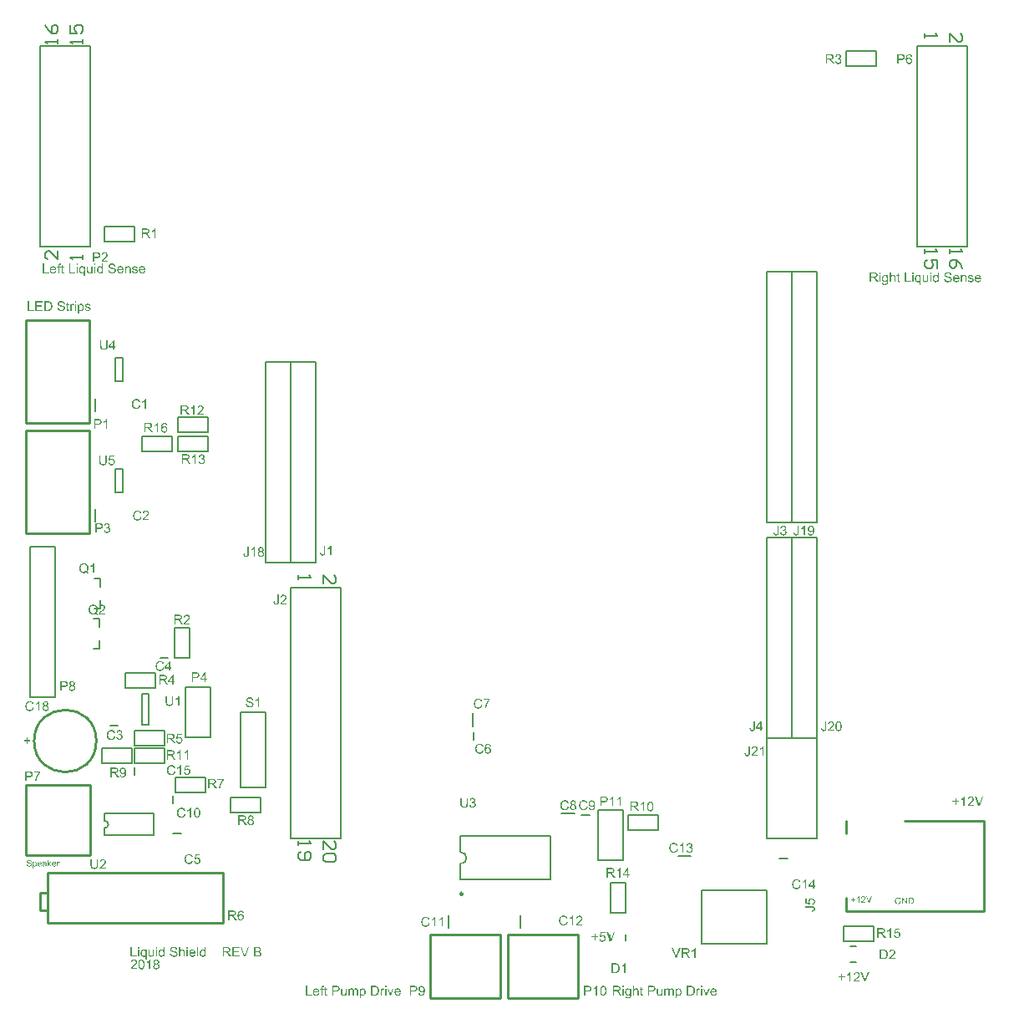
<source format=gto>
G04 Layer_Color=65535*
%FSLAX25Y25*%
%MOIN*%
G70*
G01*
G75*
%ADD10C,0.01000*%
%ADD44C,0.00787*%
%ADD45C,0.00984*%
%ADD46C,0.00800*%
G36*
X379091Y102500D02*
X378618D01*
Y105285D01*
X379091D01*
Y102500D01*
D02*
G37*
G36*
X374593Y106338D02*
X374698Y106332D01*
X374815Y106320D01*
X374926Y106302D01*
X375020Y106285D01*
X375026D01*
X375037Y106279D01*
X375049D01*
X375072Y106267D01*
X375137Y106250D01*
X375213Y106221D01*
X375301Y106185D01*
X375394Y106139D01*
X375488Y106080D01*
X375581Y106010D01*
X375587D01*
X375593Y105998D01*
X375634Y105963D01*
X375687Y105905D01*
X375751Y105829D01*
X375827Y105735D01*
X375903Y105624D01*
X375973Y105495D01*
X376038Y105349D01*
Y105343D01*
X376044Y105331D01*
X376049Y105308D01*
X376061Y105279D01*
X376073Y105244D01*
X376084Y105197D01*
X376102Y105144D01*
X376114Y105086D01*
X376126Y105021D01*
X376143Y104951D01*
X376166Y104799D01*
X376184Y104629D01*
X376190Y104442D01*
Y104436D01*
Y104425D01*
Y104401D01*
Y104366D01*
X376184Y104331D01*
Y104284D01*
X376178Y104179D01*
X376166Y104062D01*
X376143Y103927D01*
X376120Y103793D01*
X376084Y103664D01*
Y103658D01*
X376079Y103647D01*
X376073Y103629D01*
X376067Y103606D01*
X376044Y103547D01*
X376014Y103465D01*
X375979Y103377D01*
X375932Y103284D01*
X375880Y103190D01*
X375821Y103103D01*
X375815Y103091D01*
X375792Y103068D01*
X375763Y103026D01*
X375716Y102974D01*
X375669Y102921D01*
X375605Y102863D01*
X375540Y102804D01*
X375470Y102752D01*
X375464Y102746D01*
X375435Y102734D01*
X375394Y102711D01*
X375342Y102681D01*
X375277Y102652D01*
X375201Y102623D01*
X375113Y102594D01*
X375014Y102564D01*
X375002D01*
X374967Y102553D01*
X374915Y102547D01*
X374838Y102535D01*
X374751Y102523D01*
X374645Y102512D01*
X374528Y102506D01*
X374400Y102500D01*
X373019D01*
Y106343D01*
X374493D01*
X374593Y106338D01*
D02*
G37*
G36*
X381022Y102500D02*
X380577D01*
X379518Y105285D01*
X380016D01*
X380612Y103612D01*
X380618Y103600D01*
X380630Y103565D01*
X380647Y103512D01*
X380671Y103442D01*
X380700Y103360D01*
X380729Y103266D01*
X380765Y103161D01*
X380794Y103056D01*
X380800Y103068D01*
X380805Y103097D01*
X380823Y103144D01*
X380840Y103202D01*
X380864Y103278D01*
X380893Y103372D01*
X380928Y103471D01*
X380969Y103582D01*
X381589Y105285D01*
X382075D01*
X381022Y102500D01*
D02*
G37*
G36*
X363273D02*
X362852D01*
Y102904D01*
X362846Y102898D01*
X362834Y102886D01*
X362817Y102863D01*
X362793Y102833D01*
X362758Y102793D01*
X362717Y102757D01*
X362670Y102711D01*
X362618Y102670D01*
X362559Y102629D01*
X362495Y102582D01*
X362419Y102547D01*
X362343Y102512D01*
X362255Y102477D01*
X362167Y102453D01*
X362068Y102442D01*
X361968Y102436D01*
X361928D01*
X361881Y102442D01*
X361816Y102447D01*
X361746Y102459D01*
X361670Y102477D01*
X361588Y102500D01*
X361506Y102529D01*
X361495Y102535D01*
X361471Y102547D01*
X361436Y102564D01*
X361389Y102594D01*
X361337Y102629D01*
X361284Y102670D01*
X361237Y102711D01*
X361190Y102763D01*
X361185Y102769D01*
X361173Y102787D01*
X361155Y102822D01*
X361138Y102863D01*
X361108Y102915D01*
X361085Y102974D01*
X361062Y103038D01*
X361044Y103114D01*
Y103120D01*
X361038Y103144D01*
Y103173D01*
X361033Y103220D01*
X361027Y103284D01*
Y103360D01*
X361021Y103448D01*
Y103553D01*
Y105285D01*
X361495D01*
Y103734D01*
Y103728D01*
Y103717D01*
Y103699D01*
Y103676D01*
Y103612D01*
X361501Y103535D01*
Y103454D01*
X361506Y103372D01*
X361512Y103296D01*
X361518Y103237D01*
Y103231D01*
X361530Y103208D01*
X361541Y103173D01*
X361559Y103132D01*
X361582Y103085D01*
X361617Y103032D01*
X361658Y102986D01*
X361705Y102945D01*
X361711Y102939D01*
X361735Y102927D01*
X361764Y102910D01*
X361805Y102892D01*
X361857Y102874D01*
X361916Y102857D01*
X361986Y102845D01*
X362062Y102839D01*
X362097D01*
X362138Y102845D01*
X362191Y102851D01*
X362249Y102863D01*
X362314Y102886D01*
X362384Y102910D01*
X362454Y102945D01*
X362460Y102951D01*
X362483Y102968D01*
X362518Y102991D01*
X362559Y103026D01*
X362600Y103068D01*
X362647Y103120D01*
X362682Y103179D01*
X362717Y103243D01*
X362723Y103255D01*
X362729Y103278D01*
X362741Y103319D01*
X362758Y103383D01*
X362776Y103459D01*
X362787Y103553D01*
X362793Y103664D01*
X362799Y103787D01*
Y105285D01*
X363273D01*
Y102500D01*
D02*
G37*
G36*
X359172Y106338D02*
X359266Y106332D01*
X359365Y106326D01*
X359459Y106314D01*
X359541Y106302D01*
X359552D01*
X359588Y106291D01*
X359640Y106279D01*
X359704Y106262D01*
X359781Y106238D01*
X359857Y106209D01*
X359939Y106168D01*
X360015Y106121D01*
X360020Y106115D01*
X360050Y106098D01*
X360085Y106069D01*
X360126Y106027D01*
X360173Y105975D01*
X360225Y105911D01*
X360278Y105840D01*
X360325Y105753D01*
X360331Y105741D01*
X360342Y105712D01*
X360360Y105665D01*
X360383Y105601D01*
X360406Y105525D01*
X360424Y105437D01*
X360436Y105337D01*
X360442Y105232D01*
Y105226D01*
Y105209D01*
Y105185D01*
X360436Y105150D01*
X360430Y105109D01*
X360424Y105056D01*
X360418Y105004D01*
X360401Y104945D01*
X360366Y104811D01*
X360307Y104676D01*
X360272Y104606D01*
X360231Y104536D01*
X360184Y104466D01*
X360126Y104401D01*
X360120Y104395D01*
X360108Y104390D01*
X360091Y104372D01*
X360067Y104349D01*
X360026Y104325D01*
X359985Y104296D01*
X359933Y104267D01*
X359868Y104237D01*
X359798Y104202D01*
X359716Y104173D01*
X359623Y104144D01*
X359523Y104121D01*
X359406Y104097D01*
X359283Y104079D01*
X359149Y104074D01*
X359002Y104068D01*
X358020D01*
Y102500D01*
X357511D01*
Y106343D01*
X359084D01*
X359172Y106338D01*
D02*
G37*
G36*
X345331D02*
X345378D01*
X345495Y106332D01*
X345618Y106320D01*
X345746Y106297D01*
X345869Y106273D01*
X345928Y106256D01*
X345980Y106238D01*
X345986D01*
X345992Y106232D01*
X346027Y106221D01*
X346074Y106191D01*
X346132Y106150D01*
X346203Y106104D01*
X346273Y106039D01*
X346343Y105963D01*
X346408Y105870D01*
X346413Y105858D01*
X346431Y105823D01*
X346460Y105770D01*
X346489Y105700D01*
X346519Y105612D01*
X346548Y105513D01*
X346565Y105407D01*
X346571Y105290D01*
Y105285D01*
Y105273D01*
Y105250D01*
X346565Y105220D01*
Y105185D01*
X346560Y105144D01*
X346536Y105051D01*
X346507Y104939D01*
X346460Y104828D01*
X346390Y104711D01*
X346349Y104653D01*
X346302Y104600D01*
X346290Y104588D01*
X346273Y104577D01*
X346255Y104553D01*
X346226Y104536D01*
X346191Y104507D01*
X346150Y104483D01*
X346103Y104454D01*
X346051Y104425D01*
X345986Y104395D01*
X345922Y104366D01*
X345846Y104337D01*
X345770Y104308D01*
X345682Y104284D01*
X345588Y104267D01*
X345489Y104249D01*
X345501Y104243D01*
X345524Y104232D01*
X345559Y104214D01*
X345600Y104191D01*
X345700Y104126D01*
X345752Y104091D01*
X345793Y104056D01*
X345805Y104044D01*
X345834Y104021D01*
X345875Y103974D01*
X345928Y103916D01*
X345992Y103840D01*
X346062Y103752D01*
X346138Y103652D01*
X346214Y103541D01*
X346881Y102500D01*
X346244D01*
X345735Y103296D01*
Y103301D01*
X345723Y103313D01*
X345711Y103331D01*
X345700Y103354D01*
X345659Y103413D01*
X345606Y103489D01*
X345548Y103576D01*
X345483Y103664D01*
X345425Y103746D01*
X345366Y103822D01*
X345360Y103828D01*
X345343Y103851D01*
X345314Y103886D01*
X345284Y103927D01*
X345197Y104009D01*
X345156Y104050D01*
X345109Y104079D01*
X345103Y104085D01*
X345091Y104091D01*
X345068Y104103D01*
X345039Y104121D01*
X344968Y104156D01*
X344881Y104185D01*
X344875D01*
X344863Y104191D01*
X344840D01*
X344810Y104197D01*
X344770Y104202D01*
X344723D01*
X344664Y104208D01*
X344009D01*
Y102500D01*
X343500D01*
Y106343D01*
X345284D01*
X345331Y106338D01*
D02*
G37*
G36*
X355019Y105285D02*
X355492D01*
Y104916D01*
X355019D01*
Y103284D01*
Y103278D01*
Y103255D01*
Y103220D01*
X355025Y103179D01*
X355030Y103091D01*
X355036Y103056D01*
X355042Y103026D01*
X355048Y103015D01*
X355060Y102991D01*
X355083Y102962D01*
X355118Y102933D01*
X355130Y102927D01*
X355159Y102921D01*
X355212Y102910D01*
X355282Y102904D01*
X355340D01*
X355370Y102910D01*
X355405D01*
X355492Y102921D01*
X355557Y102506D01*
X355545D01*
X355522Y102500D01*
X355487Y102494D01*
X355434Y102488D01*
X355381Y102477D01*
X355323Y102471D01*
X355200Y102465D01*
X355159D01*
X355112Y102471D01*
X355054Y102477D01*
X354989Y102482D01*
X354919Y102500D01*
X354855Y102518D01*
X354796Y102541D01*
X354790Y102547D01*
X354773Y102559D01*
X354749Y102576D01*
X354720Y102600D01*
X354685Y102629D01*
X354656Y102664D01*
X354621Y102705D01*
X354597Y102752D01*
Y102757D01*
X354592Y102781D01*
X354580Y102816D01*
X354574Y102874D01*
X354562Y102951D01*
X354556Y102991D01*
X354551Y103044D01*
Y103103D01*
X354545Y103167D01*
Y103237D01*
Y103313D01*
Y104916D01*
X354194D01*
Y105285D01*
X354545D01*
Y105969D01*
X355019Y106256D01*
Y105285D01*
D02*
G37*
G36*
X351953Y104969D02*
X351959Y104974D01*
X351971Y104986D01*
X351988Y105004D01*
X352012Y105027D01*
X352047Y105056D01*
X352082Y105092D01*
X352129Y105121D01*
X352181Y105162D01*
X352240Y105197D01*
X352298Y105226D01*
X352445Y105290D01*
X352521Y105314D01*
X352603Y105331D01*
X352690Y105343D01*
X352784Y105349D01*
X352837D01*
X352895Y105343D01*
X352965Y105331D01*
X353047Y105320D01*
X353135Y105296D01*
X353228Y105267D01*
X353316Y105226D01*
X353328Y105220D01*
X353351Y105203D01*
X353392Y105174D01*
X353445Y105138D01*
X353498Y105092D01*
X353550Y105033D01*
X353603Y104963D01*
X353644Y104887D01*
X353650Y104875D01*
X353661Y104846D01*
X353673Y104799D01*
X353696Y104729D01*
X353714Y104641D01*
X353726Y104530D01*
X353737Y104407D01*
X353743Y104261D01*
Y102500D01*
X353270D01*
Y104267D01*
Y104273D01*
Y104284D01*
Y104302D01*
Y104325D01*
X353264Y104384D01*
X353252Y104466D01*
X353228Y104548D01*
X353205Y104629D01*
X353164Y104711D01*
X353112Y104781D01*
X353106Y104787D01*
X353082Y104805D01*
X353047Y104834D01*
X353000Y104863D01*
X352942Y104893D01*
X352866Y104922D01*
X352784Y104939D01*
X352684Y104945D01*
X352649D01*
X352608Y104939D01*
X352556Y104934D01*
X352497Y104916D01*
X352427Y104899D01*
X352357Y104869D01*
X352287Y104834D01*
X352281Y104828D01*
X352257Y104817D01*
X352228Y104787D01*
X352187Y104758D01*
X352146Y104711D01*
X352099Y104665D01*
X352064Y104600D01*
X352029Y104536D01*
X352024Y104530D01*
X352018Y104501D01*
X352006Y104460D01*
X351994Y104401D01*
X351977Y104325D01*
X351965Y104237D01*
X351959Y104138D01*
X351953Y104021D01*
Y102500D01*
X351479D01*
Y106343D01*
X351953D01*
Y104969D01*
D02*
G37*
G36*
X347782Y102500D02*
X347308D01*
Y105285D01*
X347782D01*
Y102500D01*
D02*
G37*
G36*
X366999Y105343D02*
X367035D01*
X367075Y105337D01*
X367163Y105320D01*
X367269Y105290D01*
X367374Y105250D01*
X367473Y105191D01*
X367567Y105115D01*
X367579Y105103D01*
X367602Y105074D01*
X367637Y105016D01*
X367684Y104939D01*
X367725Y104840D01*
X367760Y104723D01*
X367783Y104577D01*
X367795Y104495D01*
Y104407D01*
Y102500D01*
X367321D01*
Y104249D01*
Y104255D01*
Y104261D01*
Y104296D01*
Y104349D01*
X367315Y104407D01*
X367304Y104542D01*
X367292Y104606D01*
X367274Y104659D01*
Y104665D01*
X367263Y104682D01*
X367251Y104705D01*
X367233Y104735D01*
X367210Y104764D01*
X367181Y104799D01*
X367146Y104834D01*
X367105Y104863D01*
X367099Y104869D01*
X367081Y104875D01*
X367058Y104887D01*
X367029Y104904D01*
X366988Y104916D01*
X366935Y104928D01*
X366882Y104934D01*
X366824Y104939D01*
X366777D01*
X366719Y104928D01*
X366654Y104916D01*
X366578Y104893D01*
X366496Y104858D01*
X366409Y104805D01*
X366333Y104741D01*
X366327Y104729D01*
X366303Y104705D01*
X366274Y104659D01*
X366239Y104588D01*
X366198Y104501D01*
X366169Y104395D01*
X366145Y104267D01*
X366140Y104115D01*
Y102500D01*
X365666D01*
Y104308D01*
Y104314D01*
Y104319D01*
Y104337D01*
Y104360D01*
X365660Y104419D01*
X365654Y104483D01*
X365636Y104565D01*
X365619Y104641D01*
X365590Y104717D01*
X365549Y104781D01*
X365543Y104787D01*
X365525Y104805D01*
X365502Y104834D01*
X365461Y104863D01*
X365408Y104887D01*
X365344Y104916D01*
X365268Y104934D01*
X365174Y104939D01*
X365139D01*
X365104Y104934D01*
X365051Y104928D01*
X364999Y104916D01*
X364934Y104893D01*
X364870Y104869D01*
X364806Y104834D01*
X364800Y104828D01*
X364776Y104817D01*
X364747Y104787D01*
X364712Y104758D01*
X364671Y104711D01*
X364630Y104659D01*
X364595Y104594D01*
X364560Y104524D01*
X364554Y104512D01*
X364548Y104489D01*
X364537Y104442D01*
X364525Y104378D01*
X364507Y104296D01*
X364496Y104197D01*
X364490Y104079D01*
X364484Y103945D01*
Y102500D01*
X364010D01*
Y105285D01*
X364431D01*
Y104893D01*
X364437Y104904D01*
X364455Y104928D01*
X364484Y104963D01*
X364525Y105010D01*
X364572Y105062D01*
X364630Y105115D01*
X364700Y105174D01*
X364776Y105220D01*
X364788Y105226D01*
X364817Y105238D01*
X364864Y105261D01*
X364923Y105285D01*
X364999Y105308D01*
X365081Y105331D01*
X365180Y105343D01*
X365280Y105349D01*
X365332D01*
X365391Y105343D01*
X365461Y105331D01*
X365537Y105320D01*
X365625Y105296D01*
X365707Y105261D01*
X365783Y105220D01*
X365794Y105214D01*
X365818Y105197D01*
X365853Y105168D01*
X365894Y105127D01*
X365941Y105074D01*
X365987Y105016D01*
X366028Y104939D01*
X366063Y104858D01*
X366069Y104863D01*
X366081Y104881D01*
X366098Y104904D01*
X366122Y104934D01*
X366157Y104974D01*
X366198Y105016D01*
X366245Y105056D01*
X366297Y105103D01*
X366356Y105150D01*
X366420Y105191D01*
X366572Y105273D01*
X366654Y105302D01*
X366742Y105325D01*
X366830Y105343D01*
X366929Y105349D01*
X366970D01*
X366999Y105343D01*
D02*
G37*
G36*
X336492Y126112D02*
X337539D01*
Y125673D01*
X336492D01*
Y124620D01*
X336047D01*
Y125673D01*
X335000D01*
Y126112D01*
X336047D01*
Y127159D01*
X336492D01*
Y126112D01*
D02*
G37*
G36*
X342857Y124000D02*
X342336D01*
X340844Y127843D01*
X341400D01*
X342394Y125053D01*
Y125047D01*
X342400Y125035D01*
X342406Y125018D01*
X342418Y124995D01*
X342435Y124930D01*
X342465Y124848D01*
X342500Y124749D01*
X342535Y124644D01*
X342599Y124421D01*
Y124427D01*
X342605Y124433D01*
X342611Y124451D01*
X342617Y124474D01*
X342634Y124538D01*
X342658Y124620D01*
X342687Y124714D01*
X342722Y124819D01*
X342763Y124936D01*
X342804Y125053D01*
X343845Y127843D01*
X344360D01*
X342857Y124000D01*
D02*
G37*
G36*
X443441Y142070D02*
X443472Y142066D01*
X443508Y142062D01*
X443547Y142058D01*
X443589Y142047D01*
X443683Y142023D01*
X443781Y141988D01*
X443831Y141965D01*
X443878Y141937D01*
X443921Y141902D01*
X443964Y141867D01*
X443968Y141863D01*
X443972Y141859D01*
X443983Y141848D01*
X443999Y141832D01*
X444015Y141809D01*
X444034Y141785D01*
X444073Y141727D01*
X444112Y141653D01*
X444147Y141567D01*
X444174Y141470D01*
X444178Y141415D01*
X444182Y141360D01*
Y141352D01*
Y141333D01*
X444178Y141302D01*
X444174Y141263D01*
X444167Y141216D01*
X444155Y141165D01*
X444139Y141111D01*
X444116Y141056D01*
X444112Y141048D01*
X444104Y141029D01*
X444089Y141001D01*
X444065Y140963D01*
X444038Y140916D01*
X444003Y140861D01*
X443956Y140806D01*
X443905Y140744D01*
X443898Y140736D01*
X443878Y140713D01*
X443843Y140678D01*
X443820Y140654D01*
X443792Y140627D01*
X443761Y140596D01*
X443722Y140561D01*
X443683Y140526D01*
X443640Y140483D01*
X443593Y140440D01*
X443539Y140393D01*
X443484Y140346D01*
X443422Y140292D01*
X443418Y140288D01*
X443410Y140280D01*
X443395Y140268D01*
X443375Y140253D01*
X443328Y140214D01*
X443270Y140163D01*
X443211Y140108D01*
X443149Y140054D01*
X443098Y140007D01*
X443079Y139988D01*
X443059Y139968D01*
X443055Y139964D01*
X443047Y139952D01*
X443032Y139937D01*
X443012Y139913D01*
X442969Y139863D01*
X442927Y139800D01*
X444186D01*
Y139500D01*
X442490D01*
Y139504D01*
Y139520D01*
Y139543D01*
X442494Y139570D01*
X442497Y139601D01*
X442501Y139637D01*
X442513Y139675D01*
X442525Y139715D01*
Y139718D01*
X442529Y139722D01*
X442536Y139746D01*
X442552Y139777D01*
X442576Y139824D01*
X442603Y139874D01*
X442642Y139933D01*
X442681Y139991D01*
X442732Y140054D01*
Y140058D01*
X442739Y140062D01*
X442759Y140085D01*
X442790Y140120D01*
X442837Y140167D01*
X442895Y140222D01*
X442966Y140288D01*
X443051Y140362D01*
X443145Y140444D01*
X443149Y140448D01*
X443164Y140459D01*
X443184Y140475D01*
X443211Y140502D01*
X443246Y140530D01*
X443285Y140565D01*
X443371Y140639D01*
X443465Y140728D01*
X443558Y140818D01*
X443605Y140861D01*
X443644Y140904D01*
X443679Y140947D01*
X443710Y140986D01*
Y140990D01*
X443718Y140994D01*
X443726Y141005D01*
X443734Y141021D01*
X443757Y141060D01*
X443785Y141111D01*
X443812Y141169D01*
X443835Y141232D01*
X443851Y141302D01*
X443859Y141368D01*
Y141372D01*
Y141376D01*
X443855Y141399D01*
X443851Y141434D01*
X443843Y141477D01*
X443823Y141528D01*
X443800Y141579D01*
X443769Y141633D01*
X443722Y141684D01*
X443714Y141688D01*
X443699Y141703D01*
X443668Y141723D01*
X443629Y141750D01*
X443578Y141774D01*
X443519Y141793D01*
X443449Y141809D01*
X443371Y141813D01*
X443348D01*
X443332Y141809D01*
X443293Y141805D01*
X443242Y141797D01*
X443184Y141778D01*
X443121Y141754D01*
X443063Y141719D01*
X443008Y141672D01*
X443005Y141665D01*
X442989Y141649D01*
X442966Y141618D01*
X442942Y141575D01*
X442915Y141520D01*
X442895Y141458D01*
X442880Y141384D01*
X442872Y141298D01*
X442548Y141333D01*
Y141337D01*
Y141349D01*
X442552Y141368D01*
X442556Y141392D01*
X442564Y141423D01*
X442568Y141458D01*
X442591Y141536D01*
X442622Y141625D01*
X442665Y141715D01*
X442724Y141805D01*
X442755Y141844D01*
X442794Y141883D01*
X442798Y141887D01*
X442806Y141891D01*
X442817Y141902D01*
X442833Y141914D01*
X442856Y141926D01*
X442884Y141945D01*
X442915Y141961D01*
X442950Y141980D01*
X442989Y141996D01*
X443032Y142016D01*
X443083Y142031D01*
X443133Y142043D01*
X443250Y142066D01*
X443313Y142070D01*
X443379Y142074D01*
X443414D01*
X443441Y142070D01*
D02*
G37*
G36*
X441729Y139500D02*
X441413D01*
Y141505D01*
X441409Y141501D01*
X441394Y141485D01*
X441366Y141466D01*
X441331Y141438D01*
X441289Y141403D01*
X441238Y141368D01*
X441179Y141325D01*
X441113Y141286D01*
X441109D01*
X441105Y141282D01*
X441082Y141267D01*
X441047Y141247D01*
X441004Y141224D01*
X440953Y141197D01*
X440899Y141173D01*
X440840Y141146D01*
X440785Y141122D01*
Y141430D01*
X440789D01*
X440797Y141434D01*
X440813Y141442D01*
X440828Y141454D01*
X440852Y141466D01*
X440879Y141477D01*
X440941Y141512D01*
X441012Y141555D01*
X441090Y141606D01*
X441168Y141665D01*
X441242Y141727D01*
X441246Y141731D01*
X441250Y141735D01*
X441273Y141758D01*
X441308Y141793D01*
X441351Y141836D01*
X441398Y141891D01*
X441444Y141949D01*
X441487Y142012D01*
X441523Y142074D01*
X441729D01*
Y139500D01*
D02*
G37*
G36*
X340429Y127334D02*
X338896D01*
X338685Y126299D01*
X338691Y126305D01*
X338703Y126311D01*
X338721Y126322D01*
X338744Y126340D01*
X338779Y126357D01*
X338814Y126375D01*
X338908Y126422D01*
X339013Y126469D01*
X339136Y126504D01*
X339270Y126533D01*
X339411Y126545D01*
X339458D01*
X339493Y126539D01*
X339540Y126533D01*
X339586Y126527D01*
X339645Y126515D01*
X339703Y126504D01*
X339838Y126457D01*
X339908Y126434D01*
X339978Y126399D01*
X340054Y126357D01*
X340125Y126311D01*
X340195Y126258D01*
X340259Y126194D01*
X340265Y126188D01*
X340277Y126176D01*
X340294Y126159D01*
X340312Y126129D01*
X340341Y126094D01*
X340370Y126053D01*
X340400Y126006D01*
X340435Y125954D01*
X340470Y125890D01*
X340499Y125825D01*
X340528Y125749D01*
X340558Y125673D01*
X340575Y125585D01*
X340593Y125498D01*
X340604Y125398D01*
X340610Y125299D01*
Y125293D01*
Y125275D01*
Y125246D01*
X340604Y125211D01*
X340599Y125164D01*
X340593Y125111D01*
X340587Y125053D01*
X340575Y124989D01*
X340534Y124848D01*
X340481Y124702D01*
X340446Y124620D01*
X340405Y124544D01*
X340359Y124468D01*
X340306Y124398D01*
X340300Y124392D01*
X340288Y124380D01*
X340265Y124357D01*
X340236Y124328D01*
X340201Y124293D01*
X340154Y124251D01*
X340101Y124211D01*
X340037Y124170D01*
X339972Y124123D01*
X339896Y124082D01*
X339809Y124041D01*
X339721Y124006D01*
X339621Y123977D01*
X339522Y123953D01*
X339411Y123942D01*
X339294Y123936D01*
X339241D01*
X339206Y123942D01*
X339165Y123947D01*
X339113Y123953D01*
X339054Y123959D01*
X338990Y123971D01*
X338855Y124006D01*
X338715Y124058D01*
X338645Y124094D01*
X338574Y124135D01*
X338504Y124176D01*
X338440Y124228D01*
X338434Y124234D01*
X338428Y124240D01*
X338411Y124257D01*
X338387Y124281D01*
X338364Y124310D01*
X338334Y124345D01*
X338305Y124386D01*
X338270Y124433D01*
X338206Y124544D01*
X338141Y124679D01*
X338095Y124831D01*
X338077Y124918D01*
X338065Y125006D01*
X338563Y125041D01*
Y125035D01*
Y125024D01*
X338568Y125006D01*
X338574Y124983D01*
X338592Y124918D01*
X338615Y124837D01*
X338645Y124749D01*
X338691Y124661D01*
X338744Y124573D01*
X338814Y124497D01*
X338826Y124491D01*
X338849Y124468D01*
X338890Y124445D01*
X338949Y124409D01*
X339019Y124380D01*
X339101Y124351D01*
X339194Y124328D01*
X339294Y124322D01*
X339329D01*
X339352Y124328D01*
X339417Y124333D01*
X339499Y124351D01*
X339586Y124386D01*
X339686Y124427D01*
X339779Y124491D01*
X339826Y124527D01*
X339873Y124573D01*
Y124579D01*
X339885Y124585D01*
X339908Y124620D01*
X339949Y124679D01*
X339990Y124755D01*
X340031Y124854D01*
X340072Y124971D01*
X340095Y125106D01*
X340107Y125258D01*
Y125264D01*
Y125275D01*
Y125299D01*
X340101Y125322D01*
Y125357D01*
X340095Y125398D01*
X340078Y125492D01*
X340054Y125591D01*
X340014Y125697D01*
X339955Y125802D01*
X339879Y125895D01*
X339867Y125907D01*
X339838Y125931D01*
X339791Y125971D01*
X339721Y126012D01*
X339639Y126053D01*
X339534Y126094D01*
X339417Y126118D01*
X339288Y126129D01*
X339247D01*
X339206Y126124D01*
X339148Y126118D01*
X339083Y126100D01*
X339013Y126083D01*
X338943Y126053D01*
X338873Y126018D01*
X338867Y126012D01*
X338843Y126001D01*
X338808Y125977D01*
X338767Y125948D01*
X338726Y125907D01*
X338680Y125860D01*
X338633Y125808D01*
X338592Y125749D01*
X338147Y125813D01*
X338522Y127785D01*
X340429D01*
Y127334D01*
D02*
G37*
G36*
X369843Y105337D02*
X369924Y105325D01*
X370024Y105302D01*
X370129Y105273D01*
X370234Y105226D01*
X370340Y105162D01*
X370346D01*
X370352Y105156D01*
X370387Y105127D01*
X370433Y105086D01*
X370498Y105027D01*
X370562Y104957D01*
X370632Y104863D01*
X370697Y104764D01*
X370755Y104641D01*
Y104635D01*
X370761Y104624D01*
X370767Y104606D01*
X370778Y104583D01*
X370790Y104553D01*
X370802Y104512D01*
X370825Y104425D01*
X370849Y104314D01*
X370872Y104191D01*
X370890Y104056D01*
X370896Y103910D01*
Y103904D01*
Y103892D01*
Y103869D01*
Y103840D01*
X370890Y103799D01*
Y103758D01*
X370878Y103652D01*
X370855Y103535D01*
X370831Y103407D01*
X370790Y103272D01*
X370738Y103138D01*
Y103132D01*
X370732Y103120D01*
X370720Y103103D01*
X370708Y103079D01*
X370673Y103021D01*
X370626Y102945D01*
X370562Y102863D01*
X370486Y102775D01*
X370398Y102693D01*
X370293Y102617D01*
X370287D01*
X370281Y102611D01*
X370264Y102600D01*
X370240Y102588D01*
X370182Y102559D01*
X370106Y102529D01*
X370012Y102494D01*
X369913Y102465D01*
X369796Y102442D01*
X369679Y102436D01*
X369638D01*
X369597Y102442D01*
X369538Y102447D01*
X369474Y102459D01*
X369404Y102477D01*
X369328Y102500D01*
X369257Y102529D01*
X369252Y102535D01*
X369228Y102547D01*
X369193Y102570D01*
X369152Y102600D01*
X369100Y102635D01*
X369053Y102675D01*
X369000Y102728D01*
X368953Y102781D01*
Y101435D01*
X368479D01*
Y105285D01*
X368912D01*
Y104922D01*
X368918Y104934D01*
X368936Y104957D01*
X368971Y104992D01*
X369012Y105039D01*
X369059Y105092D01*
X369117Y105144D01*
X369181Y105197D01*
X369252Y105238D01*
X369263Y105244D01*
X369287Y105255D01*
X369328Y105273D01*
X369380Y105296D01*
X369451Y105314D01*
X369527Y105331D01*
X369614Y105343D01*
X369714Y105349D01*
X369772D01*
X369843Y105337D01*
D02*
G37*
G36*
X377939Y105343D02*
X378003Y105331D01*
X378074Y105308D01*
X378155Y105285D01*
X378243Y105244D01*
X378337Y105191D01*
X378167Y104758D01*
X378161Y104764D01*
X378138Y104776D01*
X378103Y104793D01*
X378062Y104811D01*
X378009Y104828D01*
X377951Y104846D01*
X377886Y104858D01*
X377822Y104863D01*
X377799D01*
X377769Y104858D01*
X377728Y104852D01*
X377687Y104840D01*
X377641Y104823D01*
X377594Y104799D01*
X377547Y104770D01*
X377541Y104764D01*
X377529Y104752D01*
X377506Y104729D01*
X377483Y104700D01*
X377453Y104665D01*
X377424Y104618D01*
X377401Y104565D01*
X377377Y104507D01*
X377372Y104495D01*
X377366Y104466D01*
X377354Y104413D01*
X377342Y104343D01*
X377325Y104261D01*
X377313Y104167D01*
X377307Y104068D01*
X377301Y103957D01*
Y102500D01*
X376827D01*
Y105285D01*
X377255D01*
Y104869D01*
X377260Y104875D01*
X377284Y104910D01*
X377313Y104963D01*
X377348Y105021D01*
X377395Y105086D01*
X377448Y105150D01*
X377494Y105209D01*
X377547Y105250D01*
X377553Y105255D01*
X377570Y105267D01*
X377600Y105279D01*
X377641Y105302D01*
X377682Y105320D01*
X377734Y105331D01*
X377793Y105343D01*
X377851Y105349D01*
X377892D01*
X377939Y105343D01*
D02*
G37*
G36*
X379091Y105805D02*
X378618D01*
Y106343D01*
X379091D01*
Y105805D01*
D02*
G37*
G36*
X347782D02*
X347308D01*
Y106343D01*
X347782D01*
Y105805D01*
D02*
G37*
G36*
X383725Y105343D02*
X383771Y105337D01*
X383830Y105331D01*
X383888Y105320D01*
X383959Y105302D01*
X384099Y105255D01*
X384175Y105226D01*
X384251Y105185D01*
X384327Y105144D01*
X384403Y105092D01*
X384473Y105033D01*
X384544Y104963D01*
X384549Y104957D01*
X384561Y104945D01*
X384579Y104922D01*
X384602Y104893D01*
X384626Y104852D01*
X384655Y104805D01*
X384690Y104752D01*
X384725Y104688D01*
X384754Y104612D01*
X384789Y104536D01*
X384819Y104448D01*
X384848Y104349D01*
X384865Y104249D01*
X384883Y104138D01*
X384895Y104021D01*
X384900Y103892D01*
Y103886D01*
Y103863D01*
Y103822D01*
X384895Y103770D01*
X382824D01*
Y103764D01*
Y103752D01*
X382830Y103723D01*
Y103693D01*
X382835Y103652D01*
X382841Y103612D01*
X382865Y103506D01*
X382900Y103395D01*
X382941Y103278D01*
X383005Y103161D01*
X383081Y103062D01*
X383093Y103050D01*
X383122Y103026D01*
X383175Y102986D01*
X383239Y102945D01*
X383327Y102898D01*
X383426Y102857D01*
X383537Y102833D01*
X383660Y102822D01*
X383707D01*
X383754Y102828D01*
X383812Y102839D01*
X383882Y102857D01*
X383959Y102880D01*
X384035Y102910D01*
X384105Y102956D01*
X384111Y102962D01*
X384134Y102986D01*
X384169Y103015D01*
X384210Y103068D01*
X384257Y103126D01*
X384304Y103202D01*
X384351Y103296D01*
X384397Y103401D01*
X384883Y103337D01*
Y103331D01*
X384877Y103319D01*
X384871Y103296D01*
X384859Y103266D01*
X384848Y103231D01*
X384830Y103190D01*
X384783Y103091D01*
X384725Y102986D01*
X384655Y102874D01*
X384561Y102763D01*
X384456Y102670D01*
X384450D01*
X384444Y102658D01*
X384427Y102646D01*
X384397Y102635D01*
X384368Y102617D01*
X384333Y102594D01*
X384292Y102576D01*
X384239Y102553D01*
X384128Y102512D01*
X383988Y102471D01*
X383836Y102447D01*
X383660Y102436D01*
X383602D01*
X383561Y102442D01*
X383508Y102447D01*
X383450Y102453D01*
X383385Y102465D01*
X383309Y102482D01*
X383157Y102529D01*
X383075Y102559D01*
X382999Y102594D01*
X382917Y102635D01*
X382841Y102687D01*
X382765Y102746D01*
X382695Y102810D01*
X382689Y102816D01*
X382677Y102828D01*
X382660Y102851D01*
X382642Y102880D01*
X382613Y102915D01*
X382584Y102962D01*
X382549Y103021D01*
X382520Y103085D01*
X382484Y103155D01*
X382449Y103231D01*
X382420Y103319D01*
X382397Y103413D01*
X382373Y103512D01*
X382356Y103623D01*
X382344Y103740D01*
X382338Y103863D01*
Y103869D01*
Y103892D01*
Y103933D01*
X382344Y103980D01*
X382350Y104039D01*
X382356Y104109D01*
X382367Y104185D01*
X382385Y104267D01*
X382426Y104442D01*
X382455Y104530D01*
X382490Y104624D01*
X382531Y104711D01*
X382578Y104799D01*
X382631Y104881D01*
X382695Y104957D01*
X382701Y104963D01*
X382713Y104974D01*
X382730Y104992D01*
X382759Y105021D01*
X382794Y105051D01*
X382841Y105080D01*
X382888Y105115D01*
X382946Y105156D01*
X383011Y105191D01*
X383081Y105226D01*
X383157Y105255D01*
X383245Y105290D01*
X383333Y105314D01*
X383426Y105331D01*
X383526Y105343D01*
X383631Y105349D01*
X383684D01*
X383725Y105343D01*
D02*
G37*
G36*
X228974Y105285D02*
X229447D01*
Y104916D01*
X228974D01*
Y103284D01*
Y103278D01*
Y103255D01*
Y103220D01*
X228979Y103179D01*
X228985Y103091D01*
X228991Y103056D01*
X228997Y103026D01*
X229003Y103015D01*
X229014Y102991D01*
X229038Y102962D01*
X229073Y102933D01*
X229085Y102927D01*
X229114Y102921D01*
X229167Y102910D01*
X229237Y102904D01*
X229295D01*
X229325Y102910D01*
X229360D01*
X229447Y102921D01*
X229512Y102506D01*
X229500D01*
X229477Y102500D01*
X229442Y102494D01*
X229389Y102488D01*
X229336Y102477D01*
X229278Y102471D01*
X229155Y102465D01*
X229114D01*
X229067Y102471D01*
X229009Y102477D01*
X228944Y102482D01*
X228874Y102500D01*
X228810Y102518D01*
X228751Y102541D01*
X228745Y102547D01*
X228728Y102559D01*
X228704Y102576D01*
X228675Y102600D01*
X228640Y102629D01*
X228611Y102664D01*
X228576Y102705D01*
X228552Y102752D01*
Y102757D01*
X228547Y102781D01*
X228535Y102816D01*
X228529Y102874D01*
X228517Y102951D01*
X228511Y102991D01*
X228505Y103044D01*
Y103103D01*
X228500Y103167D01*
Y103237D01*
Y103313D01*
Y104916D01*
X228149D01*
Y105285D01*
X228500D01*
Y105969D01*
X228974Y106256D01*
Y105285D01*
D02*
G37*
G36*
X257680Y105343D02*
X257726Y105337D01*
X257785Y105331D01*
X257843Y105320D01*
X257913Y105302D01*
X258054Y105255D01*
X258130Y105226D01*
X258206Y105185D01*
X258282Y105144D01*
X258358Y105092D01*
X258428Y105033D01*
X258499Y104963D01*
X258504Y104957D01*
X258516Y104945D01*
X258534Y104922D01*
X258557Y104893D01*
X258580Y104852D01*
X258610Y104805D01*
X258645Y104752D01*
X258680Y104688D01*
X258709Y104612D01*
X258744Y104536D01*
X258773Y104448D01*
X258803Y104349D01*
X258820Y104249D01*
X258838Y104138D01*
X258850Y104021D01*
X258855Y103892D01*
Y103886D01*
Y103863D01*
Y103822D01*
X258850Y103770D01*
X256779D01*
Y103764D01*
Y103752D01*
X256785Y103723D01*
Y103693D01*
X256790Y103652D01*
X256796Y103612D01*
X256820Y103506D01*
X256855Y103395D01*
X256896Y103278D01*
X256960Y103161D01*
X257036Y103062D01*
X257048Y103050D01*
X257077Y103026D01*
X257130Y102986D01*
X257194Y102945D01*
X257282Y102898D01*
X257381Y102857D01*
X257492Y102833D01*
X257615Y102822D01*
X257662D01*
X257709Y102828D01*
X257767Y102839D01*
X257837Y102857D01*
X257913Y102880D01*
X257990Y102910D01*
X258060Y102956D01*
X258066Y102962D01*
X258089Y102986D01*
X258124Y103015D01*
X258165Y103068D01*
X258212Y103126D01*
X258259Y103202D01*
X258306Y103296D01*
X258352Y103401D01*
X258838Y103337D01*
Y103331D01*
X258832Y103319D01*
X258826Y103296D01*
X258814Y103266D01*
X258803Y103231D01*
X258785Y103190D01*
X258738Y103091D01*
X258680Y102986D01*
X258610Y102874D01*
X258516Y102763D01*
X258411Y102670D01*
X258405D01*
X258399Y102658D01*
X258382Y102646D01*
X258352Y102635D01*
X258323Y102617D01*
X258288Y102594D01*
X258247Y102576D01*
X258194Y102553D01*
X258083Y102512D01*
X257943Y102471D01*
X257791Y102447D01*
X257615Y102436D01*
X257557D01*
X257516Y102442D01*
X257463Y102447D01*
X257405Y102453D01*
X257340Y102465D01*
X257264Y102482D01*
X257112Y102529D01*
X257030Y102559D01*
X256954Y102594D01*
X256872Y102635D01*
X256796Y102687D01*
X256720Y102746D01*
X256650Y102810D01*
X256644Y102816D01*
X256632Y102828D01*
X256615Y102851D01*
X256597Y102880D01*
X256568Y102915D01*
X256539Y102962D01*
X256504Y103021D01*
X256474Y103085D01*
X256439Y103155D01*
X256404Y103231D01*
X256375Y103319D01*
X256351Y103413D01*
X256328Y103512D01*
X256311Y103623D01*
X256299Y103740D01*
X256293Y103863D01*
Y103869D01*
Y103892D01*
Y103933D01*
X256299Y103980D01*
X256305Y104039D01*
X256311Y104109D01*
X256322Y104185D01*
X256340Y104267D01*
X256381Y104442D01*
X256410Y104530D01*
X256445Y104624D01*
X256486Y104711D01*
X256533Y104799D01*
X256586Y104881D01*
X256650Y104957D01*
X256656Y104963D01*
X256667Y104974D01*
X256685Y104992D01*
X256714Y105021D01*
X256749Y105051D01*
X256796Y105080D01*
X256843Y105115D01*
X256902Y105156D01*
X256966Y105191D01*
X257036Y105226D01*
X257112Y105255D01*
X257200Y105290D01*
X257288Y105314D01*
X257381Y105331D01*
X257481Y105343D01*
X257586Y105349D01*
X257639D01*
X257680Y105343D01*
D02*
G37*
G36*
X233127Y106338D02*
X233221Y106332D01*
X233320Y106326D01*
X233414Y106314D01*
X233496Y106302D01*
X233507D01*
X233542Y106291D01*
X233595Y106279D01*
X233659Y106262D01*
X233735Y106238D01*
X233811Y106209D01*
X233893Y106168D01*
X233969Y106121D01*
X233975Y106115D01*
X234005Y106098D01*
X234040Y106069D01*
X234081Y106027D01*
X234127Y105975D01*
X234180Y105911D01*
X234233Y105840D01*
X234279Y105753D01*
X234285Y105741D01*
X234297Y105712D01*
X234315Y105665D01*
X234338Y105601D01*
X234361Y105525D01*
X234379Y105437D01*
X234391Y105337D01*
X234397Y105232D01*
Y105226D01*
Y105209D01*
Y105185D01*
X234391Y105150D01*
X234385Y105109D01*
X234379Y105056D01*
X234373Y105004D01*
X234355Y104945D01*
X234320Y104811D01*
X234262Y104676D01*
X234227Y104606D01*
X234186Y104536D01*
X234139Y104466D01*
X234081Y104401D01*
X234075Y104395D01*
X234063Y104390D01*
X234046Y104372D01*
X234022Y104349D01*
X233981Y104325D01*
X233940Y104296D01*
X233888Y104267D01*
X233823Y104237D01*
X233753Y104202D01*
X233671Y104173D01*
X233577Y104144D01*
X233478Y104121D01*
X233361Y104097D01*
X233238Y104079D01*
X233104Y104074D01*
X232957Y104068D01*
X231975D01*
Y102500D01*
X231466D01*
Y106343D01*
X233039D01*
X233127Y106338D01*
D02*
G37*
G36*
X221509Y102951D02*
X223398D01*
Y102500D01*
X221000D01*
Y106343D01*
X221509D01*
Y102951D01*
D02*
G37*
G36*
X225177Y105343D02*
X225224Y105337D01*
X225282Y105331D01*
X225341Y105320D01*
X225411Y105302D01*
X225551Y105255D01*
X225627Y105226D01*
X225703Y105185D01*
X225779Y105144D01*
X225855Y105092D01*
X225926Y105033D01*
X225996Y104963D01*
X226002Y104957D01*
X226013Y104945D01*
X226031Y104922D01*
X226054Y104893D01*
X226078Y104852D01*
X226107Y104805D01*
X226142Y104752D01*
X226177Y104688D01*
X226206Y104612D01*
X226242Y104536D01*
X226271Y104448D01*
X226300Y104349D01*
X226318Y104249D01*
X226335Y104138D01*
X226347Y104021D01*
X226353Y103892D01*
Y103886D01*
Y103863D01*
Y103822D01*
X226347Y103770D01*
X224276D01*
Y103764D01*
Y103752D01*
X224282Y103723D01*
Y103693D01*
X224288Y103652D01*
X224294Y103612D01*
X224317Y103506D01*
X224352Y103395D01*
X224393Y103278D01*
X224457Y103161D01*
X224533Y103062D01*
X224545Y103050D01*
X224574Y103026D01*
X224627Y102986D01*
X224691Y102945D01*
X224779Y102898D01*
X224879Y102857D01*
X224990Y102833D01*
X225113Y102822D01*
X225159D01*
X225206Y102828D01*
X225265Y102839D01*
X225335Y102857D01*
X225411Y102880D01*
X225487Y102910D01*
X225557Y102956D01*
X225563Y102962D01*
X225586Y102986D01*
X225622Y103015D01*
X225662Y103068D01*
X225709Y103126D01*
X225756Y103202D01*
X225803Y103296D01*
X225850Y103401D01*
X226335Y103337D01*
Y103331D01*
X226329Y103319D01*
X226324Y103296D01*
X226312Y103266D01*
X226300Y103231D01*
X226283Y103190D01*
X226236Y103091D01*
X226177Y102986D01*
X226107Y102874D01*
X226013Y102763D01*
X225908Y102670D01*
X225902D01*
X225897Y102658D01*
X225879Y102646D01*
X225850Y102635D01*
X225820Y102617D01*
X225785Y102594D01*
X225744Y102576D01*
X225692Y102553D01*
X225581Y102512D01*
X225440Y102471D01*
X225288Y102447D01*
X225113Y102436D01*
X225054D01*
X225013Y102442D01*
X224960Y102447D01*
X224902Y102453D01*
X224838Y102465D01*
X224762Y102482D01*
X224609Y102529D01*
X224528Y102559D01*
X224451Y102594D01*
X224370Y102635D01*
X224294Y102687D01*
X224218Y102746D01*
X224147Y102810D01*
X224141Y102816D01*
X224130Y102828D01*
X224112Y102851D01*
X224095Y102880D01*
X224065Y102915D01*
X224036Y102962D01*
X224001Y103021D01*
X223972Y103085D01*
X223937Y103155D01*
X223902Y103231D01*
X223872Y103319D01*
X223849Y103413D01*
X223826Y103512D01*
X223808Y103623D01*
X223796Y103740D01*
X223791Y103863D01*
Y103869D01*
Y103892D01*
Y103933D01*
X223796Y103980D01*
X223802Y104039D01*
X223808Y104109D01*
X223820Y104185D01*
X223837Y104267D01*
X223878Y104442D01*
X223907Y104530D01*
X223942Y104624D01*
X223984Y104711D01*
X224030Y104799D01*
X224083Y104881D01*
X224147Y104957D01*
X224153Y104963D01*
X224165Y104974D01*
X224182Y104992D01*
X224212Y105021D01*
X224247Y105051D01*
X224294Y105080D01*
X224340Y105115D01*
X224399Y105156D01*
X224463Y105191D01*
X224533Y105226D01*
X224609Y105255D01*
X224697Y105290D01*
X224785Y105314D01*
X224879Y105331D01*
X224978Y105343D01*
X225083Y105349D01*
X225136D01*
X225177Y105343D01*
D02*
G37*
G36*
X161349Y116855D02*
X161396D01*
X161442Y116843D01*
X161559Y116826D01*
X161688Y116791D01*
X161822Y116738D01*
X161893Y116703D01*
X161957Y116668D01*
X162021Y116621D01*
X162080Y116569D01*
X162086Y116563D01*
X162092Y116557D01*
X162109Y116539D01*
X162127Y116516D01*
X162150Y116487D01*
X162179Y116452D01*
X162238Y116370D01*
X162291Y116264D01*
X162343Y116141D01*
X162378Y116007D01*
X162384Y115931D01*
X162390Y115855D01*
Y115843D01*
Y115808D01*
X162384Y115761D01*
X162372Y115697D01*
X162355Y115621D01*
X162331Y115545D01*
X162296Y115463D01*
X162250Y115387D01*
X162244Y115381D01*
X162226Y115357D01*
X162191Y115322D01*
X162144Y115276D01*
X162086Y115229D01*
X162010Y115182D01*
X161922Y115129D01*
X161822Y115088D01*
X161828D01*
X161840Y115083D01*
X161858Y115077D01*
X161881Y115065D01*
X161945Y115036D01*
X162021Y115001D01*
X162109Y114948D01*
X162197Y114884D01*
X162285Y114802D01*
X162361Y114714D01*
X162367Y114702D01*
X162390Y114667D01*
X162419Y114615D01*
X162454Y114539D01*
X162489Y114451D01*
X162519Y114346D01*
X162542Y114228D01*
X162548Y114100D01*
Y114094D01*
Y114076D01*
Y114053D01*
X162542Y114018D01*
X162536Y113977D01*
X162530Y113924D01*
X162507Y113807D01*
X162460Y113679D01*
X162437Y113608D01*
X162402Y113538D01*
X162361Y113468D01*
X162314Y113398D01*
X162261Y113333D01*
X162197Y113269D01*
X162191Y113263D01*
X162179Y113257D01*
X162162Y113240D01*
X162133Y113216D01*
X162098Y113193D01*
X162057Y113164D01*
X162010Y113135D01*
X161951Y113105D01*
X161887Y113070D01*
X161817Y113041D01*
X161741Y113012D01*
X161659Y112988D01*
X161577Y112965D01*
X161483Y112947D01*
X161384Y112942D01*
X161278Y112936D01*
X161226D01*
X161185Y112942D01*
X161138Y112947D01*
X161080Y112953D01*
X161021Y112965D01*
X160951Y112977D01*
X160805Y113018D01*
X160729Y113047D01*
X160652Y113076D01*
X160576Y113117D01*
X160500Y113158D01*
X160430Y113211D01*
X160360Y113269D01*
X160354Y113275D01*
X160343Y113287D01*
X160331Y113304D01*
X160307Y113328D01*
X160278Y113363D01*
X160249Y113404D01*
X160220Y113451D01*
X160190Y113503D01*
X160155Y113562D01*
X160126Y113626D01*
X160067Y113766D01*
X160044Y113848D01*
X160032Y113930D01*
X160021Y114018D01*
X160015Y114111D01*
Y114117D01*
Y114129D01*
Y114147D01*
X160021Y114176D01*
Y114205D01*
X160027Y114246D01*
X160038Y114328D01*
X160062Y114427D01*
X160097Y114533D01*
X160138Y114638D01*
X160202Y114737D01*
Y114743D01*
X160214Y114749D01*
X160237Y114778D01*
X160284Y114825D01*
X160343Y114878D01*
X160418Y114936D01*
X160512Y114995D01*
X160623Y115048D01*
X160746Y115088D01*
X160740D01*
X160734Y115094D01*
X160699Y115106D01*
X160647Y115135D01*
X160582Y115164D01*
X160506Y115211D01*
X160436Y115264D01*
X160366Y115322D01*
X160307Y115393D01*
X160301Y115404D01*
X160284Y115428D01*
X160260Y115469D01*
X160237Y115527D01*
X160214Y115597D01*
X160190Y115679D01*
X160173Y115767D01*
X160167Y115866D01*
Y115872D01*
Y115884D01*
Y115907D01*
X160173Y115937D01*
X160179Y115972D01*
X160185Y116013D01*
X160202Y116112D01*
X160237Y116223D01*
X160296Y116340D01*
X160325Y116405D01*
X160366Y116463D01*
X160413Y116522D01*
X160465Y116574D01*
X160471Y116580D01*
X160477Y116586D01*
X160495Y116604D01*
X160518Y116621D01*
X160553Y116639D01*
X160588Y116668D01*
X160629Y116691D01*
X160682Y116721D01*
X160793Y116773D01*
X160933Y116814D01*
X161091Y116849D01*
X161173Y116855D01*
X161267Y116861D01*
X161314D01*
X161349Y116855D01*
D02*
G37*
G36*
X155417D02*
X155487Y116843D01*
X155569Y116832D01*
X155662Y116808D01*
X155756Y116773D01*
X155844Y116732D01*
X155856Y116726D01*
X155885Y116709D01*
X155926Y116680D01*
X155984Y116645D01*
X156043Y116592D01*
X156107Y116527D01*
X156171Y116457D01*
X156230Y116376D01*
X156236Y116364D01*
X156253Y116334D01*
X156282Y116282D01*
X156318Y116218D01*
X156353Y116136D01*
X156394Y116036D01*
X156435Y115925D01*
X156470Y115802D01*
Y115796D01*
X156476Y115785D01*
Y115767D01*
X156481Y115738D01*
X156493Y115708D01*
X156499Y115668D01*
X156505Y115615D01*
X156517Y115562D01*
X156522Y115498D01*
X156528Y115434D01*
X156540Y115357D01*
X156546Y115276D01*
X156552Y115188D01*
Y115100D01*
X156558Y114895D01*
Y114890D01*
Y114866D01*
Y114831D01*
Y114784D01*
X156552Y114726D01*
Y114661D01*
X156546Y114585D01*
X156540Y114503D01*
X156522Y114328D01*
X156499Y114147D01*
X156464Y113965D01*
X156440Y113883D01*
X156417Y113801D01*
Y113796D01*
X156411Y113784D01*
X156405Y113760D01*
X156394Y113731D01*
X156376Y113696D01*
X156359Y113661D01*
X156312Y113567D01*
X156253Y113462D01*
X156183Y113357D01*
X156101Y113251D01*
X156002Y113158D01*
X155996D01*
X155990Y113146D01*
X155973Y113140D01*
X155955Y113123D01*
X155891Y113088D01*
X155815Y113047D01*
X155709Y113006D01*
X155592Y112971D01*
X155458Y112947D01*
X155306Y112936D01*
X155253D01*
X155212Y112942D01*
X155165Y112947D01*
X155113Y112959D01*
X155054Y112971D01*
X154990Y112982D01*
X154849Y113029D01*
X154773Y113064D01*
X154703Y113100D01*
X154627Y113146D01*
X154557Y113199D01*
X154492Y113257D01*
X154428Y113328D01*
X154422Y113333D01*
X154411Y113351D01*
X154393Y113380D01*
X154370Y113421D01*
X154340Y113474D01*
X154311Y113538D01*
X154276Y113614D01*
X154241Y113708D01*
X154206Y113807D01*
X154171Y113924D01*
X154141Y114053D01*
X154112Y114193D01*
X154089Y114351D01*
X154071Y114515D01*
X154060Y114702D01*
X154054Y114895D01*
Y114901D01*
Y114925D01*
Y114960D01*
Y115006D01*
X154060Y115065D01*
Y115129D01*
X154065Y115205D01*
X154071Y115287D01*
X154089Y115463D01*
X154112Y115644D01*
X154141Y115825D01*
X154165Y115907D01*
X154188Y115989D01*
Y115995D01*
X154194Y116007D01*
X154206Y116030D01*
X154218Y116060D01*
X154229Y116095D01*
X154247Y116136D01*
X154294Y116229D01*
X154352Y116334D01*
X154422Y116440D01*
X154504Y116539D01*
X154604Y116633D01*
X154609D01*
X154615Y116645D01*
X154633Y116656D01*
X154656Y116668D01*
X154715Y116703D01*
X154797Y116750D01*
X154896Y116791D01*
X155019Y116826D01*
X155154Y116849D01*
X155306Y116861D01*
X155358D01*
X155417Y116855D01*
D02*
G37*
G36*
X158816Y113000D02*
X158342D01*
Y116007D01*
X158336Y116001D01*
X158312Y115978D01*
X158272Y115948D01*
X158219Y115907D01*
X158154Y115855D01*
X158079Y115802D01*
X157991Y115738D01*
X157891Y115679D01*
X157885D01*
X157880Y115673D01*
X157844Y115650D01*
X157792Y115621D01*
X157728Y115586D01*
X157651Y115545D01*
X157570Y115510D01*
X157482Y115469D01*
X157400Y115434D01*
Y115896D01*
X157406D01*
X157418Y115902D01*
X157441Y115913D01*
X157464Y115931D01*
X157499Y115948D01*
X157540Y115966D01*
X157634Y116019D01*
X157739Y116083D01*
X157856Y116159D01*
X157973Y116247D01*
X158084Y116340D01*
X158090Y116346D01*
X158096Y116352D01*
X158131Y116387D01*
X158184Y116440D01*
X158248Y116504D01*
X158318Y116586D01*
X158389Y116674D01*
X158453Y116767D01*
X158505Y116861D01*
X158816D01*
Y113000D01*
D02*
G37*
G36*
X152433Y116855D02*
X152480Y116849D01*
X152533Y116843D01*
X152591Y116838D01*
X152655Y116820D01*
X152796Y116785D01*
X152942Y116732D01*
X153018Y116697D01*
X153088Y116656D01*
X153153Y116604D01*
X153217Y116551D01*
X153223Y116545D01*
X153229Y116539D01*
X153246Y116522D01*
X153270Y116498D01*
X153293Y116463D01*
X153323Y116428D01*
X153381Y116340D01*
X153439Y116229D01*
X153492Y116101D01*
X153533Y115954D01*
X153539Y115872D01*
X153545Y115790D01*
Y115779D01*
Y115750D01*
X153539Y115703D01*
X153533Y115644D01*
X153521Y115574D01*
X153504Y115498D01*
X153480Y115416D01*
X153445Y115334D01*
X153439Y115322D01*
X153428Y115293D01*
X153404Y115252D01*
X153369Y115194D01*
X153328Y115124D01*
X153276Y115042D01*
X153205Y114960D01*
X153129Y114866D01*
X153118Y114854D01*
X153088Y114819D01*
X153036Y114767D01*
X153001Y114732D01*
X152960Y114691D01*
X152913Y114644D01*
X152854Y114591D01*
X152796Y114539D01*
X152732Y114474D01*
X152661Y114410D01*
X152579Y114340D01*
X152498Y114269D01*
X152404Y114188D01*
X152398Y114182D01*
X152386Y114170D01*
X152363Y114152D01*
X152334Y114129D01*
X152264Y114071D01*
X152176Y113995D01*
X152088Y113913D01*
X151995Y113831D01*
X151918Y113760D01*
X151889Y113731D01*
X151860Y113702D01*
X151854Y113696D01*
X151842Y113679D01*
X151819Y113655D01*
X151790Y113620D01*
X151725Y113544D01*
X151661Y113451D01*
X153551D01*
Y113000D01*
X151006D01*
Y113006D01*
Y113029D01*
Y113064D01*
X151012Y113105D01*
X151018Y113152D01*
X151023Y113205D01*
X151041Y113263D01*
X151058Y113322D01*
Y113328D01*
X151064Y113333D01*
X151076Y113369D01*
X151100Y113415D01*
X151135Y113486D01*
X151175Y113562D01*
X151234Y113649D01*
X151293Y113737D01*
X151369Y113831D01*
Y113837D01*
X151380Y113842D01*
X151409Y113877D01*
X151456Y113930D01*
X151526Y114000D01*
X151614Y114082D01*
X151720Y114182D01*
X151848Y114293D01*
X151989Y114416D01*
X151995Y114422D01*
X152018Y114439D01*
X152047Y114462D01*
X152088Y114503D01*
X152141Y114544D01*
X152199Y114597D01*
X152328Y114708D01*
X152468Y114843D01*
X152609Y114977D01*
X152679Y115042D01*
X152737Y115106D01*
X152790Y115170D01*
X152837Y115229D01*
Y115235D01*
X152849Y115241D01*
X152860Y115258D01*
X152872Y115281D01*
X152907Y115340D01*
X152948Y115416D01*
X152989Y115504D01*
X153024Y115597D01*
X153048Y115703D01*
X153059Y115802D01*
Y115808D01*
Y115814D01*
X153053Y115849D01*
X153048Y115902D01*
X153036Y115966D01*
X153006Y116042D01*
X152971Y116118D01*
X152925Y116200D01*
X152854Y116276D01*
X152843Y116282D01*
X152819Y116305D01*
X152773Y116334D01*
X152714Y116376D01*
X152638Y116411D01*
X152550Y116440D01*
X152445Y116463D01*
X152328Y116469D01*
X152293D01*
X152269Y116463D01*
X152211Y116457D01*
X152135Y116446D01*
X152047Y116416D01*
X151953Y116381D01*
X151866Y116329D01*
X151784Y116258D01*
X151778Y116247D01*
X151755Y116223D01*
X151720Y116176D01*
X151684Y116112D01*
X151644Y116030D01*
X151614Y115937D01*
X151591Y115825D01*
X151579Y115697D01*
X151094Y115750D01*
Y115755D01*
Y115773D01*
X151100Y115802D01*
X151105Y115837D01*
X151117Y115884D01*
X151123Y115937D01*
X151158Y116054D01*
X151205Y116188D01*
X151269Y116323D01*
X151357Y116457D01*
X151404Y116516D01*
X151462Y116574D01*
X151468Y116580D01*
X151480Y116586D01*
X151497Y116604D01*
X151521Y116621D01*
X151556Y116639D01*
X151597Y116668D01*
X151644Y116691D01*
X151696Y116721D01*
X151755Y116744D01*
X151819Y116773D01*
X151895Y116797D01*
X151971Y116814D01*
X152147Y116849D01*
X152240Y116855D01*
X152340Y116861D01*
X152392D01*
X152433Y116855D01*
D02*
G37*
G36*
X248548Y106338D02*
X248653Y106332D01*
X248770Y106320D01*
X248881Y106302D01*
X248975Y106285D01*
X248980D01*
X248992Y106279D01*
X249004D01*
X249027Y106267D01*
X249092Y106250D01*
X249168Y106221D01*
X249255Y106185D01*
X249349Y106139D01*
X249443Y106080D01*
X249536Y106010D01*
X249542D01*
X249548Y105998D01*
X249589Y105963D01*
X249642Y105905D01*
X249706Y105829D01*
X249782Y105735D01*
X249858Y105624D01*
X249928Y105495D01*
X249993Y105349D01*
Y105343D01*
X249998Y105331D01*
X250004Y105308D01*
X250016Y105279D01*
X250028Y105244D01*
X250039Y105197D01*
X250057Y105144D01*
X250069Y105086D01*
X250080Y105021D01*
X250098Y104951D01*
X250121Y104799D01*
X250139Y104629D01*
X250145Y104442D01*
Y104436D01*
Y104425D01*
Y104401D01*
Y104366D01*
X250139Y104331D01*
Y104284D01*
X250133Y104179D01*
X250121Y104062D01*
X250098Y103927D01*
X250075Y103793D01*
X250039Y103664D01*
Y103658D01*
X250034Y103647D01*
X250028Y103629D01*
X250022Y103606D01*
X249998Y103547D01*
X249969Y103465D01*
X249934Y103377D01*
X249887Y103284D01*
X249835Y103190D01*
X249776Y103103D01*
X249770Y103091D01*
X249747Y103068D01*
X249718Y103026D01*
X249671Y102974D01*
X249624Y102921D01*
X249560Y102863D01*
X249495Y102804D01*
X249425Y102752D01*
X249419Y102746D01*
X249390Y102734D01*
X249349Y102711D01*
X249296Y102681D01*
X249232Y102652D01*
X249156Y102623D01*
X249068Y102594D01*
X248969Y102564D01*
X248957D01*
X248922Y102553D01*
X248869Y102547D01*
X248793Y102535D01*
X248706Y102523D01*
X248600Y102512D01*
X248483Y102506D01*
X248355Y102500D01*
X246974D01*
Y106343D01*
X248448D01*
X248548Y106338D01*
D02*
G37*
G36*
X253046Y105805D02*
X252572D01*
Y106343D01*
X253046D01*
Y105805D01*
D02*
G37*
G36*
X243797Y105337D02*
X243879Y105325D01*
X243979Y105302D01*
X244084Y105273D01*
X244189Y105226D01*
X244295Y105162D01*
X244301D01*
X244306Y105156D01*
X244341Y105127D01*
X244388Y105086D01*
X244453Y105027D01*
X244517Y104957D01*
X244587Y104863D01*
X244652Y104764D01*
X244710Y104641D01*
Y104635D01*
X244716Y104624D01*
X244722Y104606D01*
X244733Y104583D01*
X244745Y104553D01*
X244757Y104512D01*
X244780Y104425D01*
X244804Y104314D01*
X244827Y104191D01*
X244845Y104056D01*
X244850Y103910D01*
Y103904D01*
Y103892D01*
Y103869D01*
Y103840D01*
X244845Y103799D01*
Y103758D01*
X244833Y103652D01*
X244810Y103535D01*
X244786Y103407D01*
X244745Y103272D01*
X244692Y103138D01*
Y103132D01*
X244687Y103120D01*
X244675Y103103D01*
X244663Y103079D01*
X244628Y103021D01*
X244581Y102945D01*
X244517Y102863D01*
X244441Y102775D01*
X244353Y102693D01*
X244248Y102617D01*
X244242D01*
X244236Y102611D01*
X244219Y102600D01*
X244195Y102588D01*
X244137Y102559D01*
X244061Y102529D01*
X243967Y102494D01*
X243868Y102465D01*
X243751Y102442D01*
X243634Y102436D01*
X243593D01*
X243552Y102442D01*
X243493Y102447D01*
X243429Y102459D01*
X243359Y102477D01*
X243283Y102500D01*
X243212Y102529D01*
X243207Y102535D01*
X243183Y102547D01*
X243148Y102570D01*
X243107Y102600D01*
X243055Y102635D01*
X243008Y102675D01*
X242955Y102728D01*
X242908Y102781D01*
Y101435D01*
X242434D01*
Y105285D01*
X242867D01*
Y104922D01*
X242873Y104934D01*
X242891Y104957D01*
X242926Y104992D01*
X242967Y105039D01*
X243014Y105092D01*
X243072Y105144D01*
X243136Y105197D01*
X243207Y105238D01*
X243218Y105244D01*
X243242Y105255D01*
X243283Y105273D01*
X243335Y105296D01*
X243406Y105314D01*
X243482Y105331D01*
X243569Y105343D01*
X243669Y105349D01*
X243727D01*
X243797Y105337D01*
D02*
G37*
G36*
X349602Y105343D02*
X349642Y105337D01*
X349695Y105325D01*
X349806Y105296D01*
X349871Y105279D01*
X349935Y105250D01*
X350005Y105220D01*
X350075Y105179D01*
X350140Y105132D01*
X350210Y105080D01*
X350274Y105016D01*
X350333Y104945D01*
Y105285D01*
X350766D01*
Y102874D01*
Y102869D01*
Y102845D01*
Y102816D01*
Y102769D01*
X350760Y102717D01*
Y102658D01*
X350754Y102588D01*
X350748Y102518D01*
X350731Y102371D01*
X350707Y102219D01*
X350678Y102079D01*
X350655Y102014D01*
X350631Y101962D01*
Y101956D01*
X350625Y101950D01*
X350608Y101915D01*
X350573Y101868D01*
X350532Y101804D01*
X350473Y101734D01*
X350403Y101663D01*
X350315Y101593D01*
X350216Y101529D01*
X350210D01*
X350204Y101523D01*
X350186Y101517D01*
X350163Y101505D01*
X350105Y101476D01*
X350023Y101453D01*
X349918Y101424D01*
X349795Y101394D01*
X349660Y101377D01*
X349508Y101371D01*
X349461D01*
X349426Y101377D01*
X349385D01*
X349332Y101383D01*
X349221Y101400D01*
X349093Y101429D01*
X348958Y101464D01*
X348823Y101523D01*
X348701Y101599D01*
X348695D01*
X348689Y101611D01*
X348654Y101640D01*
X348607Y101693D01*
X348549Y101769D01*
X348496Y101862D01*
X348449Y101979D01*
X348420Y102114D01*
X348408Y102190D01*
Y102272D01*
X348864Y102208D01*
Y102196D01*
X348870Y102172D01*
X348882Y102137D01*
X348894Y102091D01*
X348917Y102038D01*
X348946Y101985D01*
X348981Y101938D01*
X349028Y101898D01*
X349034Y101892D01*
X349063Y101874D01*
X349098Y101857D01*
X349157Y101833D01*
X349221Y101804D01*
X349303Y101786D01*
X349403Y101769D01*
X349508Y101763D01*
X349561D01*
X349619Y101769D01*
X349695Y101780D01*
X349777Y101798D01*
X349859Y101821D01*
X349941Y101851D01*
X350011Y101898D01*
X350017Y101903D01*
X350040Y101921D01*
X350069Y101950D01*
X350111Y101991D01*
X350151Y102044D01*
X350186Y102102D01*
X350222Y102178D01*
X350251Y102260D01*
Y102266D01*
X350257Y102289D01*
X350263Y102330D01*
X350268Y102389D01*
X350280Y102471D01*
Y102523D01*
X350286Y102576D01*
Y102640D01*
Y102705D01*
Y102781D01*
Y102863D01*
X350280Y102857D01*
X350274Y102845D01*
X350257Y102828D01*
X350233Y102804D01*
X350198Y102781D01*
X350163Y102746D01*
X350075Y102681D01*
X349964Y102617D01*
X349830Y102559D01*
X349760Y102535D01*
X349683Y102518D01*
X349602Y102506D01*
X349520Y102500D01*
X349467D01*
X349426Y102506D01*
X349379Y102512D01*
X349321Y102523D01*
X349262Y102535D01*
X349192Y102553D01*
X349122Y102570D01*
X349052Y102600D01*
X348976Y102635D01*
X348905Y102675D01*
X348829Y102722D01*
X348759Y102775D01*
X348695Y102839D01*
X348630Y102910D01*
X348625Y102915D01*
X348619Y102927D01*
X348601Y102951D01*
X348584Y102986D01*
X348560Y103026D01*
X348531Y103073D01*
X348502Y103126D01*
X348472Y103190D01*
X348443Y103261D01*
X348414Y103337D01*
X348391Y103419D01*
X348361Y103506D01*
X348326Y103693D01*
X348320Y103799D01*
X348315Y103904D01*
Y103910D01*
Y103922D01*
Y103945D01*
Y103974D01*
X348320Y104009D01*
Y104050D01*
X348332Y104144D01*
X348350Y104261D01*
X348373Y104384D01*
X348408Y104512D01*
X348455Y104641D01*
Y104647D01*
X348461Y104659D01*
X348472Y104676D01*
X348484Y104700D01*
X348514Y104758D01*
X348560Y104834D01*
X348625Y104916D01*
X348695Y105004D01*
X348777Y105086D01*
X348876Y105162D01*
X348882D01*
X348888Y105168D01*
X348905Y105179D01*
X348923Y105191D01*
X348981Y105220D01*
X349058Y105255D01*
X349157Y105290D01*
X349262Y105320D01*
X349385Y105343D01*
X349520Y105349D01*
X349566D01*
X349602Y105343D01*
D02*
G37*
G36*
X227938Y106402D02*
X228002Y106396D01*
X228079Y106384D01*
X228160Y106373D01*
X228248Y106355D01*
X228178Y105946D01*
X228172D01*
X228155Y105951D01*
X228125Y105957D01*
X228090Y105963D01*
X228043D01*
X227997Y105969D01*
X227897Y105975D01*
X227862D01*
X227827Y105969D01*
X227780Y105963D01*
X227733Y105951D01*
X227681Y105934D01*
X227634Y105911D01*
X227593Y105881D01*
X227587Y105876D01*
X227581Y105864D01*
X227564Y105840D01*
X227552Y105805D01*
X227535Y105758D01*
X227517Y105694D01*
X227511Y105624D01*
X227505Y105536D01*
Y105285D01*
X228049D01*
Y104916D01*
X227511D01*
Y102500D01*
X227037D01*
Y104916D01*
X226622D01*
Y105285D01*
X227037D01*
Y105577D01*
Y105583D01*
Y105589D01*
Y105624D01*
X227043Y105671D01*
Y105735D01*
X227049Y105799D01*
X227061Y105870D01*
X227072Y105934D01*
X227090Y105992D01*
X227096Y105998D01*
X227101Y106022D01*
X227119Y106057D01*
X227143Y106098D01*
X227178Y106150D01*
X227219Y106197D01*
X227265Y106244D01*
X227324Y106291D01*
X227330Y106297D01*
X227359Y106308D01*
X227394Y106326D01*
X227453Y106349D01*
X227517Y106373D01*
X227605Y106390D01*
X227698Y106402D01*
X227809Y106408D01*
X227885D01*
X227938Y106402D01*
D02*
G37*
G36*
X251894Y105343D02*
X251958Y105331D01*
X252028Y105308D01*
X252110Y105285D01*
X252198Y105244D01*
X252292Y105191D01*
X252122Y104758D01*
X252116Y104764D01*
X252093Y104776D01*
X252058Y104793D01*
X252017Y104811D01*
X251964Y104828D01*
X251905Y104846D01*
X251841Y104858D01*
X251777Y104863D01*
X251753D01*
X251724Y104858D01*
X251683Y104852D01*
X251642Y104840D01*
X251595Y104823D01*
X251549Y104799D01*
X251502Y104770D01*
X251496Y104764D01*
X251484Y104752D01*
X251461Y104729D01*
X251438Y104700D01*
X251408Y104665D01*
X251379Y104618D01*
X251356Y104565D01*
X251332Y104507D01*
X251326Y104495D01*
X251321Y104466D01*
X251309Y104413D01*
X251297Y104343D01*
X251280Y104261D01*
X251268Y104167D01*
X251262Y104068D01*
X251256Y103957D01*
Y102500D01*
X250782D01*
Y105285D01*
X251209D01*
Y104869D01*
X251215Y104875D01*
X251239Y104910D01*
X251268Y104963D01*
X251303Y105021D01*
X251350Y105086D01*
X251402Y105150D01*
X251449Y105209D01*
X251502Y105250D01*
X251508Y105255D01*
X251525Y105267D01*
X251555Y105279D01*
X251595Y105302D01*
X251637Y105320D01*
X251689Y105331D01*
X251748Y105343D01*
X251806Y105349D01*
X251847D01*
X251894Y105343D01*
D02*
G37*
G36*
X237228Y102500D02*
X236807D01*
Y102904D01*
X236801Y102898D01*
X236789Y102886D01*
X236772Y102863D01*
X236748Y102833D01*
X236713Y102793D01*
X236672Y102757D01*
X236625Y102711D01*
X236573Y102670D01*
X236514Y102629D01*
X236450Y102582D01*
X236374Y102547D01*
X236298Y102512D01*
X236210Y102477D01*
X236122Y102453D01*
X236023Y102442D01*
X235923Y102436D01*
X235882D01*
X235836Y102442D01*
X235771Y102447D01*
X235701Y102459D01*
X235625Y102477D01*
X235543Y102500D01*
X235461Y102529D01*
X235450Y102535D01*
X235426Y102547D01*
X235391Y102564D01*
X235344Y102594D01*
X235292Y102629D01*
X235239Y102670D01*
X235192Y102711D01*
X235145Y102763D01*
X235139Y102769D01*
X235128Y102787D01*
X235110Y102822D01*
X235093Y102863D01*
X235063Y102915D01*
X235040Y102974D01*
X235017Y103038D01*
X234999Y103114D01*
Y103120D01*
X234993Y103144D01*
Y103173D01*
X234987Y103220D01*
X234981Y103284D01*
Y103360D01*
X234976Y103448D01*
Y103553D01*
Y105285D01*
X235450D01*
Y103734D01*
Y103728D01*
Y103717D01*
Y103699D01*
Y103676D01*
Y103612D01*
X235455Y103535D01*
Y103454D01*
X235461Y103372D01*
X235467Y103296D01*
X235473Y103237D01*
Y103231D01*
X235485Y103208D01*
X235496Y103173D01*
X235514Y103132D01*
X235537Y103085D01*
X235572Y103032D01*
X235613Y102986D01*
X235660Y102945D01*
X235666Y102939D01*
X235689Y102927D01*
X235719Y102910D01*
X235759Y102892D01*
X235812Y102874D01*
X235871Y102857D01*
X235941Y102845D01*
X236017Y102839D01*
X236052D01*
X236093Y102845D01*
X236146Y102851D01*
X236204Y102863D01*
X236268Y102886D01*
X236339Y102910D01*
X236409Y102945D01*
X236415Y102951D01*
X236438Y102968D01*
X236473Y102991D01*
X236514Y103026D01*
X236555Y103068D01*
X236602Y103120D01*
X236637Y103179D01*
X236672Y103243D01*
X236678Y103255D01*
X236684Y103278D01*
X236696Y103319D01*
X236713Y103383D01*
X236731Y103459D01*
X236742Y103553D01*
X236748Y103664D01*
X236754Y103787D01*
Y105285D01*
X237228D01*
Y102500D01*
D02*
G37*
G36*
X253046D02*
X252572D01*
Y105285D01*
X253046D01*
Y102500D01*
D02*
G37*
G36*
X240954Y105343D02*
X240989D01*
X241030Y105337D01*
X241118Y105320D01*
X241224Y105290D01*
X241329Y105250D01*
X241428Y105191D01*
X241522Y105115D01*
X241533Y105103D01*
X241557Y105074D01*
X241592Y105016D01*
X241639Y104939D01*
X241680Y104840D01*
X241715Y104723D01*
X241738Y104577D01*
X241750Y104495D01*
Y104407D01*
Y102500D01*
X241276D01*
Y104249D01*
Y104255D01*
Y104261D01*
Y104296D01*
Y104349D01*
X241270Y104407D01*
X241259Y104542D01*
X241247Y104606D01*
X241229Y104659D01*
Y104665D01*
X241218Y104682D01*
X241206Y104705D01*
X241188Y104735D01*
X241165Y104764D01*
X241136Y104799D01*
X241101Y104834D01*
X241060Y104863D01*
X241054Y104869D01*
X241036Y104875D01*
X241013Y104887D01*
X240984Y104904D01*
X240943Y104916D01*
X240890Y104928D01*
X240837Y104934D01*
X240779Y104939D01*
X240732D01*
X240673Y104928D01*
X240609Y104916D01*
X240533Y104893D01*
X240451Y104858D01*
X240364Y104805D01*
X240287Y104741D01*
X240282Y104729D01*
X240258Y104705D01*
X240229Y104659D01*
X240194Y104588D01*
X240153Y104501D01*
X240124Y104395D01*
X240100Y104267D01*
X240094Y104115D01*
Y102500D01*
X239621D01*
Y104308D01*
Y104314D01*
Y104319D01*
Y104337D01*
Y104360D01*
X239615Y104419D01*
X239609Y104483D01*
X239591Y104565D01*
X239574Y104641D01*
X239545Y104717D01*
X239504Y104781D01*
X239498Y104787D01*
X239480Y104805D01*
X239457Y104834D01*
X239416Y104863D01*
X239363Y104887D01*
X239299Y104916D01*
X239223Y104934D01*
X239129Y104939D01*
X239094D01*
X239059Y104934D01*
X239006Y104928D01*
X238954Y104916D01*
X238889Y104893D01*
X238825Y104869D01*
X238761Y104834D01*
X238755Y104828D01*
X238731Y104817D01*
X238702Y104787D01*
X238667Y104758D01*
X238626Y104711D01*
X238585Y104659D01*
X238550Y104594D01*
X238515Y104524D01*
X238509Y104512D01*
X238503Y104489D01*
X238492Y104442D01*
X238480Y104378D01*
X238462Y104296D01*
X238451Y104197D01*
X238445Y104079D01*
X238439Y103945D01*
Y102500D01*
X237965D01*
Y105285D01*
X238386D01*
Y104893D01*
X238392Y104904D01*
X238410Y104928D01*
X238439Y104963D01*
X238480Y105010D01*
X238527Y105062D01*
X238585Y105115D01*
X238655Y105174D01*
X238731Y105220D01*
X238743Y105226D01*
X238772Y105238D01*
X238819Y105261D01*
X238878Y105285D01*
X238954Y105308D01*
X239036Y105331D01*
X239135Y105343D01*
X239234Y105349D01*
X239287D01*
X239346Y105343D01*
X239416Y105331D01*
X239492Y105320D01*
X239580Y105296D01*
X239662Y105261D01*
X239738Y105220D01*
X239749Y105214D01*
X239773Y105197D01*
X239808Y105168D01*
X239849Y105127D01*
X239896Y105074D01*
X239942Y105016D01*
X239983Y104939D01*
X240018Y104858D01*
X240024Y104863D01*
X240036Y104881D01*
X240054Y104904D01*
X240077Y104934D01*
X240112Y104974D01*
X240153Y105016D01*
X240200Y105056D01*
X240252Y105103D01*
X240311Y105150D01*
X240375Y105191D01*
X240527Y105273D01*
X240609Y105302D01*
X240697Y105325D01*
X240785Y105343D01*
X240884Y105349D01*
X240925D01*
X240954Y105343D01*
D02*
G37*
G36*
X254977Y102500D02*
X254532D01*
X253473Y105285D01*
X253971D01*
X254567Y103612D01*
X254573Y103600D01*
X254585Y103565D01*
X254602Y103512D01*
X254626Y103442D01*
X254655Y103360D01*
X254684Y103266D01*
X254719Y103161D01*
X254749Y103056D01*
X254754Y103068D01*
X254760Y103097D01*
X254778Y103144D01*
X254795Y103202D01*
X254819Y103278D01*
X254848Y103372D01*
X254883Y103471D01*
X254924Y103582D01*
X255544Y105285D01*
X256030D01*
X254977Y102500D01*
D02*
G37*
G36*
X445727Y139500D02*
X445380D01*
X444385Y142062D01*
X444756D01*
X445419Y140202D01*
Y140198D01*
X445423Y140190D01*
X445426Y140179D01*
X445434Y140163D01*
X445446Y140120D01*
X445465Y140066D01*
X445489Y139999D01*
X445512Y139929D01*
X445555Y139781D01*
Y139785D01*
X445559Y139789D01*
X445563Y139800D01*
X445567Y139816D01*
X445578Y139859D01*
X445594Y139913D01*
X445614Y139976D01*
X445637Y140046D01*
X445664Y140124D01*
X445692Y140202D01*
X446386Y142062D01*
X446729D01*
X445727Y139500D01*
D02*
G37*
G36*
X174407Y158902D02*
X174454Y158896D01*
X174512Y158890D01*
X174577Y158884D01*
X174647Y158873D01*
X174799Y158838D01*
X174963Y158785D01*
X175045Y158750D01*
X175127Y158709D01*
X175203Y158662D01*
X175279Y158609D01*
X175285Y158604D01*
X175296Y158598D01*
X175314Y158580D01*
X175343Y158557D01*
X175372Y158528D01*
X175413Y158487D01*
X175454Y158446D01*
X175495Y158399D01*
X175542Y158340D01*
X175583Y158282D01*
X175630Y158212D01*
X175677Y158136D01*
X175717Y158060D01*
X175758Y157972D01*
X175829Y157785D01*
X175326Y157668D01*
Y157674D01*
X175320Y157685D01*
X175314Y157709D01*
X175302Y157738D01*
X175285Y157773D01*
X175267Y157814D01*
X175226Y157902D01*
X175173Y158001D01*
X175103Y158106D01*
X175027Y158200D01*
X174934Y158282D01*
X174922Y158288D01*
X174887Y158311D01*
X174834Y158340D01*
X174758Y158381D01*
X174670Y158416D01*
X174559Y158446D01*
X174436Y158469D01*
X174296Y158475D01*
X174255D01*
X174226Y158469D01*
X174185D01*
X174144Y158463D01*
X174039Y158446D01*
X173922Y158422D01*
X173799Y158381D01*
X173676Y158329D01*
X173559Y158258D01*
X173553D01*
X173547Y158247D01*
X173512Y158218D01*
X173459Y158171D01*
X173395Y158106D01*
X173331Y158025D01*
X173260Y157931D01*
X173196Y157814D01*
X173143Y157685D01*
Y157679D01*
X173138Y157668D01*
X173132Y157650D01*
X173126Y157621D01*
X173114Y157592D01*
X173108Y157551D01*
X173085Y157457D01*
X173062Y157346D01*
X173044Y157223D01*
X173032Y157088D01*
X173027Y156948D01*
Y156942D01*
Y156925D01*
Y156901D01*
Y156866D01*
X173032Y156825D01*
Y156773D01*
X173038Y156720D01*
X173044Y156661D01*
X173062Y156527D01*
X173085Y156381D01*
X173120Y156234D01*
X173167Y156094D01*
Y156088D01*
X173173Y156076D01*
X173184Y156059D01*
X173196Y156035D01*
X173225Y155965D01*
X173272Y155889D01*
X173337Y155796D01*
X173413Y155708D01*
X173500Y155620D01*
X173606Y155544D01*
X173611D01*
X173617Y155538D01*
X173635Y155526D01*
X173658Y155515D01*
X173723Y155491D01*
X173804Y155456D01*
X173898Y155427D01*
X174009Y155398D01*
X174132Y155374D01*
X174261Y155369D01*
X174302D01*
X174331Y155374D01*
X174366D01*
X174413Y155380D01*
X174512Y155398D01*
X174624Y155427D01*
X174746Y155474D01*
X174863Y155532D01*
X174980Y155614D01*
X174986Y155620D01*
X174992Y155626D01*
X175027Y155661D01*
X175080Y155720D01*
X175144Y155796D01*
X175208Y155901D01*
X175279Y156024D01*
X175337Y156176D01*
X175384Y156345D01*
X175893Y156217D01*
Y156211D01*
X175887Y156188D01*
X175875Y156158D01*
X175864Y156112D01*
X175840Y156065D01*
X175817Y156000D01*
X175794Y155936D01*
X175758Y155866D01*
X175682Y155708D01*
X175577Y155550D01*
X175460Y155398D01*
X175390Y155328D01*
X175314Y155263D01*
X175308Y155257D01*
X175296Y155252D01*
X175273Y155234D01*
X175238Y155211D01*
X175197Y155187D01*
X175150Y155158D01*
X175097Y155129D01*
X175033Y155099D01*
X174963Y155070D01*
X174887Y155041D01*
X174799Y155012D01*
X174711Y154988D01*
X174518Y154947D01*
X174413Y154941D01*
X174302Y154936D01*
X174243D01*
X174197Y154941D01*
X174144D01*
X174085Y154947D01*
X174015Y154959D01*
X173945Y154965D01*
X173781Y155000D01*
X173611Y155041D01*
X173448Y155105D01*
X173366Y155140D01*
X173290Y155187D01*
X173284Y155193D01*
X173272Y155199D01*
X173255Y155217D01*
X173225Y155234D01*
X173155Y155292D01*
X173073Y155374D01*
X172974Y155474D01*
X172880Y155603D01*
X172781Y155749D01*
X172699Y155919D01*
Y155924D01*
X172693Y155942D01*
X172681Y155965D01*
X172670Y156000D01*
X172652Y156047D01*
X172634Y156100D01*
X172617Y156158D01*
X172599Y156228D01*
X172582Y156299D01*
X172564Y156381D01*
X172529Y156556D01*
X172506Y156743D01*
X172500Y156948D01*
Y156954D01*
Y156977D01*
Y157007D01*
X172506Y157047D01*
Y157100D01*
X172512Y157165D01*
X172518Y157229D01*
X172529Y157305D01*
X172558Y157469D01*
X172594Y157644D01*
X172652Y157826D01*
X172728Y157995D01*
Y158001D01*
X172740Y158013D01*
X172751Y158036D01*
X172769Y158071D01*
X172792Y158106D01*
X172822Y158147D01*
X172898Y158247D01*
X172985Y158358D01*
X173097Y158469D01*
X173231Y158580D01*
X173378Y158674D01*
X173383D01*
X173395Y158686D01*
X173418Y158697D01*
X173453Y158709D01*
X173489Y158726D01*
X173535Y158750D01*
X173594Y158767D01*
X173652Y158791D01*
X173717Y158814D01*
X173787Y158832D01*
X173945Y158873D01*
X174120Y158896D01*
X174308Y158908D01*
X174366D01*
X174407Y158902D01*
D02*
G37*
G36*
X178689Y158335D02*
X177157D01*
X176946Y157299D01*
X176952Y157305D01*
X176964Y157311D01*
X176981Y157323D01*
X177005Y157340D01*
X177040Y157358D01*
X177075Y157375D01*
X177168Y157422D01*
X177274Y157469D01*
X177397Y157504D01*
X177531Y157533D01*
X177671Y157545D01*
X177718D01*
X177753Y157539D01*
X177800Y157533D01*
X177847Y157527D01*
X177905Y157516D01*
X177964Y157504D01*
X178098Y157457D01*
X178169Y157434D01*
X178239Y157398D01*
X178315Y157358D01*
X178385Y157311D01*
X178455Y157258D01*
X178520Y157194D01*
X178525Y157188D01*
X178537Y157176D01*
X178555Y157159D01*
X178572Y157129D01*
X178602Y157094D01*
X178631Y157053D01*
X178660Y157007D01*
X178695Y156954D01*
X178730Y156890D01*
X178760Y156825D01*
X178789Y156749D01*
X178818Y156673D01*
X178835Y156585D01*
X178853Y156498D01*
X178865Y156398D01*
X178871Y156299D01*
Y156293D01*
Y156275D01*
Y156246D01*
X178865Y156211D01*
X178859Y156164D01*
X178853Y156112D01*
X178847Y156053D01*
X178835Y155989D01*
X178795Y155848D01*
X178742Y155702D01*
X178707Y155620D01*
X178666Y155544D01*
X178619Y155468D01*
X178567Y155398D01*
X178561Y155392D01*
X178549Y155380D01*
X178525Y155357D01*
X178496Y155328D01*
X178461Y155292D01*
X178414Y155252D01*
X178362Y155211D01*
X178297Y155170D01*
X178233Y155123D01*
X178157Y155082D01*
X178069Y155041D01*
X177981Y155006D01*
X177882Y154977D01*
X177782Y154953D01*
X177671Y154941D01*
X177554Y154936D01*
X177502D01*
X177467Y154941D01*
X177426Y154947D01*
X177373Y154953D01*
X177315Y154959D01*
X177250Y154971D01*
X177116Y155006D01*
X176975Y155059D01*
X176905Y155094D01*
X176835Y155134D01*
X176765Y155175D01*
X176700Y155228D01*
X176695Y155234D01*
X176689Y155240D01*
X176671Y155257D01*
X176648Y155281D01*
X176624Y155310D01*
X176595Y155345D01*
X176566Y155386D01*
X176531Y155433D01*
X176466Y155544D01*
X176402Y155679D01*
X176355Y155831D01*
X176338Y155919D01*
X176326Y156006D01*
X176823Y156041D01*
Y156035D01*
Y156024D01*
X176829Y156006D01*
X176835Y155983D01*
X176852Y155919D01*
X176876Y155837D01*
X176905Y155749D01*
X176952Y155661D01*
X177005Y155573D01*
X177075Y155497D01*
X177086Y155491D01*
X177110Y155468D01*
X177151Y155445D01*
X177209Y155410D01*
X177279Y155380D01*
X177361Y155351D01*
X177455Y155328D01*
X177554Y155322D01*
X177589D01*
X177613Y155328D01*
X177677Y155333D01*
X177759Y155351D01*
X177847Y155386D01*
X177946Y155427D01*
X178040Y155491D01*
X178087Y155526D01*
X178133Y155573D01*
Y155579D01*
X178145Y155585D01*
X178169Y155620D01*
X178210Y155679D01*
X178251Y155755D01*
X178291Y155854D01*
X178332Y155971D01*
X178356Y156106D01*
X178368Y156258D01*
Y156264D01*
Y156275D01*
Y156299D01*
X178362Y156322D01*
Y156357D01*
X178356Y156398D01*
X178338Y156492D01*
X178315Y156591D01*
X178274Y156696D01*
X178216Y156802D01*
X178139Y156895D01*
X178128Y156907D01*
X178098Y156930D01*
X178052Y156972D01*
X177981Y157012D01*
X177900Y157053D01*
X177794Y157094D01*
X177677Y157118D01*
X177549Y157129D01*
X177508D01*
X177467Y157124D01*
X177408Y157118D01*
X177344Y157100D01*
X177274Y157083D01*
X177203Y157053D01*
X177133Y157018D01*
X177127Y157012D01*
X177104Y157001D01*
X177069Y156977D01*
X177028Y156948D01*
X176987Y156907D01*
X176940Y156860D01*
X176893Y156808D01*
X176852Y156749D01*
X176408Y156814D01*
X176782Y158785D01*
X178689D01*
Y158335D01*
D02*
G37*
G36*
X324407Y180402D02*
X324454Y180396D01*
X324512Y180390D01*
X324577Y180384D01*
X324647Y180373D01*
X324799Y180338D01*
X324963Y180285D01*
X325045Y180250D01*
X325127Y180209D01*
X325203Y180162D01*
X325279Y180109D01*
X325285Y180104D01*
X325296Y180098D01*
X325314Y180080D01*
X325343Y180057D01*
X325372Y180027D01*
X325413Y179987D01*
X325454Y179946D01*
X325495Y179899D01*
X325542Y179840D01*
X325583Y179782D01*
X325630Y179712D01*
X325676Y179636D01*
X325717Y179560D01*
X325758Y179472D01*
X325829Y179285D01*
X325326Y179168D01*
Y179174D01*
X325320Y179185D01*
X325314Y179209D01*
X325302Y179238D01*
X325285Y179273D01*
X325267Y179314D01*
X325226Y179402D01*
X325173Y179501D01*
X325103Y179606D01*
X325027Y179700D01*
X324934Y179782D01*
X324922Y179788D01*
X324887Y179811D01*
X324834Y179840D01*
X324758Y179881D01*
X324670Y179916D01*
X324559Y179946D01*
X324436Y179969D01*
X324296Y179975D01*
X324255D01*
X324226Y179969D01*
X324185D01*
X324144Y179963D01*
X324039Y179946D01*
X323921Y179922D01*
X323799Y179881D01*
X323676Y179829D01*
X323559Y179758D01*
X323553D01*
X323547Y179747D01*
X323512Y179718D01*
X323459Y179671D01*
X323395Y179606D01*
X323331Y179525D01*
X323260Y179431D01*
X323196Y179314D01*
X323144Y179185D01*
Y179179D01*
X323138Y179168D01*
X323132Y179150D01*
X323126Y179121D01*
X323114Y179092D01*
X323108Y179051D01*
X323085Y178957D01*
X323062Y178846D01*
X323044Y178723D01*
X323032Y178588D01*
X323026Y178448D01*
Y178442D01*
Y178425D01*
Y178401D01*
Y178366D01*
X323032Y178325D01*
Y178273D01*
X323038Y178220D01*
X323044Y178161D01*
X323062Y178027D01*
X323085Y177881D01*
X323120Y177734D01*
X323167Y177594D01*
Y177588D01*
X323173Y177576D01*
X323184Y177559D01*
X323196Y177535D01*
X323225Y177465D01*
X323272Y177389D01*
X323337Y177296D01*
X323413Y177208D01*
X323500Y177120D01*
X323606Y177044D01*
X323611D01*
X323617Y177038D01*
X323635Y177026D01*
X323658Y177015D01*
X323723Y176991D01*
X323805Y176956D01*
X323898Y176927D01*
X324009Y176898D01*
X324132Y176874D01*
X324261Y176869D01*
X324302D01*
X324331Y176874D01*
X324366D01*
X324413Y176880D01*
X324512Y176898D01*
X324623Y176927D01*
X324746Y176974D01*
X324863Y177032D01*
X324980Y177114D01*
X324986Y177120D01*
X324992Y177126D01*
X325027Y177161D01*
X325080Y177220D01*
X325144Y177296D01*
X325209Y177401D01*
X325279Y177524D01*
X325337Y177676D01*
X325384Y177846D01*
X325893Y177717D01*
Y177711D01*
X325887Y177688D01*
X325875Y177658D01*
X325864Y177611D01*
X325840Y177565D01*
X325817Y177500D01*
X325794Y177436D01*
X325758Y177366D01*
X325682Y177208D01*
X325577Y177050D01*
X325460Y176898D01*
X325390Y176828D01*
X325314Y176763D01*
X325308Y176757D01*
X325296Y176751D01*
X325273Y176734D01*
X325238Y176711D01*
X325197Y176687D01*
X325150Y176658D01*
X325097Y176629D01*
X325033Y176600D01*
X324963Y176570D01*
X324887Y176541D01*
X324799Y176512D01*
X324711Y176488D01*
X324518Y176447D01*
X324413Y176442D01*
X324302Y176436D01*
X324243D01*
X324197Y176442D01*
X324144D01*
X324085Y176447D01*
X324015Y176459D01*
X323945Y176465D01*
X323781Y176500D01*
X323611Y176541D01*
X323448Y176605D01*
X323366Y176640D01*
X323290Y176687D01*
X323284Y176693D01*
X323272Y176699D01*
X323255Y176716D01*
X323225Y176734D01*
X323155Y176793D01*
X323073Y176874D01*
X322974Y176974D01*
X322880Y177102D01*
X322781Y177249D01*
X322699Y177418D01*
Y177424D01*
X322693Y177442D01*
X322681Y177465D01*
X322670Y177500D01*
X322652Y177547D01*
X322635Y177600D01*
X322617Y177658D01*
X322599Y177728D01*
X322582Y177799D01*
X322564Y177881D01*
X322529Y178056D01*
X322506Y178243D01*
X322500Y178448D01*
Y178454D01*
Y178477D01*
Y178507D01*
X322506Y178548D01*
Y178600D01*
X322512Y178665D01*
X322517Y178729D01*
X322529Y178805D01*
X322558Y178969D01*
X322594Y179144D01*
X322652Y179325D01*
X322728Y179495D01*
Y179501D01*
X322740Y179513D01*
X322751Y179536D01*
X322769Y179571D01*
X322793Y179606D01*
X322822Y179647D01*
X322898Y179747D01*
X322986Y179858D01*
X323097Y179969D01*
X323231Y180080D01*
X323377Y180174D01*
X323383D01*
X323395Y180185D01*
X323418Y180197D01*
X323453Y180209D01*
X323489Y180226D01*
X323535Y180250D01*
X323594Y180267D01*
X323652Y180291D01*
X323717Y180314D01*
X323787Y180332D01*
X323945Y180373D01*
X324120Y180396D01*
X324308Y180408D01*
X324366D01*
X324407Y180402D01*
D02*
G37*
G36*
X327654Y180355D02*
X327701D01*
X327747Y180343D01*
X327864Y180326D01*
X327993Y180291D01*
X328128Y180238D01*
X328198Y180203D01*
X328262Y180168D01*
X328327Y180121D01*
X328385Y180069D01*
X328391Y180063D01*
X328397Y180057D01*
X328414Y180039D01*
X328432Y180016D01*
X328455Y179987D01*
X328485Y179952D01*
X328543Y179870D01*
X328596Y179764D01*
X328648Y179641D01*
X328683Y179507D01*
X328689Y179431D01*
X328695Y179355D01*
Y179343D01*
Y179308D01*
X328689Y179261D01*
X328678Y179197D01*
X328660Y179121D01*
X328637Y179045D01*
X328602Y178963D01*
X328555Y178887D01*
X328549Y178881D01*
X328531Y178858D01*
X328496Y178823D01*
X328449Y178776D01*
X328391Y178729D01*
X328315Y178682D01*
X328227Y178629D01*
X328128Y178588D01*
X328134D01*
X328145Y178583D01*
X328163Y178577D01*
X328186Y178565D01*
X328251Y178536D01*
X328327Y178501D01*
X328414Y178448D01*
X328502Y178384D01*
X328590Y178302D01*
X328666Y178214D01*
X328672Y178202D01*
X328695Y178167D01*
X328724Y178115D01*
X328760Y178039D01*
X328795Y177951D01*
X328824Y177846D01*
X328847Y177728D01*
X328853Y177600D01*
Y177594D01*
Y177576D01*
Y177553D01*
X328847Y177518D01*
X328841Y177477D01*
X328836Y177424D01*
X328812Y177307D01*
X328765Y177179D01*
X328742Y177108D01*
X328707Y177038D01*
X328666Y176968D01*
X328619Y176898D01*
X328566Y176833D01*
X328502Y176769D01*
X328496Y176763D01*
X328485Y176757D01*
X328467Y176740D01*
X328438Y176716D01*
X328403Y176693D01*
X328362Y176664D01*
X328315Y176635D01*
X328256Y176605D01*
X328192Y176570D01*
X328122Y176541D01*
X328046Y176512D01*
X327964Y176488D01*
X327882Y176465D01*
X327788Y176447D01*
X327689Y176442D01*
X327584Y176436D01*
X327531D01*
X327490Y176442D01*
X327443Y176447D01*
X327385Y176453D01*
X327326Y176465D01*
X327256Y176477D01*
X327110Y176518D01*
X327034Y176547D01*
X326958Y176576D01*
X326882Y176617D01*
X326806Y176658D01*
X326735Y176711D01*
X326665Y176769D01*
X326659Y176775D01*
X326648Y176787D01*
X326636Y176804D01*
X326613Y176828D01*
X326583Y176863D01*
X326554Y176904D01*
X326525Y176951D01*
X326496Y177003D01*
X326460Y177062D01*
X326431Y177126D01*
X326373Y177266D01*
X326349Y177348D01*
X326338Y177430D01*
X326326Y177518D01*
X326320Y177611D01*
Y177617D01*
Y177629D01*
Y177647D01*
X326326Y177676D01*
Y177705D01*
X326332Y177746D01*
X326343Y177828D01*
X326367Y177927D01*
X326402Y178033D01*
X326443Y178138D01*
X326507Y178237D01*
Y178243D01*
X326519Y178249D01*
X326542Y178278D01*
X326589Y178325D01*
X326648Y178378D01*
X326724Y178436D01*
X326817Y178495D01*
X326928Y178548D01*
X327051Y178588D01*
X327045D01*
X327040Y178594D01*
X327005Y178606D01*
X326952Y178635D01*
X326887Y178665D01*
X326812Y178711D01*
X326741Y178764D01*
X326671Y178823D01*
X326613Y178893D01*
X326607Y178904D01*
X326589Y178928D01*
X326566Y178969D01*
X326542Y179027D01*
X326519Y179097D01*
X326496Y179179D01*
X326478Y179267D01*
X326472Y179367D01*
Y179372D01*
Y179384D01*
Y179407D01*
X326478Y179437D01*
X326484Y179472D01*
X326490Y179513D01*
X326507Y179612D01*
X326542Y179723D01*
X326601Y179840D01*
X326630Y179905D01*
X326671Y179963D01*
X326718Y180022D01*
X326770Y180074D01*
X326776Y180080D01*
X326782Y180086D01*
X326800Y180104D01*
X326823Y180121D01*
X326858Y180139D01*
X326893Y180168D01*
X326934Y180191D01*
X326987Y180221D01*
X327098Y180273D01*
X327238Y180314D01*
X327396Y180349D01*
X327478Y180355D01*
X327572Y180361D01*
X327619D01*
X327654Y180355D01*
D02*
G37*
G36*
X162907Y235902D02*
X162954Y235896D01*
X163012Y235890D01*
X163077Y235884D01*
X163147Y235873D01*
X163299Y235838D01*
X163463Y235785D01*
X163545Y235750D01*
X163627Y235709D01*
X163703Y235662D01*
X163779Y235610D01*
X163785Y235604D01*
X163796Y235598D01*
X163814Y235580D01*
X163843Y235557D01*
X163872Y235528D01*
X163913Y235487D01*
X163954Y235446D01*
X163995Y235399D01*
X164042Y235340D01*
X164083Y235282D01*
X164130Y235212D01*
X164176Y235136D01*
X164217Y235059D01*
X164258Y234972D01*
X164329Y234785D01*
X163826Y234668D01*
Y234674D01*
X163820Y234685D01*
X163814Y234709D01*
X163802Y234738D01*
X163785Y234773D01*
X163767Y234814D01*
X163726Y234902D01*
X163673Y235001D01*
X163603Y235106D01*
X163527Y235200D01*
X163434Y235282D01*
X163422Y235288D01*
X163387Y235311D01*
X163334Y235340D01*
X163258Y235381D01*
X163170Y235416D01*
X163059Y235446D01*
X162936Y235469D01*
X162796Y235475D01*
X162755D01*
X162726Y235469D01*
X162685D01*
X162644Y235463D01*
X162539Y235446D01*
X162422Y235422D01*
X162299Y235381D01*
X162176Y235329D01*
X162059Y235258D01*
X162053D01*
X162047Y235247D01*
X162012Y235217D01*
X161959Y235171D01*
X161895Y235106D01*
X161831Y235024D01*
X161760Y234931D01*
X161696Y234814D01*
X161644Y234685D01*
Y234679D01*
X161638Y234668D01*
X161632Y234650D01*
X161626Y234621D01*
X161614Y234592D01*
X161608Y234551D01*
X161585Y234457D01*
X161562Y234346D01*
X161544Y234223D01*
X161532Y234088D01*
X161527Y233948D01*
Y233942D01*
Y233925D01*
Y233901D01*
Y233866D01*
X161532Y233825D01*
Y233773D01*
X161538Y233720D01*
X161544Y233661D01*
X161562Y233527D01*
X161585Y233381D01*
X161620Y233234D01*
X161667Y233094D01*
Y233088D01*
X161673Y233076D01*
X161684Y233059D01*
X161696Y233035D01*
X161725Y232965D01*
X161772Y232889D01*
X161837Y232796D01*
X161913Y232708D01*
X162000Y232620D01*
X162106Y232544D01*
X162111D01*
X162117Y232538D01*
X162135Y232526D01*
X162158Y232515D01*
X162223Y232491D01*
X162304Y232456D01*
X162398Y232427D01*
X162509Y232398D01*
X162632Y232374D01*
X162761Y232369D01*
X162802D01*
X162831Y232374D01*
X162866D01*
X162913Y232380D01*
X163012Y232398D01*
X163124Y232427D01*
X163246Y232474D01*
X163363Y232532D01*
X163480Y232614D01*
X163486Y232620D01*
X163492Y232626D01*
X163527Y232661D01*
X163580Y232719D01*
X163644Y232796D01*
X163708Y232901D01*
X163779Y233024D01*
X163837Y233176D01*
X163884Y233346D01*
X164393Y233217D01*
Y233211D01*
X164387Y233188D01*
X164375Y233158D01*
X164364Y233112D01*
X164340Y233065D01*
X164317Y233000D01*
X164294Y232936D01*
X164258Y232866D01*
X164182Y232708D01*
X164077Y232550D01*
X163960Y232398D01*
X163890Y232328D01*
X163814Y232263D01*
X163808Y232257D01*
X163796Y232252D01*
X163773Y232234D01*
X163738Y232211D01*
X163697Y232187D01*
X163650Y232158D01*
X163597Y232129D01*
X163533Y232099D01*
X163463Y232070D01*
X163387Y232041D01*
X163299Y232012D01*
X163211Y231988D01*
X163018Y231947D01*
X162913Y231942D01*
X162802Y231936D01*
X162743D01*
X162697Y231942D01*
X162644D01*
X162585Y231947D01*
X162515Y231959D01*
X162445Y231965D01*
X162281Y232000D01*
X162111Y232041D01*
X161948Y232105D01*
X161866Y232140D01*
X161790Y232187D01*
X161784Y232193D01*
X161772Y232199D01*
X161755Y232216D01*
X161725Y232234D01*
X161655Y232293D01*
X161573Y232374D01*
X161474Y232474D01*
X161380Y232603D01*
X161281Y232749D01*
X161199Y232918D01*
Y232924D01*
X161193Y232942D01*
X161181Y232965D01*
X161170Y233000D01*
X161152Y233047D01*
X161135Y233100D01*
X161117Y233158D01*
X161100Y233228D01*
X161082Y233299D01*
X161064Y233381D01*
X161029Y233556D01*
X161006Y233743D01*
X161000Y233948D01*
Y233954D01*
Y233977D01*
Y234007D01*
X161006Y234048D01*
Y234100D01*
X161012Y234165D01*
X161018Y234229D01*
X161029Y234305D01*
X161058Y234469D01*
X161094Y234644D01*
X161152Y234826D01*
X161228Y234995D01*
Y235001D01*
X161240Y235013D01*
X161251Y235036D01*
X161269Y235071D01*
X161293Y235106D01*
X161322Y235147D01*
X161398Y235247D01*
X161486Y235358D01*
X161597Y235469D01*
X161731Y235580D01*
X161878Y235674D01*
X161883D01*
X161895Y235685D01*
X161918Y235697D01*
X161953Y235709D01*
X161989Y235726D01*
X162035Y235750D01*
X162094Y235767D01*
X162152Y235791D01*
X162217Y235814D01*
X162287Y235832D01*
X162445Y235873D01*
X162620Y235896D01*
X162808Y235908D01*
X162866D01*
X162907Y235902D01*
D02*
G37*
G36*
X146642Y208355D02*
X146718Y208343D01*
X146806Y208326D01*
X146905Y208302D01*
X147005Y208267D01*
X147104Y208221D01*
X147110D01*
X147116Y208215D01*
X147151Y208197D01*
X147198Y208168D01*
X147256Y208127D01*
X147321Y208074D01*
X147391Y208010D01*
X147455Y207934D01*
X147514Y207852D01*
X147520Y207840D01*
X147537Y207811D01*
X147561Y207764D01*
X147584Y207706D01*
X147607Y207630D01*
X147631Y207548D01*
X147648Y207460D01*
X147654Y207361D01*
Y207349D01*
Y207320D01*
X147648Y207273D01*
X147637Y207214D01*
X147619Y207144D01*
X147596Y207068D01*
X147566Y206986D01*
X147520Y206910D01*
X147514Y206898D01*
X147496Y206875D01*
X147461Y206840D01*
X147420Y206793D01*
X147362Y206740D01*
X147297Y206688D01*
X147215Y206629D01*
X147122Y206583D01*
X147128D01*
X147139Y206577D01*
X147157D01*
X147180Y206565D01*
X147239Y206547D01*
X147315Y206512D01*
X147397Y206471D01*
X147485Y206413D01*
X147572Y206343D01*
X147648Y206255D01*
X147654Y206243D01*
X147678Y206208D01*
X147707Y206155D01*
X147748Y206085D01*
X147783Y205998D01*
X147812Y205892D01*
X147836Y205769D01*
X147841Y205635D01*
Y205629D01*
Y205611D01*
Y205588D01*
X147836Y205553D01*
X147830Y205506D01*
X147824Y205459D01*
X147812Y205401D01*
X147795Y205342D01*
X147754Y205208D01*
X147724Y205132D01*
X147683Y205062D01*
X147643Y204991D01*
X147596Y204921D01*
X147537Y204851D01*
X147473Y204781D01*
X147467Y204775D01*
X147455Y204763D01*
X147438Y204751D01*
X147408Y204728D01*
X147373Y204699D01*
X147327Y204670D01*
X147274Y204640D01*
X147221Y204611D01*
X147157Y204576D01*
X147087Y204547D01*
X147011Y204518D01*
X146929Y204488D01*
X146841Y204465D01*
X146748Y204453D01*
X146648Y204441D01*
X146549Y204436D01*
X146502D01*
X146467Y204441D01*
X146420Y204447D01*
X146373Y204453D01*
X146315Y204459D01*
X146256Y204471D01*
X146122Y204506D01*
X145981Y204564D01*
X145911Y204594D01*
X145847Y204634D01*
X145776Y204681D01*
X145712Y204734D01*
X145706Y204740D01*
X145700Y204746D01*
X145683Y204763D01*
X145659Y204787D01*
X145636Y204822D01*
X145607Y204857D01*
X145572Y204898D01*
X145542Y204945D01*
X145472Y205062D01*
X145414Y205196D01*
X145361Y205348D01*
X145343Y205430D01*
X145332Y205518D01*
X145806Y205582D01*
Y205576D01*
X145811Y205565D01*
Y205541D01*
X145823Y205518D01*
X145841Y205448D01*
X145870Y205360D01*
X145905Y205266D01*
X145952Y205167D01*
X146010Y205079D01*
X146075Y205003D01*
X146086Y204997D01*
X146110Y204974D01*
X146151Y204950D01*
X146209Y204915D01*
X146274Y204886D01*
X146355Y204857D01*
X146449Y204833D01*
X146549Y204828D01*
X146584D01*
X146607Y204833D01*
X146666Y204839D01*
X146742Y204857D01*
X146835Y204886D01*
X146929Y204921D01*
X147022Y204980D01*
X147110Y205056D01*
X147122Y205067D01*
X147145Y205097D01*
X147180Y205143D01*
X147227Y205214D01*
X147268Y205296D01*
X147303Y205395D01*
X147327Y205506D01*
X147338Y205629D01*
Y205635D01*
Y205641D01*
Y205658D01*
X147332Y205682D01*
X147327Y205740D01*
X147309Y205816D01*
X147286Y205898D01*
X147245Y205992D01*
X147192Y206080D01*
X147122Y206161D01*
X147110Y206173D01*
X147087Y206196D01*
X147040Y206226D01*
X146976Y206267D01*
X146899Y206308D01*
X146806Y206337D01*
X146706Y206360D01*
X146590Y206372D01*
X146537D01*
X146496Y206366D01*
X146449Y206360D01*
X146391Y206354D01*
X146326Y206343D01*
X146256Y206325D01*
X146309Y206740D01*
X146338D01*
X146361Y206735D01*
X146437D01*
X146490Y206740D01*
X146566Y206752D01*
X146648Y206770D01*
X146736Y206799D01*
X146829Y206834D01*
X146923Y206887D01*
X146935Y206893D01*
X146964Y206916D01*
X146999Y206957D01*
X147046Y207010D01*
X147093Y207074D01*
X147128Y207156D01*
X147157Y207255D01*
X147169Y207372D01*
Y207378D01*
Y207384D01*
Y207413D01*
X147157Y207460D01*
X147145Y207524D01*
X147128Y207589D01*
X147093Y207659D01*
X147052Y207735D01*
X146993Y207799D01*
X146987Y207805D01*
X146964Y207829D01*
X146923Y207858D01*
X146870Y207887D01*
X146806Y207922D01*
X146730Y207946D01*
X146642Y207969D01*
X146543Y207975D01*
X146496D01*
X146443Y207963D01*
X146385Y207951D01*
X146309Y207934D01*
X146233Y207899D01*
X146157Y207858D01*
X146081Y207799D01*
X146075Y207794D01*
X146051Y207770D01*
X146022Y207729D01*
X145987Y207671D01*
X145946Y207600D01*
X145911Y207513D01*
X145876Y207407D01*
X145852Y207285D01*
X145378Y207366D01*
Y207372D01*
X145384Y207390D01*
X145390Y207413D01*
X145396Y207442D01*
X145408Y207484D01*
X145420Y207530D01*
X145460Y207636D01*
X145507Y207753D01*
X145577Y207875D01*
X145659Y207993D01*
X145765Y208098D01*
X145771Y208104D01*
X145776Y208109D01*
X145794Y208121D01*
X145823Y208139D01*
X145852Y208156D01*
X145887Y208180D01*
X145975Y208232D01*
X146086Y208279D01*
X146221Y208320D01*
X146367Y208349D01*
X146449Y208361D01*
X146584D01*
X146642Y208355D01*
D02*
G37*
G36*
X153907Y295902D02*
X153954Y295896D01*
X154012Y295890D01*
X154077Y295884D01*
X154147Y295873D01*
X154299Y295838D01*
X154463Y295785D01*
X154545Y295750D01*
X154627Y295709D01*
X154703Y295662D01*
X154779Y295609D01*
X154785Y295604D01*
X154796Y295598D01*
X154814Y295580D01*
X154843Y295557D01*
X154872Y295528D01*
X154913Y295487D01*
X154954Y295446D01*
X154995Y295399D01*
X155042Y295340D01*
X155083Y295282D01*
X155130Y295212D01*
X155176Y295136D01*
X155218Y295059D01*
X155258Y294972D01*
X155329Y294785D01*
X154825Y294668D01*
Y294673D01*
X154820Y294685D01*
X154814Y294709D01*
X154802Y294738D01*
X154785Y294773D01*
X154767Y294814D01*
X154726Y294902D01*
X154674Y295001D01*
X154603Y295106D01*
X154527Y295200D01*
X154434Y295282D01*
X154422Y295288D01*
X154387Y295311D01*
X154334Y295340D01*
X154258Y295381D01*
X154170Y295416D01*
X154059Y295446D01*
X153936Y295469D01*
X153796Y295475D01*
X153755D01*
X153726Y295469D01*
X153685D01*
X153644Y295463D01*
X153539Y295446D01*
X153422Y295422D01*
X153299Y295381D01*
X153176Y295329D01*
X153059Y295258D01*
X153053D01*
X153047Y295247D01*
X153012Y295217D01*
X152959Y295171D01*
X152895Y295106D01*
X152831Y295024D01*
X152761Y294931D01*
X152696Y294814D01*
X152644Y294685D01*
Y294679D01*
X152638Y294668D01*
X152632Y294650D01*
X152626Y294621D01*
X152614Y294592D01*
X152608Y294551D01*
X152585Y294457D01*
X152562Y294346D01*
X152544Y294223D01*
X152532Y294089D01*
X152526Y293948D01*
Y293942D01*
Y293925D01*
Y293901D01*
Y293866D01*
X152532Y293825D01*
Y293773D01*
X152538Y293720D01*
X152544Y293661D01*
X152562Y293527D01*
X152585Y293381D01*
X152620Y293234D01*
X152667Y293094D01*
Y293088D01*
X152673Y293076D01*
X152684Y293059D01*
X152696Y293035D01*
X152725Y292965D01*
X152772Y292889D01*
X152837Y292796D01*
X152913Y292708D01*
X153000Y292620D01*
X153106Y292544D01*
X153112D01*
X153117Y292538D01*
X153135Y292527D01*
X153158Y292515D01*
X153223Y292491D01*
X153305Y292456D01*
X153398Y292427D01*
X153509Y292398D01*
X153632Y292374D01*
X153761Y292369D01*
X153802D01*
X153831Y292374D01*
X153866D01*
X153913Y292380D01*
X154012Y292398D01*
X154124Y292427D01*
X154246Y292474D01*
X154363Y292532D01*
X154480Y292614D01*
X154486Y292620D01*
X154492Y292626D01*
X154527Y292661D01*
X154580Y292720D01*
X154644Y292796D01*
X154709Y292901D01*
X154779Y293024D01*
X154837Y293176D01*
X154884Y293345D01*
X155393Y293217D01*
Y293211D01*
X155387Y293188D01*
X155376Y293158D01*
X155364Y293111D01*
X155340Y293065D01*
X155317Y293000D01*
X155294Y292936D01*
X155258Y292866D01*
X155182Y292708D01*
X155077Y292550D01*
X154960Y292398D01*
X154890Y292328D01*
X154814Y292263D01*
X154808Y292257D01*
X154796Y292251D01*
X154773Y292234D01*
X154738Y292211D01*
X154697Y292187D01*
X154650Y292158D01*
X154597Y292129D01*
X154533Y292099D01*
X154463Y292070D01*
X154387Y292041D01*
X154299Y292012D01*
X154211Y291988D01*
X154018Y291947D01*
X153913Y291941D01*
X153802Y291936D01*
X153743D01*
X153697Y291941D01*
X153644D01*
X153585Y291947D01*
X153515Y291959D01*
X153445Y291965D01*
X153281Y292000D01*
X153112Y292041D01*
X152948Y292105D01*
X152866Y292140D01*
X152790Y292187D01*
X152784Y292193D01*
X152772Y292199D01*
X152755Y292216D01*
X152725Y292234D01*
X152655Y292292D01*
X152573Y292374D01*
X152474Y292474D01*
X152380Y292603D01*
X152281Y292749D01*
X152199Y292918D01*
Y292924D01*
X152193Y292942D01*
X152181Y292965D01*
X152170Y293000D01*
X152152Y293047D01*
X152135Y293100D01*
X152117Y293158D01*
X152100Y293229D01*
X152082Y293299D01*
X152064Y293381D01*
X152029Y293556D01*
X152006Y293743D01*
X152000Y293948D01*
Y293954D01*
Y293977D01*
Y294007D01*
X152006Y294047D01*
Y294100D01*
X152012Y294164D01*
X152018Y294229D01*
X152029Y294305D01*
X152058Y294469D01*
X152094Y294644D01*
X152152Y294826D01*
X152228Y294995D01*
Y295001D01*
X152240Y295013D01*
X152252Y295036D01*
X152269Y295071D01*
X152293Y295106D01*
X152322Y295147D01*
X152398Y295247D01*
X152486Y295358D01*
X152597Y295469D01*
X152731Y295580D01*
X152877Y295674D01*
X152883D01*
X152895Y295686D01*
X152919Y295697D01*
X152954Y295709D01*
X152989Y295726D01*
X153035Y295750D01*
X153094Y295767D01*
X153152Y295791D01*
X153217Y295814D01*
X153287Y295832D01*
X153445Y295873D01*
X153621Y295896D01*
X153808Y295908D01*
X153866D01*
X153907Y295902D01*
D02*
G37*
G36*
X166809Y233351D02*
X167330D01*
Y232918D01*
X166809D01*
Y232000D01*
X166335D01*
Y232918D01*
X164668D01*
Y233351D01*
X166423Y235838D01*
X166809D01*
Y233351D01*
D02*
G37*
G36*
X143407Y208402D02*
X143454Y208396D01*
X143512Y208390D01*
X143577Y208384D01*
X143647Y208373D01*
X143799Y208338D01*
X143963Y208285D01*
X144045Y208250D01*
X144127Y208209D01*
X144203Y208162D01*
X144279Y208109D01*
X144285Y208104D01*
X144296Y208098D01*
X144314Y208080D01*
X144343Y208057D01*
X144372Y208028D01*
X144413Y207987D01*
X144454Y207946D01*
X144495Y207899D01*
X144542Y207840D01*
X144583Y207782D01*
X144630Y207712D01*
X144676Y207636D01*
X144718Y207559D01*
X144758Y207472D01*
X144829Y207285D01*
X144325Y207168D01*
Y207173D01*
X144320Y207185D01*
X144314Y207209D01*
X144302Y207238D01*
X144285Y207273D01*
X144267Y207314D01*
X144226Y207402D01*
X144174Y207501D01*
X144103Y207606D01*
X144027Y207700D01*
X143934Y207782D01*
X143922Y207788D01*
X143887Y207811D01*
X143834Y207840D01*
X143758Y207881D01*
X143670Y207916D01*
X143559Y207946D01*
X143436Y207969D01*
X143296Y207975D01*
X143255D01*
X143226Y207969D01*
X143185D01*
X143144Y207963D01*
X143039Y207946D01*
X142922Y207922D01*
X142799Y207881D01*
X142676Y207829D01*
X142559Y207758D01*
X142553D01*
X142547Y207747D01*
X142512Y207717D01*
X142459Y207671D01*
X142395Y207606D01*
X142331Y207524D01*
X142261Y207431D01*
X142196Y207314D01*
X142143Y207185D01*
Y207179D01*
X142138Y207168D01*
X142132Y207150D01*
X142126Y207121D01*
X142114Y207092D01*
X142108Y207051D01*
X142085Y206957D01*
X142062Y206846D01*
X142044Y206723D01*
X142032Y206589D01*
X142026Y206448D01*
Y206442D01*
Y206425D01*
Y206401D01*
Y206366D01*
X142032Y206325D01*
Y206273D01*
X142038Y206220D01*
X142044Y206161D01*
X142062Y206027D01*
X142085Y205881D01*
X142120Y205734D01*
X142167Y205594D01*
Y205588D01*
X142173Y205576D01*
X142184Y205559D01*
X142196Y205535D01*
X142225Y205465D01*
X142272Y205389D01*
X142337Y205296D01*
X142413Y205208D01*
X142500Y205120D01*
X142606Y205044D01*
X142612D01*
X142617Y205038D01*
X142635Y205027D01*
X142658Y205015D01*
X142723Y204991D01*
X142805Y204956D01*
X142898Y204927D01*
X143009Y204898D01*
X143132Y204874D01*
X143261Y204869D01*
X143302D01*
X143331Y204874D01*
X143366D01*
X143413Y204880D01*
X143512Y204898D01*
X143624Y204927D01*
X143746Y204974D01*
X143863Y205032D01*
X143980Y205114D01*
X143986Y205120D01*
X143992Y205126D01*
X144027Y205161D01*
X144080Y205220D01*
X144144Y205296D01*
X144209Y205401D01*
X144279Y205524D01*
X144337Y205676D01*
X144384Y205845D01*
X144893Y205717D01*
Y205711D01*
X144887Y205688D01*
X144876Y205658D01*
X144864Y205611D01*
X144840Y205565D01*
X144817Y205500D01*
X144794Y205436D01*
X144758Y205366D01*
X144682Y205208D01*
X144577Y205050D01*
X144460Y204898D01*
X144390Y204828D01*
X144314Y204763D01*
X144308Y204757D01*
X144296Y204751D01*
X144273Y204734D01*
X144238Y204711D01*
X144197Y204687D01*
X144150Y204658D01*
X144097Y204629D01*
X144033Y204599D01*
X143963Y204570D01*
X143887Y204541D01*
X143799Y204512D01*
X143711Y204488D01*
X143518Y204447D01*
X143413Y204441D01*
X143302Y204436D01*
X143243D01*
X143196Y204441D01*
X143144D01*
X143085Y204447D01*
X143015Y204459D01*
X142945Y204465D01*
X142781Y204500D01*
X142612Y204541D01*
X142448Y204605D01*
X142366Y204640D01*
X142290Y204687D01*
X142284Y204693D01*
X142272Y204699D01*
X142255Y204716D01*
X142225Y204734D01*
X142155Y204792D01*
X142073Y204874D01*
X141974Y204974D01*
X141880Y205103D01*
X141781Y205249D01*
X141699Y205418D01*
Y205424D01*
X141693Y205442D01*
X141681Y205465D01*
X141670Y205500D01*
X141652Y205547D01*
X141635Y205600D01*
X141617Y205658D01*
X141600Y205729D01*
X141582Y205799D01*
X141564Y205881D01*
X141529Y206056D01*
X141506Y206243D01*
X141500Y206448D01*
Y206454D01*
Y206477D01*
Y206507D01*
X141506Y206547D01*
Y206600D01*
X141512Y206664D01*
X141518Y206729D01*
X141529Y206805D01*
X141559Y206969D01*
X141594Y207144D01*
X141652Y207326D01*
X141728Y207495D01*
Y207501D01*
X141740Y207513D01*
X141752Y207536D01*
X141769Y207571D01*
X141793Y207606D01*
X141822Y207647D01*
X141898Y207747D01*
X141985Y207858D01*
X142097Y207969D01*
X142231Y208080D01*
X142377Y208174D01*
X142383D01*
X142395Y208186D01*
X142419Y208197D01*
X142454Y208209D01*
X142489Y208226D01*
X142535Y208250D01*
X142594Y208267D01*
X142652Y208291D01*
X142717Y208314D01*
X142787Y208332D01*
X142945Y208373D01*
X143121Y208396D01*
X143308Y208408D01*
X143366D01*
X143407Y208402D01*
D02*
G37*
G36*
X335095Y180355D02*
X335125D01*
X335166Y180349D01*
X335259Y180338D01*
X335364Y180308D01*
X335476Y180273D01*
X335598Y180226D01*
X335716Y180156D01*
X335721D01*
X335727Y180145D01*
X335745Y180133D01*
X335768Y180121D01*
X335821Y180074D01*
X335891Y180010D01*
X335967Y179922D01*
X336049Y179829D01*
X336125Y179712D01*
X336189Y179577D01*
Y179571D01*
X336195Y179560D01*
X336207Y179536D01*
X336213Y179507D01*
X336230Y179472D01*
X336242Y179425D01*
X336254Y179367D01*
X336271Y179302D01*
X336289Y179232D01*
X336300Y179150D01*
X336318Y179062D01*
X336330Y178969D01*
X336336Y178863D01*
X336347Y178752D01*
X336353Y178629D01*
Y178501D01*
Y178495D01*
Y178466D01*
Y178430D01*
Y178378D01*
X336347Y178319D01*
Y178243D01*
X336341Y178167D01*
X336336Y178079D01*
X336312Y177892D01*
X336283Y177693D01*
X336242Y177500D01*
X336219Y177413D01*
X336189Y177325D01*
Y177319D01*
X336183Y177307D01*
X336172Y177284D01*
X336160Y177255D01*
X336142Y177214D01*
X336125Y177173D01*
X336072Y177079D01*
X336002Y176968D01*
X335920Y176857D01*
X335827Y176751D01*
X335716Y176658D01*
X335710D01*
X335704Y176646D01*
X335686Y176640D01*
X335657Y176623D01*
X335628Y176605D01*
X335593Y176588D01*
X335505Y176547D01*
X335394Y176506D01*
X335271Y176471D01*
X335125Y176447D01*
X334973Y176436D01*
X334932D01*
X334896Y176442D01*
X334861D01*
X334815Y176447D01*
X334709Y176465D01*
X334592Y176494D01*
X334469Y176541D01*
X334352Y176600D01*
X334235Y176681D01*
X334230Y176687D01*
X334224Y176693D01*
X334189Y176728D01*
X334142Y176787D01*
X334083Y176863D01*
X334025Y176962D01*
X333972Y177085D01*
X333925Y177225D01*
X333896Y177389D01*
X334347Y177424D01*
Y177418D01*
Y177413D01*
X334352Y177395D01*
X334358Y177372D01*
X334370Y177313D01*
X334393Y177249D01*
X334423Y177173D01*
X334458Y177097D01*
X334505Y177021D01*
X334563Y176962D01*
X334569Y176956D01*
X334592Y176939D01*
X334627Y176915D01*
X334680Y176892D01*
X334738Y176869D01*
X334809Y176845D01*
X334891Y176828D01*
X334984Y176822D01*
X335019D01*
X335060Y176828D01*
X335113Y176833D01*
X335171Y176845D01*
X335236Y176863D01*
X335300Y176886D01*
X335364Y176921D01*
X335370Y176927D01*
X335394Y176939D01*
X335423Y176962D01*
X335458Y176991D01*
X335505Y177026D01*
X335546Y177073D01*
X335593Y177126D01*
X335634Y177184D01*
X335639Y177190D01*
X335651Y177214D01*
X335669Y177255D01*
X335698Y177307D01*
X335721Y177372D01*
X335751Y177448D01*
X335780Y177535D01*
X335809Y177635D01*
Y177641D01*
X335815Y177647D01*
Y177664D01*
X335821Y177682D01*
X335833Y177740D01*
X335844Y177816D01*
X335856Y177904D01*
X335868Y177998D01*
X335879Y178103D01*
Y178214D01*
Y178220D01*
Y178237D01*
Y178267D01*
Y178308D01*
X335873Y178296D01*
X335850Y178273D01*
X335821Y178226D01*
X335774Y178179D01*
X335721Y178121D01*
X335651Y178056D01*
X335575Y177998D01*
X335487Y177939D01*
X335476Y177933D01*
X335446Y177916D01*
X335394Y177898D01*
X335329Y177875D01*
X335253Y177846D01*
X335166Y177828D01*
X335066Y177810D01*
X334961Y177805D01*
X334914D01*
X334879Y177810D01*
X334838Y177816D01*
X334791Y177822D01*
X334680Y177846D01*
X334551Y177886D01*
X334487Y177916D01*
X334417Y177951D01*
X334352Y177992D01*
X334282Y178039D01*
X334218Y178091D01*
X334154Y178150D01*
X334148Y178156D01*
X334142Y178167D01*
X334124Y178185D01*
X334101Y178214D01*
X334077Y178249D01*
X334048Y178290D01*
X334019Y178337D01*
X333990Y178395D01*
X333960Y178454D01*
X333931Y178524D01*
X333902Y178600D01*
X333878Y178682D01*
X333855Y178770D01*
X333838Y178858D01*
X333832Y178957D01*
X333826Y179062D01*
Y179068D01*
Y179086D01*
Y179121D01*
X333832Y179162D01*
X333838Y179209D01*
X333843Y179267D01*
X333855Y179331D01*
X333867Y179402D01*
X333908Y179548D01*
X333937Y179630D01*
X333972Y179706D01*
X334007Y179788D01*
X334054Y179864D01*
X334107Y179934D01*
X334165Y180004D01*
X334171Y180010D01*
X334183Y180022D01*
X334200Y180039D01*
X334230Y180063D01*
X334259Y180086D01*
X334300Y180115D01*
X334347Y180150D01*
X334405Y180185D01*
X334464Y180215D01*
X334528Y180250D01*
X334674Y180308D01*
X334756Y180326D01*
X334844Y180343D01*
X334937Y180355D01*
X335031Y180361D01*
X335066D01*
X335095Y180355D01*
D02*
G37*
G36*
X268907Y133902D02*
X268954Y133896D01*
X269012Y133890D01*
X269077Y133884D01*
X269147Y133873D01*
X269299Y133838D01*
X269463Y133785D01*
X269545Y133750D01*
X269627Y133709D01*
X269703Y133662D01*
X269779Y133609D01*
X269785Y133604D01*
X269796Y133598D01*
X269814Y133580D01*
X269843Y133557D01*
X269872Y133528D01*
X269913Y133487D01*
X269954Y133446D01*
X269995Y133399D01*
X270042Y133340D01*
X270083Y133282D01*
X270130Y133212D01*
X270177Y133136D01*
X270217Y133060D01*
X270258Y132972D01*
X270329Y132785D01*
X269826Y132668D01*
Y132674D01*
X269820Y132685D01*
X269814Y132709D01*
X269802Y132738D01*
X269785Y132773D01*
X269767Y132814D01*
X269726Y132902D01*
X269673Y133001D01*
X269603Y133106D01*
X269527Y133200D01*
X269434Y133282D01*
X269422Y133288D01*
X269387Y133311D01*
X269334Y133340D01*
X269258Y133381D01*
X269170Y133416D01*
X269059Y133446D01*
X268936Y133469D01*
X268796Y133475D01*
X268755D01*
X268726Y133469D01*
X268685D01*
X268644Y133463D01*
X268538Y133446D01*
X268422Y133422D01*
X268299Y133381D01*
X268176Y133329D01*
X268059Y133258D01*
X268053D01*
X268047Y133247D01*
X268012Y133218D01*
X267959Y133171D01*
X267895Y133106D01*
X267831Y133025D01*
X267760Y132931D01*
X267696Y132814D01*
X267643Y132685D01*
Y132679D01*
X267638Y132668D01*
X267632Y132650D01*
X267626Y132621D01*
X267614Y132592D01*
X267608Y132551D01*
X267585Y132457D01*
X267562Y132346D01*
X267544Y132223D01*
X267532Y132088D01*
X267527Y131948D01*
Y131942D01*
Y131925D01*
Y131901D01*
Y131866D01*
X267532Y131825D01*
Y131773D01*
X267538Y131720D01*
X267544Y131661D01*
X267562Y131527D01*
X267585Y131381D01*
X267620Y131234D01*
X267667Y131094D01*
Y131088D01*
X267673Y131076D01*
X267685Y131059D01*
X267696Y131035D01*
X267725Y130965D01*
X267772Y130889D01*
X267836Y130796D01*
X267913Y130708D01*
X268000Y130620D01*
X268106Y130544D01*
X268111D01*
X268117Y130538D01*
X268135Y130526D01*
X268158Y130515D01*
X268223Y130491D01*
X268305Y130456D01*
X268398Y130427D01*
X268509Y130398D01*
X268632Y130374D01*
X268761Y130369D01*
X268802D01*
X268831Y130374D01*
X268866D01*
X268913Y130380D01*
X269012Y130398D01*
X269124Y130427D01*
X269246Y130474D01*
X269363Y130532D01*
X269480Y130614D01*
X269486Y130620D01*
X269492Y130626D01*
X269527Y130661D01*
X269580Y130720D01*
X269644Y130796D01*
X269709Y130901D01*
X269779Y131024D01*
X269837Y131176D01*
X269884Y131345D01*
X270393Y131217D01*
Y131211D01*
X270387Y131188D01*
X270375Y131158D01*
X270364Y131112D01*
X270340Y131065D01*
X270317Y131000D01*
X270294Y130936D01*
X270258Y130866D01*
X270182Y130708D01*
X270077Y130550D01*
X269960Y130398D01*
X269890Y130328D01*
X269814Y130263D01*
X269808Y130257D01*
X269796Y130252D01*
X269773Y130234D01*
X269738Y130211D01*
X269697Y130187D01*
X269650Y130158D01*
X269597Y130129D01*
X269533Y130099D01*
X269463Y130070D01*
X269387Y130041D01*
X269299Y130012D01*
X269211Y129988D01*
X269018Y129947D01*
X268913Y129941D01*
X268802Y129936D01*
X268743D01*
X268696Y129941D01*
X268644D01*
X268585Y129947D01*
X268515Y129959D01*
X268445Y129965D01*
X268281Y130000D01*
X268111Y130041D01*
X267948Y130105D01*
X267866Y130140D01*
X267790Y130187D01*
X267784Y130193D01*
X267772Y130199D01*
X267755Y130217D01*
X267725Y130234D01*
X267655Y130292D01*
X267573Y130374D01*
X267474Y130474D01*
X267380Y130603D01*
X267281Y130749D01*
X267199Y130919D01*
Y130924D01*
X267193Y130942D01*
X267181Y130965D01*
X267170Y131000D01*
X267152Y131047D01*
X267134Y131100D01*
X267117Y131158D01*
X267099Y131228D01*
X267082Y131299D01*
X267064Y131381D01*
X267029Y131556D01*
X267006Y131743D01*
X267000Y131948D01*
Y131954D01*
Y131977D01*
Y132007D01*
X267006Y132047D01*
Y132100D01*
X267012Y132165D01*
X267018Y132229D01*
X267029Y132305D01*
X267058Y132469D01*
X267094Y132644D01*
X267152Y132826D01*
X267228Y132995D01*
Y133001D01*
X267240Y133013D01*
X267251Y133036D01*
X267269Y133071D01*
X267292Y133106D01*
X267322Y133147D01*
X267398Y133247D01*
X267486Y133358D01*
X267597Y133469D01*
X267731Y133580D01*
X267878Y133674D01*
X267883D01*
X267895Y133686D01*
X267918Y133697D01*
X267953Y133709D01*
X267989Y133726D01*
X268035Y133750D01*
X268094Y133767D01*
X268152Y133791D01*
X268217Y133814D01*
X268287Y133832D01*
X268445Y133873D01*
X268620Y133896D01*
X268808Y133908D01*
X268866D01*
X268907Y133902D01*
D02*
G37*
G36*
X275588Y130000D02*
X275114D01*
Y133007D01*
X275108Y133001D01*
X275085Y132978D01*
X275044Y132948D01*
X274991Y132907D01*
X274927Y132855D01*
X274851Y132802D01*
X274763Y132738D01*
X274663Y132679D01*
X274658D01*
X274652Y132674D01*
X274617Y132650D01*
X274564Y132621D01*
X274500Y132586D01*
X274424Y132545D01*
X274342Y132510D01*
X274254Y132469D01*
X274172Y132434D01*
Y132896D01*
X274178D01*
X274190Y132902D01*
X274213Y132913D01*
X274236Y132931D01*
X274271Y132948D01*
X274312Y132966D01*
X274406Y133019D01*
X274511Y133083D01*
X274628Y133159D01*
X274745Y133247D01*
X274857Y133340D01*
X274862Y133346D01*
X274868Y133352D01*
X274903Y133387D01*
X274956Y133440D01*
X275020Y133504D01*
X275091Y133586D01*
X275161Y133674D01*
X275225Y133767D01*
X275278Y133861D01*
X275588D01*
Y130000D01*
D02*
G37*
G36*
X330172Y134355D02*
X330219Y134349D01*
X330272Y134344D01*
X330330Y134338D01*
X330395Y134320D01*
X330535Y134285D01*
X330681Y134232D01*
X330757Y134197D01*
X330828Y134156D01*
X330892Y134104D01*
X330956Y134051D01*
X330962Y134045D01*
X330968Y134039D01*
X330986Y134022D01*
X331009Y133998D01*
X331032Y133963D01*
X331062Y133928D01*
X331120Y133840D01*
X331179Y133729D01*
X331231Y133600D01*
X331272Y133454D01*
X331278Y133372D01*
X331284Y133291D01*
Y133279D01*
Y133249D01*
X331278Y133203D01*
X331272Y133144D01*
X331261Y133074D01*
X331243Y132998D01*
X331220Y132916D01*
X331185Y132834D01*
X331179Y132823D01*
X331167Y132793D01*
X331144Y132752D01*
X331108Y132694D01*
X331067Y132624D01*
X331015Y132542D01*
X330945Y132460D01*
X330869Y132366D01*
X330857Y132354D01*
X330828Y132319D01*
X330775Y132267D01*
X330740Y132232D01*
X330699Y132191D01*
X330652Y132144D01*
X330594Y132091D01*
X330535Y132039D01*
X330471Y131974D01*
X330401Y131910D01*
X330319Y131840D01*
X330237Y131770D01*
X330143Y131688D01*
X330137Y131682D01*
X330126Y131670D01*
X330102Y131652D01*
X330073Y131629D01*
X330003Y131571D01*
X329915Y131494D01*
X329827Y131413D01*
X329734Y131331D01*
X329658Y131261D01*
X329628Y131231D01*
X329599Y131202D01*
X329593Y131196D01*
X329582Y131179D01*
X329558Y131155D01*
X329529Y131120D01*
X329465Y131044D01*
X329400Y130950D01*
X331290D01*
Y130500D01*
X328745D01*
Y130506D01*
Y130529D01*
Y130564D01*
X328751Y130605D01*
X328757Y130652D01*
X328763Y130705D01*
X328780Y130763D01*
X328798Y130822D01*
Y130828D01*
X328803Y130833D01*
X328815Y130869D01*
X328839Y130915D01*
X328874Y130985D01*
X328915Y131062D01*
X328973Y131149D01*
X329032Y131237D01*
X329108Y131331D01*
Y131337D01*
X329119Y131342D01*
X329149Y131377D01*
X329195Y131430D01*
X329266Y131500D01*
X329353Y131582D01*
X329459Y131682D01*
X329587Y131793D01*
X329728Y131916D01*
X329734Y131922D01*
X329757Y131939D01*
X329786Y131963D01*
X329827Y132003D01*
X329880Y132044D01*
X329939Y132097D01*
X330067Y132208D01*
X330207Y132343D01*
X330348Y132477D01*
X330418Y132542D01*
X330477Y132606D01*
X330529Y132670D01*
X330576Y132729D01*
Y132735D01*
X330588Y132741D01*
X330599Y132758D01*
X330611Y132782D01*
X330646Y132840D01*
X330687Y132916D01*
X330728Y133004D01*
X330763Y133097D01*
X330787Y133203D01*
X330798Y133302D01*
Y133308D01*
Y133314D01*
X330792Y133349D01*
X330787Y133402D01*
X330775Y133466D01*
X330746Y133542D01*
X330711Y133618D01*
X330664Y133700D01*
X330594Y133776D01*
X330582Y133782D01*
X330559Y133805D01*
X330512Y133835D01*
X330453Y133876D01*
X330377Y133911D01*
X330289Y133940D01*
X330184Y133963D01*
X330067Y133969D01*
X330032D01*
X330009Y133963D01*
X329950Y133957D01*
X329874Y133946D01*
X329786Y133916D01*
X329693Y133881D01*
X329605Y133829D01*
X329523Y133758D01*
X329517Y133747D01*
X329494Y133723D01*
X329459Y133677D01*
X329424Y133612D01*
X329383Y133530D01*
X329353Y133437D01*
X329330Y133326D01*
X329318Y133197D01*
X328833Y133249D01*
Y133255D01*
Y133273D01*
X328839Y133302D01*
X328844Y133337D01*
X328856Y133384D01*
X328862Y133437D01*
X328897Y133554D01*
X328944Y133688D01*
X329008Y133823D01*
X329096Y133957D01*
X329143Y134016D01*
X329201Y134074D01*
X329207Y134080D01*
X329219Y134086D01*
X329237Y134104D01*
X329260Y134121D01*
X329295Y134139D01*
X329336Y134168D01*
X329383Y134191D01*
X329435Y134221D01*
X329494Y134244D01*
X329558Y134273D01*
X329634Y134297D01*
X329710Y134314D01*
X329886Y134349D01*
X329979Y134355D01*
X330079Y134361D01*
X330132D01*
X330172Y134355D01*
D02*
G37*
G36*
X327604Y130500D02*
X327131D01*
Y133507D01*
X327125Y133501D01*
X327101Y133478D01*
X327060Y133448D01*
X327008Y133407D01*
X326943Y133355D01*
X326867Y133302D01*
X326779Y133238D01*
X326680Y133179D01*
X326674D01*
X326668Y133174D01*
X326633Y133150D01*
X326581Y133121D01*
X326516Y133086D01*
X326440Y133045D01*
X326358Y133010D01*
X326271Y132969D01*
X326189Y132934D01*
Y133396D01*
X326195D01*
X326206Y133402D01*
X326230Y133413D01*
X326253Y133431D01*
X326288Y133448D01*
X326329Y133466D01*
X326423Y133519D01*
X326528Y133583D01*
X326645Y133659D01*
X326762Y133747D01*
X326873Y133840D01*
X326879Y133846D01*
X326885Y133852D01*
X326920Y133887D01*
X326973Y133940D01*
X327037Y134004D01*
X327107Y134086D01*
X327177Y134174D01*
X327242Y134267D01*
X327294Y134361D01*
X327604D01*
Y130500D01*
D02*
G37*
G36*
X272604Y130000D02*
X272130D01*
Y133007D01*
X272125Y133001D01*
X272101Y132978D01*
X272060Y132948D01*
X272008Y132907D01*
X271943Y132855D01*
X271867Y132802D01*
X271779Y132738D01*
X271680Y132679D01*
X271674D01*
X271668Y132674D01*
X271633Y132650D01*
X271581Y132621D01*
X271516Y132586D01*
X271440Y132545D01*
X271358Y132510D01*
X271270Y132469D01*
X271189Y132434D01*
Y132896D01*
X271195D01*
X271206Y132902D01*
X271230Y132913D01*
X271253Y132931D01*
X271288Y132948D01*
X271329Y132966D01*
X271423Y133019D01*
X271528Y133083D01*
X271645Y133159D01*
X271762Y133247D01*
X271873Y133340D01*
X271879Y133346D01*
X271885Y133352D01*
X271920Y133387D01*
X271972Y133440D01*
X272037Y133504D01*
X272107Y133586D01*
X272177Y133674D01*
X272242Y133767D01*
X272294Y133861D01*
X272604D01*
Y130000D01*
D02*
G37*
G36*
X177673Y177355D02*
X177743Y177343D01*
X177824Y177332D01*
X177918Y177308D01*
X178012Y177273D01*
X178100Y177232D01*
X178111Y177226D01*
X178140Y177209D01*
X178181Y177180D01*
X178240Y177145D01*
X178298Y177092D01*
X178363Y177027D01*
X178427Y176957D01*
X178486Y176875D01*
X178491Y176864D01*
X178509Y176834D01*
X178538Y176782D01*
X178573Y176717D01*
X178608Y176636D01*
X178649Y176536D01*
X178690Y176425D01*
X178726Y176302D01*
Y176296D01*
X178731Y176285D01*
Y176267D01*
X178737Y176238D01*
X178749Y176208D01*
X178755Y176168D01*
X178761Y176115D01*
X178772Y176062D01*
X178778Y175998D01*
X178784Y175934D01*
X178796Y175857D01*
X178802Y175776D01*
X178807Y175688D01*
Y175600D01*
X178813Y175395D01*
Y175390D01*
Y175366D01*
Y175331D01*
Y175284D01*
X178807Y175226D01*
Y175161D01*
X178802Y175085D01*
X178796Y175003D01*
X178778Y174828D01*
X178755Y174647D01*
X178720Y174465D01*
X178696Y174383D01*
X178673Y174301D01*
Y174296D01*
X178667Y174284D01*
X178661Y174260D01*
X178649Y174231D01*
X178632Y174196D01*
X178614Y174161D01*
X178568Y174067D01*
X178509Y173962D01*
X178439Y173857D01*
X178357Y173751D01*
X178257Y173658D01*
X178252D01*
X178246Y173646D01*
X178228Y173640D01*
X178211Y173623D01*
X178146Y173588D01*
X178070Y173547D01*
X177965Y173506D01*
X177848Y173471D01*
X177713Y173447D01*
X177561Y173436D01*
X177509D01*
X177468Y173442D01*
X177421Y173447D01*
X177368Y173459D01*
X177310Y173471D01*
X177245Y173482D01*
X177105Y173529D01*
X177029Y173564D01*
X176959Y173600D01*
X176883Y173646D01*
X176813Y173699D01*
X176748Y173757D01*
X176684Y173828D01*
X176678Y173833D01*
X176666Y173851D01*
X176649Y173880D01*
X176625Y173921D01*
X176596Y173974D01*
X176567Y174038D01*
X176532Y174114D01*
X176497Y174208D01*
X176462Y174307D01*
X176426Y174424D01*
X176397Y174553D01*
X176368Y174693D01*
X176345Y174851D01*
X176327Y175015D01*
X176315Y175202D01*
X176309Y175395D01*
Y175401D01*
Y175425D01*
Y175460D01*
Y175506D01*
X176315Y175565D01*
Y175629D01*
X176321Y175705D01*
X176327Y175787D01*
X176345Y175963D01*
X176368Y176144D01*
X176397Y176326D01*
X176421Y176407D01*
X176444Y176489D01*
Y176495D01*
X176450Y176507D01*
X176462Y176530D01*
X176473Y176559D01*
X176485Y176595D01*
X176502Y176636D01*
X176549Y176729D01*
X176608Y176834D01*
X176678Y176940D01*
X176760Y177039D01*
X176859Y177133D01*
X176865D01*
X176871Y177145D01*
X176889Y177156D01*
X176912Y177168D01*
X176971Y177203D01*
X177052Y177250D01*
X177152Y177291D01*
X177275Y177326D01*
X177409Y177349D01*
X177561Y177361D01*
X177614D01*
X177673Y177355D01*
D02*
G37*
G36*
X331907Y180402D02*
X331954Y180396D01*
X332012Y180390D01*
X332077Y180384D01*
X332147Y180373D01*
X332299Y180338D01*
X332463Y180285D01*
X332545Y180250D01*
X332627Y180209D01*
X332703Y180162D01*
X332779Y180109D01*
X332785Y180104D01*
X332796Y180098D01*
X332814Y180080D01*
X332843Y180057D01*
X332872Y180027D01*
X332913Y179987D01*
X332954Y179946D01*
X332995Y179899D01*
X333042Y179840D01*
X333083Y179782D01*
X333130Y179712D01*
X333176Y179636D01*
X333218Y179560D01*
X333258Y179472D01*
X333329Y179285D01*
X332826Y179168D01*
Y179174D01*
X332820Y179185D01*
X332814Y179209D01*
X332802Y179238D01*
X332785Y179273D01*
X332767Y179314D01*
X332726Y179402D01*
X332674Y179501D01*
X332603Y179606D01*
X332527Y179700D01*
X332434Y179782D01*
X332422Y179788D01*
X332387Y179811D01*
X332334Y179840D01*
X332258Y179881D01*
X332170Y179916D01*
X332059Y179946D01*
X331936Y179969D01*
X331796Y179975D01*
X331755D01*
X331726Y179969D01*
X331685D01*
X331644Y179963D01*
X331539Y179946D01*
X331421Y179922D01*
X331299Y179881D01*
X331176Y179829D01*
X331059Y179758D01*
X331053D01*
X331047Y179747D01*
X331012Y179718D01*
X330959Y179671D01*
X330895Y179606D01*
X330831Y179525D01*
X330761Y179431D01*
X330696Y179314D01*
X330644Y179185D01*
Y179179D01*
X330638Y179168D01*
X330632Y179150D01*
X330626Y179121D01*
X330614Y179092D01*
X330608Y179051D01*
X330585Y178957D01*
X330562Y178846D01*
X330544Y178723D01*
X330532Y178588D01*
X330526Y178448D01*
Y178442D01*
Y178425D01*
Y178401D01*
Y178366D01*
X330532Y178325D01*
Y178273D01*
X330538Y178220D01*
X330544Y178161D01*
X330562Y178027D01*
X330585Y177881D01*
X330620Y177734D01*
X330667Y177594D01*
Y177588D01*
X330673Y177576D01*
X330684Y177559D01*
X330696Y177535D01*
X330725Y177465D01*
X330772Y177389D01*
X330837Y177296D01*
X330913Y177208D01*
X331000Y177120D01*
X331106Y177044D01*
X331112D01*
X331117Y177038D01*
X331135Y177026D01*
X331158Y177015D01*
X331223Y176991D01*
X331305Y176956D01*
X331398Y176927D01*
X331509Y176898D01*
X331632Y176874D01*
X331761Y176869D01*
X331802D01*
X331831Y176874D01*
X331866D01*
X331913Y176880D01*
X332012Y176898D01*
X332123Y176927D01*
X332246Y176974D01*
X332363Y177032D01*
X332480Y177114D01*
X332486Y177120D01*
X332492Y177126D01*
X332527Y177161D01*
X332580Y177220D01*
X332644Y177296D01*
X332709Y177401D01*
X332779Y177524D01*
X332837Y177676D01*
X332884Y177846D01*
X333393Y177717D01*
Y177711D01*
X333387Y177688D01*
X333376Y177658D01*
X333364Y177611D01*
X333340Y177565D01*
X333317Y177500D01*
X333294Y177436D01*
X333258Y177366D01*
X333182Y177208D01*
X333077Y177050D01*
X332960Y176898D01*
X332890Y176828D01*
X332814Y176763D01*
X332808Y176757D01*
X332796Y176751D01*
X332773Y176734D01*
X332738Y176711D01*
X332697Y176687D01*
X332650Y176658D01*
X332597Y176629D01*
X332533Y176600D01*
X332463Y176570D01*
X332387Y176541D01*
X332299Y176512D01*
X332211Y176488D01*
X332018Y176447D01*
X331913Y176442D01*
X331802Y176436D01*
X331743D01*
X331697Y176442D01*
X331644D01*
X331585Y176447D01*
X331515Y176459D01*
X331445Y176465D01*
X331281Y176500D01*
X331112Y176541D01*
X330948Y176605D01*
X330866Y176640D01*
X330790Y176687D01*
X330784Y176693D01*
X330772Y176699D01*
X330755Y176716D01*
X330725Y176734D01*
X330655Y176793D01*
X330573Y176874D01*
X330474Y176974D01*
X330380Y177102D01*
X330281Y177249D01*
X330199Y177418D01*
Y177424D01*
X330193Y177442D01*
X330181Y177465D01*
X330170Y177500D01*
X330152Y177547D01*
X330135Y177600D01*
X330117Y177658D01*
X330099Y177728D01*
X330082Y177799D01*
X330064Y177881D01*
X330029Y178056D01*
X330006Y178243D01*
X330000Y178448D01*
Y178454D01*
Y178477D01*
Y178507D01*
X330006Y178548D01*
Y178600D01*
X330012Y178665D01*
X330017Y178729D01*
X330029Y178805D01*
X330059Y178969D01*
X330094Y179144D01*
X330152Y179325D01*
X330228Y179495D01*
Y179501D01*
X330240Y179513D01*
X330252Y179536D01*
X330269Y179571D01*
X330293Y179606D01*
X330322Y179647D01*
X330398Y179747D01*
X330486Y179858D01*
X330597Y179969D01*
X330731Y180080D01*
X330877Y180174D01*
X330883D01*
X330895Y180185D01*
X330918Y180197D01*
X330954Y180209D01*
X330989Y180226D01*
X331035Y180250D01*
X331094Y180267D01*
X331152Y180291D01*
X331217Y180314D01*
X331287Y180332D01*
X331445Y180373D01*
X331620Y180396D01*
X331808Y180408D01*
X331866D01*
X331907Y180402D01*
D02*
G37*
G36*
X171407Y177402D02*
X171454Y177396D01*
X171512Y177390D01*
X171577Y177384D01*
X171647Y177373D01*
X171799Y177338D01*
X171963Y177285D01*
X172045Y177250D01*
X172127Y177209D01*
X172203Y177162D01*
X172279Y177109D01*
X172285Y177104D01*
X172296Y177098D01*
X172314Y177080D01*
X172343Y177057D01*
X172372Y177027D01*
X172413Y176987D01*
X172454Y176946D01*
X172495Y176899D01*
X172542Y176840D01*
X172583Y176782D01*
X172630Y176712D01*
X172677Y176636D01*
X172717Y176559D01*
X172758Y176472D01*
X172829Y176285D01*
X172326Y176168D01*
Y176173D01*
X172320Y176185D01*
X172314Y176208D01*
X172302Y176238D01*
X172285Y176273D01*
X172267Y176314D01*
X172226Y176402D01*
X172174Y176501D01*
X172103Y176606D01*
X172027Y176700D01*
X171934Y176782D01*
X171922Y176788D01*
X171887Y176811D01*
X171834Y176840D01*
X171758Y176881D01*
X171670Y176916D01*
X171559Y176946D01*
X171436Y176969D01*
X171296Y176975D01*
X171255D01*
X171226Y176969D01*
X171185D01*
X171144Y176963D01*
X171039Y176946D01*
X170922Y176922D01*
X170799Y176881D01*
X170676Y176829D01*
X170559Y176758D01*
X170553D01*
X170547Y176747D01*
X170512Y176717D01*
X170459Y176671D01*
X170395Y176606D01*
X170331Y176524D01*
X170261Y176431D01*
X170196Y176314D01*
X170143Y176185D01*
Y176179D01*
X170138Y176168D01*
X170132Y176150D01*
X170126Y176121D01*
X170114Y176092D01*
X170108Y176051D01*
X170085Y175957D01*
X170062Y175846D01*
X170044Y175723D01*
X170032Y175588D01*
X170027Y175448D01*
Y175442D01*
Y175425D01*
Y175401D01*
Y175366D01*
X170032Y175325D01*
Y175273D01*
X170038Y175220D01*
X170044Y175161D01*
X170062Y175027D01*
X170085Y174881D01*
X170120Y174734D01*
X170167Y174594D01*
Y174588D01*
X170173Y174576D01*
X170184Y174559D01*
X170196Y174535D01*
X170225Y174465D01*
X170272Y174389D01*
X170337Y174296D01*
X170413Y174208D01*
X170500Y174120D01*
X170606Y174044D01*
X170612D01*
X170617Y174038D01*
X170635Y174027D01*
X170658Y174015D01*
X170723Y173991D01*
X170805Y173956D01*
X170898Y173927D01*
X171009Y173898D01*
X171132Y173874D01*
X171261Y173869D01*
X171302D01*
X171331Y173874D01*
X171366D01*
X171413Y173880D01*
X171512Y173898D01*
X171624Y173927D01*
X171746Y173974D01*
X171863Y174032D01*
X171980Y174114D01*
X171986Y174120D01*
X171992Y174126D01*
X172027Y174161D01*
X172080Y174220D01*
X172144Y174296D01*
X172208Y174401D01*
X172279Y174524D01*
X172337Y174676D01*
X172384Y174846D01*
X172893Y174717D01*
Y174711D01*
X172887Y174688D01*
X172875Y174658D01*
X172864Y174611D01*
X172840Y174565D01*
X172817Y174500D01*
X172794Y174436D01*
X172758Y174366D01*
X172682Y174208D01*
X172577Y174050D01*
X172460Y173898D01*
X172390Y173828D01*
X172314Y173763D01*
X172308Y173757D01*
X172296Y173751D01*
X172273Y173734D01*
X172238Y173711D01*
X172197Y173687D01*
X172150Y173658D01*
X172097Y173629D01*
X172033Y173600D01*
X171963Y173570D01*
X171887Y173541D01*
X171799Y173512D01*
X171711Y173488D01*
X171518Y173447D01*
X171413Y173442D01*
X171302Y173436D01*
X171243D01*
X171196Y173442D01*
X171144D01*
X171085Y173447D01*
X171015Y173459D01*
X170945Y173465D01*
X170781Y173500D01*
X170612Y173541D01*
X170448Y173605D01*
X170366Y173640D01*
X170290Y173687D01*
X170284Y173693D01*
X170272Y173699D01*
X170255Y173716D01*
X170225Y173734D01*
X170155Y173793D01*
X170073Y173874D01*
X169974Y173974D01*
X169880Y174102D01*
X169781Y174249D01*
X169699Y174418D01*
Y174424D01*
X169693Y174442D01*
X169681Y174465D01*
X169670Y174500D01*
X169652Y174547D01*
X169634Y174600D01*
X169617Y174658D01*
X169599Y174729D01*
X169582Y174799D01*
X169564Y174881D01*
X169529Y175056D01*
X169506Y175243D01*
X169500Y175448D01*
Y175454D01*
Y175477D01*
Y175506D01*
X169506Y175548D01*
Y175600D01*
X169512Y175664D01*
X169518Y175729D01*
X169529Y175805D01*
X169559Y175969D01*
X169594Y176144D01*
X169652Y176326D01*
X169728Y176495D01*
Y176501D01*
X169740Y176513D01*
X169752Y176536D01*
X169769Y176571D01*
X169792Y176606D01*
X169822Y176647D01*
X169898Y176747D01*
X169985Y176858D01*
X170097Y176969D01*
X170231Y177080D01*
X170378Y177174D01*
X170383D01*
X170395Y177185D01*
X170419Y177197D01*
X170454Y177209D01*
X170489Y177226D01*
X170535Y177250D01*
X170594Y177267D01*
X170652Y177291D01*
X170717Y177314D01*
X170787Y177332D01*
X170945Y177373D01*
X171121Y177396D01*
X171308Y177408D01*
X171366D01*
X171407Y177402D01*
D02*
G37*
G36*
X175104Y173500D02*
X174630D01*
Y176507D01*
X174625Y176501D01*
X174601Y176478D01*
X174560Y176448D01*
X174508Y176407D01*
X174443Y176355D01*
X174367Y176302D01*
X174279Y176238D01*
X174180Y176179D01*
X174174D01*
X174168Y176173D01*
X174133Y176150D01*
X174081Y176121D01*
X174016Y176086D01*
X173940Y176045D01*
X173858Y176010D01*
X173770Y175969D01*
X173689Y175934D01*
Y176396D01*
X173695D01*
X173706Y176402D01*
X173730Y176413D01*
X173753Y176431D01*
X173788Y176448D01*
X173829Y176466D01*
X173923Y176519D01*
X174028Y176583D01*
X174145Y176659D01*
X174262Y176747D01*
X174373Y176840D01*
X174379Y176846D01*
X174385Y176852D01*
X174420Y176887D01*
X174472Y176940D01*
X174537Y177004D01*
X174607Y177086D01*
X174677Y177174D01*
X174742Y177267D01*
X174794Y177361D01*
X175104D01*
Y173500D01*
D02*
G37*
G36*
X157189Y295855D02*
X157236Y295849D01*
X157288Y295843D01*
X157347Y295838D01*
X157411Y295820D01*
X157552Y295785D01*
X157698Y295732D01*
X157774Y295697D01*
X157844Y295656D01*
X157908Y295604D01*
X157973Y295551D01*
X157979Y295545D01*
X157984Y295539D01*
X158002Y295522D01*
X158026Y295498D01*
X158049Y295463D01*
X158078Y295428D01*
X158137Y295340D01*
X158195Y295229D01*
X158248Y295100D01*
X158289Y294954D01*
X158295Y294872D01*
X158300Y294791D01*
Y294779D01*
Y294749D01*
X158295Y294703D01*
X158289Y294644D01*
X158277Y294574D01*
X158259Y294498D01*
X158236Y294416D01*
X158201Y294334D01*
X158195Y294322D01*
X158183Y294293D01*
X158160Y294252D01*
X158125Y294194D01*
X158084Y294124D01*
X158031Y294042D01*
X157961Y293960D01*
X157885Y293866D01*
X157873Y293854D01*
X157844Y293819D01*
X157791Y293767D01*
X157756Y293732D01*
X157715Y293691D01*
X157669Y293644D01*
X157610Y293591D01*
X157552Y293538D01*
X157487Y293474D01*
X157417Y293410D01*
X157335Y293340D01*
X157253Y293269D01*
X157160Y293188D01*
X157154Y293182D01*
X157142Y293170D01*
X157119Y293152D01*
X157089Y293129D01*
X157019Y293071D01*
X156931Y292994D01*
X156844Y292913D01*
X156750Y292831D01*
X156674Y292760D01*
X156645Y292731D01*
X156616Y292702D01*
X156610Y292696D01*
X156598Y292679D01*
X156575Y292655D01*
X156545Y292620D01*
X156481Y292544D01*
X156417Y292450D01*
X158306D01*
Y292000D01*
X155762D01*
Y292006D01*
Y292029D01*
Y292064D01*
X155767Y292105D01*
X155773Y292152D01*
X155779Y292205D01*
X155797Y292263D01*
X155814Y292322D01*
Y292328D01*
X155820Y292333D01*
X155832Y292369D01*
X155855Y292415D01*
X155890Y292486D01*
X155931Y292562D01*
X155990Y292649D01*
X156048Y292737D01*
X156124Y292831D01*
Y292836D01*
X156136Y292842D01*
X156165Y292878D01*
X156212Y292930D01*
X156282Y293000D01*
X156370Y293082D01*
X156475Y293182D01*
X156604Y293293D01*
X156744Y293416D01*
X156750Y293422D01*
X156774Y293439D01*
X156803Y293462D01*
X156844Y293503D01*
X156896Y293544D01*
X156955Y293597D01*
X157084Y293708D01*
X157224Y293843D01*
X157364Y293977D01*
X157435Y294042D01*
X157493Y294106D01*
X157546Y294170D01*
X157593Y294229D01*
Y294235D01*
X157604Y294240D01*
X157616Y294258D01*
X157628Y294282D01*
X157663Y294340D01*
X157704Y294416D01*
X157745Y294504D01*
X157780Y294597D01*
X157803Y294703D01*
X157815Y294802D01*
Y294808D01*
Y294814D01*
X157809Y294849D01*
X157803Y294902D01*
X157791Y294966D01*
X157762Y295042D01*
X157727Y295118D01*
X157680Y295200D01*
X157610Y295276D01*
X157598Y295282D01*
X157575Y295305D01*
X157528Y295335D01*
X157470Y295375D01*
X157394Y295411D01*
X157306Y295440D01*
X157201Y295463D01*
X157084Y295469D01*
X157049D01*
X157025Y295463D01*
X156967Y295457D01*
X156891Y295446D01*
X156803Y295416D01*
X156709Y295381D01*
X156622Y295329D01*
X156540Y295258D01*
X156534Y295247D01*
X156510Y295223D01*
X156475Y295177D01*
X156440Y295112D01*
X156399Y295030D01*
X156370Y294937D01*
X156347Y294826D01*
X156335Y294697D01*
X155849Y294749D01*
Y294755D01*
Y294773D01*
X155855Y294802D01*
X155861Y294837D01*
X155873Y294884D01*
X155878Y294937D01*
X155914Y295054D01*
X155960Y295188D01*
X156025Y295323D01*
X156113Y295457D01*
X156159Y295516D01*
X156218Y295574D01*
X156224Y295580D01*
X156235Y295586D01*
X156253Y295604D01*
X156276Y295621D01*
X156311Y295639D01*
X156352Y295668D01*
X156399Y295691D01*
X156452Y295721D01*
X156510Y295744D01*
X156575Y295773D01*
X156651Y295797D01*
X156727Y295814D01*
X156902Y295849D01*
X156996Y295855D01*
X157095Y295861D01*
X157148D01*
X157189Y295855D01*
D02*
G37*
G36*
X179020Y337855D02*
X179067Y337849D01*
X179120Y337843D01*
X179178Y337838D01*
X179243Y337820D01*
X179383Y337785D01*
X179529Y337732D01*
X179605Y337697D01*
X179675Y337656D01*
X179740Y337604D01*
X179804Y337551D01*
X179810Y337545D01*
X179816Y337539D01*
X179833Y337522D01*
X179857Y337498D01*
X179880Y337463D01*
X179910Y337428D01*
X179968Y337340D01*
X180026Y337229D01*
X180079Y337101D01*
X180120Y336954D01*
X180126Y336872D01*
X180132Y336790D01*
Y336779D01*
Y336750D01*
X180126Y336703D01*
X180120Y336644D01*
X180108Y336574D01*
X180091Y336498D01*
X180068Y336416D01*
X180032Y336334D01*
X180026Y336322D01*
X180015Y336293D01*
X179991Y336252D01*
X179956Y336194D01*
X179915Y336123D01*
X179863Y336042D01*
X179793Y335960D01*
X179717Y335866D01*
X179705Y335854D01*
X179675Y335819D01*
X179623Y335767D01*
X179588Y335732D01*
X179547Y335691D01*
X179500Y335644D01*
X179442Y335591D01*
X179383Y335539D01*
X179319Y335474D01*
X179248Y335410D01*
X179167Y335340D01*
X179085Y335269D01*
X178991Y335188D01*
X178985Y335182D01*
X178974Y335170D01*
X178950Y335152D01*
X178921Y335129D01*
X178851Y335071D01*
X178763Y334995D01*
X178675Y334913D01*
X178582Y334831D01*
X178506Y334760D01*
X178476Y334731D01*
X178447Y334702D01*
X178441Y334696D01*
X178429Y334679D01*
X178406Y334655D01*
X178377Y334620D01*
X178313Y334544D01*
X178248Y334451D01*
X180138D01*
Y334000D01*
X177593D01*
Y334006D01*
Y334029D01*
Y334064D01*
X177599Y334105D01*
X177605Y334152D01*
X177611Y334205D01*
X177628Y334263D01*
X177646Y334322D01*
Y334328D01*
X177651Y334333D01*
X177663Y334369D01*
X177687Y334415D01*
X177722Y334486D01*
X177763Y334562D01*
X177821Y334649D01*
X177880Y334737D01*
X177956Y334831D01*
Y334837D01*
X177967Y334842D01*
X177997Y334877D01*
X178043Y334930D01*
X178114Y335000D01*
X178201Y335082D01*
X178307Y335182D01*
X178435Y335293D01*
X178576Y335416D01*
X178582Y335421D01*
X178605Y335439D01*
X178634Y335462D01*
X178675Y335504D01*
X178728Y335544D01*
X178786Y335597D01*
X178915Y335708D01*
X179055Y335843D01*
X179196Y335977D01*
X179266Y336042D01*
X179324Y336106D01*
X179377Y336170D01*
X179424Y336229D01*
Y336235D01*
X179436Y336241D01*
X179447Y336258D01*
X179459Y336281D01*
X179494Y336340D01*
X179535Y336416D01*
X179576Y336504D01*
X179611Y336597D01*
X179635Y336703D01*
X179646Y336802D01*
Y336808D01*
Y336814D01*
X179640Y336849D01*
X179635Y336902D01*
X179623Y336966D01*
X179594Y337042D01*
X179559Y337118D01*
X179512Y337200D01*
X179442Y337276D01*
X179430Y337282D01*
X179406Y337305D01*
X179360Y337334D01*
X179301Y337375D01*
X179225Y337411D01*
X179137Y337440D01*
X179032Y337463D01*
X178915Y337469D01*
X178880D01*
X178857Y337463D01*
X178798Y337457D01*
X178722Y337446D01*
X178634Y337416D01*
X178541Y337381D01*
X178453Y337329D01*
X178371Y337258D01*
X178365Y337247D01*
X178342Y337223D01*
X178307Y337176D01*
X178272Y337112D01*
X178231Y337030D01*
X178201Y336937D01*
X178178Y336826D01*
X178166Y336697D01*
X177681Y336750D01*
Y336755D01*
Y336773D01*
X177687Y336802D01*
X177692Y336837D01*
X177704Y336884D01*
X177710Y336937D01*
X177745Y337054D01*
X177792Y337188D01*
X177856Y337323D01*
X177944Y337457D01*
X177991Y337516D01*
X178049Y337574D01*
X178055Y337580D01*
X178067Y337586D01*
X178084Y337604D01*
X178108Y337621D01*
X178143Y337639D01*
X178184Y337668D01*
X178231Y337691D01*
X178283Y337721D01*
X178342Y337744D01*
X178406Y337773D01*
X178482Y337797D01*
X178558Y337814D01*
X178734Y337849D01*
X178827Y337855D01*
X178927Y337861D01*
X178979D01*
X179020Y337855D01*
D02*
G37*
G36*
X176452Y334000D02*
X175978D01*
Y337007D01*
X175972Y337001D01*
X175949Y336978D01*
X175908Y336948D01*
X175856Y336908D01*
X175791Y336855D01*
X175715Y336802D01*
X175627Y336738D01*
X175528Y336679D01*
X175522D01*
X175516Y336673D01*
X175481Y336650D01*
X175428Y336621D01*
X175364Y336586D01*
X175288Y336545D01*
X175206Y336510D01*
X175118Y336469D01*
X175037Y336434D01*
Y336896D01*
X175042D01*
X175054Y336902D01*
X175077Y336913D01*
X175101Y336931D01*
X175136Y336948D01*
X175177Y336966D01*
X175270Y337019D01*
X175376Y337083D01*
X175493Y337159D01*
X175610Y337247D01*
X175721Y337340D01*
X175727Y337346D01*
X175733Y337352D01*
X175768Y337387D01*
X175820Y337440D01*
X175885Y337504D01*
X175955Y337586D01*
X176025Y337674D01*
X176090Y337767D01*
X176142Y337861D01*
X176452D01*
Y334000D01*
D02*
G37*
G36*
X139741Y258355D02*
X139788Y258349D01*
X139840Y258343D01*
X139899Y258338D01*
X139963Y258320D01*
X140103Y258285D01*
X140250Y258232D01*
X140326Y258197D01*
X140396Y258156D01*
X140460Y258104D01*
X140525Y258051D01*
X140531Y258045D01*
X140536Y258039D01*
X140554Y258022D01*
X140577Y257998D01*
X140601Y257963D01*
X140630Y257928D01*
X140689Y257840D01*
X140747Y257729D01*
X140800Y257600D01*
X140841Y257454D01*
X140847Y257372D01*
X140852Y257291D01*
Y257279D01*
Y257249D01*
X140847Y257203D01*
X140841Y257144D01*
X140829Y257074D01*
X140811Y256998D01*
X140788Y256916D01*
X140753Y256834D01*
X140747Y256822D01*
X140735Y256793D01*
X140712Y256752D01*
X140677Y256694D01*
X140636Y256624D01*
X140583Y256542D01*
X140513Y256460D01*
X140437Y256366D01*
X140425Y256354D01*
X140396Y256319D01*
X140343Y256267D01*
X140308Y256232D01*
X140267Y256191D01*
X140221Y256144D01*
X140162Y256091D01*
X140103Y256038D01*
X140039Y255974D01*
X139969Y255910D01*
X139887Y255840D01*
X139805Y255769D01*
X139712Y255688D01*
X139706Y255682D01*
X139694Y255670D01*
X139671Y255652D01*
X139641Y255629D01*
X139571Y255571D01*
X139483Y255494D01*
X139396Y255413D01*
X139302Y255331D01*
X139226Y255260D01*
X139197Y255231D01*
X139168Y255202D01*
X139162Y255196D01*
X139150Y255179D01*
X139127Y255155D01*
X139097Y255120D01*
X139033Y255044D01*
X138969Y254950D01*
X140858D01*
Y254500D01*
X138313D01*
Y254506D01*
Y254529D01*
Y254564D01*
X138319Y254605D01*
X138325Y254652D01*
X138331Y254705D01*
X138349Y254763D01*
X138366Y254822D01*
Y254828D01*
X138372Y254833D01*
X138384Y254869D01*
X138407Y254915D01*
X138442Y254986D01*
X138483Y255062D01*
X138542Y255149D01*
X138600Y255237D01*
X138676Y255331D01*
Y255336D01*
X138688Y255342D01*
X138717Y255378D01*
X138764Y255430D01*
X138834Y255500D01*
X138922Y255582D01*
X139027Y255682D01*
X139156Y255793D01*
X139296Y255916D01*
X139302Y255922D01*
X139325Y255939D01*
X139355Y255962D01*
X139396Y256003D01*
X139448Y256044D01*
X139507Y256097D01*
X139636Y256208D01*
X139776Y256343D01*
X139916Y256477D01*
X139987Y256542D01*
X140045Y256606D01*
X140098Y256670D01*
X140145Y256729D01*
Y256735D01*
X140156Y256740D01*
X140168Y256758D01*
X140180Y256782D01*
X140215Y256840D01*
X140256Y256916D01*
X140297Y257004D01*
X140332Y257097D01*
X140355Y257203D01*
X140367Y257302D01*
Y257308D01*
Y257314D01*
X140361Y257349D01*
X140355Y257402D01*
X140343Y257466D01*
X140314Y257542D01*
X140279Y257618D01*
X140232Y257700D01*
X140162Y257776D01*
X140150Y257782D01*
X140127Y257805D01*
X140080Y257835D01*
X140022Y257875D01*
X139946Y257911D01*
X139858Y257940D01*
X139752Y257963D01*
X139636Y257969D01*
X139601D01*
X139577Y257963D01*
X139519Y257957D01*
X139443Y257946D01*
X139355Y257916D01*
X139261Y257881D01*
X139173Y257829D01*
X139092Y257758D01*
X139086Y257747D01*
X139062Y257723D01*
X139027Y257677D01*
X138992Y257612D01*
X138951Y257530D01*
X138922Y257437D01*
X138899Y257326D01*
X138887Y257197D01*
X138401Y257249D01*
Y257255D01*
Y257273D01*
X138407Y257302D01*
X138413Y257337D01*
X138425Y257384D01*
X138430Y257437D01*
X138466Y257554D01*
X138512Y257688D01*
X138577Y257823D01*
X138664Y257957D01*
X138711Y258016D01*
X138770Y258074D01*
X138776Y258080D01*
X138787Y258086D01*
X138805Y258104D01*
X138828Y258121D01*
X138863Y258139D01*
X138904Y258168D01*
X138951Y258191D01*
X139004Y258221D01*
X139062Y258244D01*
X139127Y258273D01*
X139203Y258297D01*
X139279Y258314D01*
X139454Y258349D01*
X139548Y258355D01*
X139647Y258361D01*
X139700D01*
X139741Y258355D01*
D02*
G37*
G36*
X136131Y258402D02*
X136178D01*
X136237Y258396D01*
X136295Y258384D01*
X136365Y258379D01*
X136512Y258343D01*
X136676Y258297D01*
X136839Y258238D01*
X136921Y258197D01*
X137003Y258150D01*
X137009D01*
X137021Y258139D01*
X137044Y258127D01*
X137073Y258104D01*
X137108Y258080D01*
X137149Y258045D01*
X137243Y257969D01*
X137348Y257870D01*
X137459Y257747D01*
X137559Y257606D01*
X137652Y257442D01*
Y257437D01*
X137664Y257425D01*
X137676Y257396D01*
X137688Y257361D01*
X137705Y257320D01*
X137723Y257273D01*
X137746Y257214D01*
X137769Y257144D01*
X137787Y257074D01*
X137810Y256992D01*
X137846Y256822D01*
X137869Y256629D01*
X137881Y256419D01*
Y256413D01*
Y256395D01*
Y256372D01*
Y256337D01*
X137875Y256296D01*
Y256249D01*
X137869Y256196D01*
X137863Y256132D01*
X137846Y256003D01*
X137816Y255857D01*
X137781Y255711D01*
X137734Y255565D01*
Y255559D01*
X137728Y255547D01*
X137717Y255530D01*
X137705Y255500D01*
X137693Y255471D01*
X137670Y255430D01*
X137623Y255342D01*
X137565Y255243D01*
X137489Y255132D01*
X137401Y255021D01*
X137296Y254909D01*
X137301D01*
X137313Y254898D01*
X137331Y254886D01*
X137354Y254869D01*
X137389Y254851D01*
X137424Y254828D01*
X137512Y254775D01*
X137611Y254716D01*
X137723Y254658D01*
X137840Y254599D01*
X137957Y254553D01*
X137799Y254207D01*
X137793D01*
X137781Y254213D01*
X137758Y254225D01*
X137728Y254237D01*
X137693Y254248D01*
X137647Y254272D01*
X137600Y254295D01*
X137541Y254319D01*
X137418Y254383D01*
X137278Y254465D01*
X137126Y254558D01*
X136974Y254670D01*
X136968D01*
X136956Y254658D01*
X136933Y254646D01*
X136898Y254634D01*
X136857Y254617D01*
X136810Y254594D01*
X136757Y254576D01*
X136699Y254553D01*
X136629Y254529D01*
X136558Y254512D01*
X136395Y254471D01*
X136219Y254447D01*
X136032Y254436D01*
X135979D01*
X135944Y254441D01*
X135897D01*
X135845Y254447D01*
X135786Y254459D01*
X135722Y254465D01*
X135576Y254494D01*
X135418Y254541D01*
X135254Y254599D01*
X135090Y254681D01*
X135084Y254687D01*
X135073Y254693D01*
X135049Y254711D01*
X135020Y254728D01*
X134985Y254751D01*
X134944Y254787D01*
X134850Y254863D01*
X134745Y254962D01*
X134640Y255085D01*
X134534Y255225D01*
X134441Y255389D01*
Y255395D01*
X134429Y255413D01*
X134417Y255436D01*
X134406Y255471D01*
X134388Y255512D01*
X134371Y255565D01*
X134347Y255623D01*
X134330Y255688D01*
X134306Y255764D01*
X134283Y255840D01*
X134248Y256015D01*
X134224Y256208D01*
X134213Y256419D01*
Y256425D01*
Y256442D01*
Y256477D01*
X134219Y256512D01*
Y256565D01*
X134224Y256624D01*
X134230Y256688D01*
X134242Y256758D01*
X134271Y256922D01*
X134306Y257092D01*
X134365Y257273D01*
X134441Y257448D01*
Y257454D01*
X134452Y257472D01*
X134464Y257495D01*
X134482Y257524D01*
X134505Y257565D01*
X134534Y257612D01*
X134610Y257712D01*
X134704Y257829D01*
X134815Y257946D01*
X134944Y258063D01*
X135096Y258162D01*
X135102Y258168D01*
X135114Y258174D01*
X135137Y258186D01*
X135172Y258203D01*
X135213Y258221D01*
X135260Y258238D01*
X135312Y258261D01*
X135377Y258285D01*
X135441Y258308D01*
X135517Y258332D01*
X135675Y258367D01*
X135856Y258396D01*
X136044Y258408D01*
X136096D01*
X136131Y258402D01*
D02*
G37*
G36*
X172831Y337838D02*
X172878D01*
X172995Y337832D01*
X173118Y337820D01*
X173246Y337797D01*
X173369Y337773D01*
X173428Y337756D01*
X173480Y337738D01*
X173486D01*
X173492Y337732D01*
X173527Y337721D01*
X173574Y337691D01*
X173633Y337650D01*
X173703Y337604D01*
X173773Y337539D01*
X173843Y337463D01*
X173907Y337370D01*
X173913Y337358D01*
X173931Y337323D01*
X173960Y337270D01*
X173989Y337200D01*
X174019Y337112D01*
X174048Y337013D01*
X174065Y336908D01*
X174071Y336790D01*
Y336785D01*
Y336773D01*
Y336750D01*
X174065Y336720D01*
Y336685D01*
X174059Y336644D01*
X174036Y336551D01*
X174007Y336439D01*
X173960Y336328D01*
X173890Y336211D01*
X173849Y336153D01*
X173802Y336100D01*
X173791Y336088D01*
X173773Y336077D01*
X173755Y336053D01*
X173726Y336036D01*
X173691Y336007D01*
X173650Y335983D01*
X173603Y335954D01*
X173551Y335925D01*
X173486Y335895D01*
X173422Y335866D01*
X173346Y335837D01*
X173270Y335808D01*
X173182Y335784D01*
X173088Y335767D01*
X172989Y335749D01*
X173001Y335743D01*
X173024Y335732D01*
X173059Y335714D01*
X173100Y335691D01*
X173200Y335626D01*
X173252Y335591D01*
X173293Y335556D01*
X173305Y335544D01*
X173334Y335521D01*
X173375Y335474D01*
X173428Y335416D01*
X173492Y335340D01*
X173562Y335252D01*
X173638Y335152D01*
X173714Y335041D01*
X174381Y334000D01*
X173744D01*
X173235Y334796D01*
Y334802D01*
X173223Y334813D01*
X173211Y334831D01*
X173200Y334854D01*
X173159Y334913D01*
X173106Y334989D01*
X173047Y335076D01*
X172983Y335164D01*
X172925Y335246D01*
X172866Y335322D01*
X172860Y335328D01*
X172843Y335351D01*
X172813Y335386D01*
X172784Y335427D01*
X172696Y335509D01*
X172655Y335550D01*
X172609Y335579D01*
X172603Y335585D01*
X172591Y335591D01*
X172568Y335603D01*
X172539Y335620D01*
X172468Y335655D01*
X172381Y335685D01*
X172375D01*
X172363Y335691D01*
X172340D01*
X172310Y335697D01*
X172269Y335702D01*
X172223D01*
X172164Y335708D01*
X171509D01*
Y334000D01*
X171000D01*
Y337843D01*
X172784D01*
X172831Y337838D01*
D02*
G37*
G36*
X173331Y318338D02*
X173378D01*
X173495Y318332D01*
X173618Y318320D01*
X173746Y318297D01*
X173869Y318273D01*
X173928Y318256D01*
X173980Y318238D01*
X173986D01*
X173992Y318232D01*
X174027Y318221D01*
X174074Y318191D01*
X174133Y318150D01*
X174203Y318104D01*
X174273Y318039D01*
X174343Y317963D01*
X174407Y317870D01*
X174413Y317858D01*
X174431Y317823D01*
X174460Y317770D01*
X174489Y317700D01*
X174519Y317612D01*
X174548Y317513D01*
X174565Y317407D01*
X174571Y317290D01*
Y317285D01*
Y317273D01*
Y317249D01*
X174565Y317220D01*
Y317185D01*
X174559Y317144D01*
X174536Y317051D01*
X174507Y316939D01*
X174460Y316828D01*
X174390Y316711D01*
X174349Y316653D01*
X174302Y316600D01*
X174291Y316588D01*
X174273Y316577D01*
X174255Y316553D01*
X174226Y316536D01*
X174191Y316507D01*
X174150Y316483D01*
X174103Y316454D01*
X174051Y316425D01*
X173986Y316395D01*
X173922Y316366D01*
X173846Y316337D01*
X173770Y316308D01*
X173682Y316284D01*
X173588Y316267D01*
X173489Y316249D01*
X173501Y316243D01*
X173524Y316232D01*
X173559Y316214D01*
X173600Y316191D01*
X173700Y316126D01*
X173752Y316091D01*
X173793Y316056D01*
X173805Y316044D01*
X173834Y316021D01*
X173875Y315974D01*
X173928Y315916D01*
X173992Y315840D01*
X174062Y315752D01*
X174138Y315652D01*
X174214Y315541D01*
X174881Y314500D01*
X174244D01*
X173735Y315296D01*
Y315301D01*
X173723Y315313D01*
X173711Y315331D01*
X173700Y315354D01*
X173659Y315413D01*
X173606Y315489D01*
X173547Y315576D01*
X173483Y315664D01*
X173425Y315746D01*
X173366Y315822D01*
X173360Y315828D01*
X173343Y315851D01*
X173313Y315886D01*
X173284Y315927D01*
X173196Y316009D01*
X173155Y316050D01*
X173109Y316079D01*
X173103Y316085D01*
X173091Y316091D01*
X173068Y316103D01*
X173039Y316120D01*
X172968Y316156D01*
X172881Y316185D01*
X172875D01*
X172863Y316191D01*
X172840D01*
X172810Y316196D01*
X172769Y316202D01*
X172723D01*
X172664Y316208D01*
X172009D01*
Y314500D01*
X171500D01*
Y318343D01*
X173284D01*
X173331Y318338D01*
D02*
G37*
G36*
X439495Y140908D02*
X440193D01*
Y140615D01*
X439495D01*
Y139913D01*
X439198D01*
Y140615D01*
X438500D01*
Y140908D01*
X439198D01*
Y141606D01*
X439495D01*
Y140908D01*
D02*
G37*
G36*
X179474Y318355D02*
X179550Y318343D01*
X179637Y318326D01*
X179737Y318302D01*
X179836Y318267D01*
X179936Y318221D01*
X179942D01*
X179947Y318215D01*
X179982Y318197D01*
X180029Y318168D01*
X180088Y318127D01*
X180152Y318074D01*
X180222Y318010D01*
X180287Y317934D01*
X180345Y317852D01*
X180351Y317840D01*
X180369Y317811D01*
X180392Y317764D01*
X180415Y317706D01*
X180439Y317630D01*
X180462Y317548D01*
X180480Y317460D01*
X180486Y317361D01*
Y317349D01*
Y317320D01*
X180480Y317273D01*
X180468Y317214D01*
X180450Y317144D01*
X180427Y317068D01*
X180398Y316986D01*
X180351Y316910D01*
X180345Y316898D01*
X180328Y316875D01*
X180293Y316840D01*
X180252Y316793D01*
X180193Y316740D01*
X180129Y316688D01*
X180047Y316629D01*
X179953Y316583D01*
X179959D01*
X179971Y316577D01*
X179988D01*
X180012Y316565D01*
X180070Y316547D01*
X180146Y316512D01*
X180228Y316472D01*
X180316Y316413D01*
X180404Y316343D01*
X180480Y316255D01*
X180486Y316243D01*
X180509Y316208D01*
X180538Y316156D01*
X180579Y316085D01*
X180614Y315998D01*
X180644Y315892D01*
X180667Y315770D01*
X180673Y315635D01*
Y315629D01*
Y315612D01*
Y315588D01*
X180667Y315553D01*
X180661Y315506D01*
X180655Y315459D01*
X180644Y315401D01*
X180626Y315342D01*
X180585Y315208D01*
X180556Y315132D01*
X180515Y315062D01*
X180474Y314991D01*
X180427Y314921D01*
X180369Y314851D01*
X180304Y314781D01*
X180298Y314775D01*
X180287Y314763D01*
X180269Y314752D01*
X180240Y314728D01*
X180205Y314699D01*
X180158Y314670D01*
X180105Y314640D01*
X180053Y314611D01*
X179988Y314576D01*
X179918Y314547D01*
X179842Y314517D01*
X179760Y314488D01*
X179673Y314465D01*
X179579Y314453D01*
X179479Y314441D01*
X179380Y314436D01*
X179333D01*
X179298Y314441D01*
X179251Y314447D01*
X179204Y314453D01*
X179146Y314459D01*
X179087Y314471D01*
X178953Y314506D01*
X178813Y314564D01*
X178742Y314594D01*
X178678Y314634D01*
X178608Y314681D01*
X178543Y314734D01*
X178538Y314740D01*
X178532Y314746D01*
X178514Y314763D01*
X178491Y314787D01*
X178467Y314822D01*
X178438Y314857D01*
X178403Y314898D01*
X178374Y314945D01*
X178304Y315062D01*
X178245Y315196D01*
X178192Y315348D01*
X178175Y315430D01*
X178163Y315518D01*
X178637Y315582D01*
Y315576D01*
X178643Y315565D01*
Y315541D01*
X178655Y315518D01*
X178672Y315448D01*
X178701Y315360D01*
X178736Y315266D01*
X178783Y315167D01*
X178842Y315079D01*
X178906Y315003D01*
X178918Y314997D01*
X178941Y314974D01*
X178982Y314950D01*
X179041Y314915D01*
X179105Y314886D01*
X179187Y314857D01*
X179280Y314833D01*
X179380Y314828D01*
X179415D01*
X179438Y314833D01*
X179497Y314839D01*
X179573Y314857D01*
X179667Y314886D01*
X179760Y314921D01*
X179854Y314980D01*
X179942Y315056D01*
X179953Y315068D01*
X179977Y315097D01*
X180012Y315143D01*
X180059Y315214D01*
X180099Y315296D01*
X180135Y315395D01*
X180158Y315506D01*
X180170Y315629D01*
Y315635D01*
Y315641D01*
Y315658D01*
X180164Y315682D01*
X180158Y315740D01*
X180140Y315816D01*
X180117Y315898D01*
X180076Y315992D01*
X180024Y316079D01*
X179953Y316161D01*
X179942Y316173D01*
X179918Y316196D01*
X179871Y316226D01*
X179807Y316267D01*
X179731Y316308D01*
X179637Y316337D01*
X179538Y316360D01*
X179421Y316372D01*
X179368D01*
X179327Y316366D01*
X179280Y316360D01*
X179222Y316354D01*
X179158Y316343D01*
X179087Y316325D01*
X179140Y316740D01*
X179169D01*
X179193Y316735D01*
X179269D01*
X179322Y316740D01*
X179397Y316752D01*
X179479Y316770D01*
X179567Y316799D01*
X179661Y316834D01*
X179754Y316887D01*
X179766Y316893D01*
X179795Y316916D01*
X179830Y316957D01*
X179877Y317010D01*
X179924Y317074D01*
X179959Y317156D01*
X179988Y317255D01*
X180000Y317372D01*
Y317378D01*
Y317384D01*
Y317413D01*
X179988Y317460D01*
X179977Y317524D01*
X179959Y317589D01*
X179924Y317659D01*
X179883Y317735D01*
X179824Y317799D01*
X179819Y317805D01*
X179795Y317829D01*
X179754Y317858D01*
X179702Y317887D01*
X179637Y317922D01*
X179561Y317946D01*
X179474Y317969D01*
X179374Y317975D01*
X179327D01*
X179275Y317963D01*
X179216Y317951D01*
X179140Y317934D01*
X179064Y317899D01*
X178988Y317858D01*
X178912Y317799D01*
X178906Y317794D01*
X178883Y317770D01*
X178853Y317729D01*
X178818Y317671D01*
X178777Y317600D01*
X178742Y317513D01*
X178707Y317407D01*
X178684Y317285D01*
X178210Y317367D01*
Y317372D01*
X178216Y317390D01*
X178222Y317413D01*
X178227Y317442D01*
X178239Y317483D01*
X178251Y317530D01*
X178292Y317636D01*
X178339Y317753D01*
X178409Y317876D01*
X178491Y317992D01*
X178596Y318098D01*
X178602Y318104D01*
X178608Y318109D01*
X178625Y318121D01*
X178655Y318139D01*
X178684Y318156D01*
X178719Y318180D01*
X178807Y318232D01*
X178918Y318279D01*
X179052Y318320D01*
X179199Y318349D01*
X179280Y318361D01*
X179415D01*
X179474Y318355D01*
D02*
G37*
G36*
X176952Y314500D02*
X176478D01*
Y317507D01*
X176472Y317501D01*
X176449Y317478D01*
X176408Y317448D01*
X176356Y317407D01*
X176291Y317355D01*
X176215Y317302D01*
X176127Y317238D01*
X176028Y317179D01*
X176022D01*
X176016Y317174D01*
X175981Y317150D01*
X175928Y317121D01*
X175864Y317086D01*
X175788Y317045D01*
X175706Y317010D01*
X175618Y316969D01*
X175537Y316934D01*
Y317396D01*
X175542D01*
X175554Y317402D01*
X175577Y317413D01*
X175601Y317431D01*
X175636Y317448D01*
X175677Y317466D01*
X175770Y317519D01*
X175876Y317583D01*
X175993Y317659D01*
X176110Y317747D01*
X176221Y317840D01*
X176227Y317846D01*
X176233Y317852D01*
X176268Y317887D01*
X176320Y317940D01*
X176385Y318004D01*
X176455Y318086D01*
X176525Y318174D01*
X176590Y318267D01*
X176642Y318361D01*
X176952D01*
Y314500D01*
D02*
G37*
G36*
X132419Y274902D02*
X132466D01*
X132524Y274896D01*
X132583Y274884D01*
X132653Y274879D01*
X132799Y274843D01*
X132963Y274797D01*
X133127Y274738D01*
X133209Y274697D01*
X133291Y274650D01*
X133296D01*
X133308Y274639D01*
X133331Y274627D01*
X133361Y274604D01*
X133396Y274580D01*
X133437Y274545D01*
X133530Y274469D01*
X133636Y274370D01*
X133747Y274247D01*
X133846Y274106D01*
X133940Y273942D01*
Y273937D01*
X133951Y273925D01*
X133963Y273896D01*
X133975Y273861D01*
X133993Y273820D01*
X134010Y273773D01*
X134033Y273714D01*
X134057Y273644D01*
X134074Y273574D01*
X134098Y273492D01*
X134133Y273322D01*
X134156Y273129D01*
X134168Y272919D01*
Y272913D01*
Y272895D01*
Y272872D01*
Y272837D01*
X134162Y272796D01*
Y272749D01*
X134156Y272696D01*
X134150Y272632D01*
X134133Y272503D01*
X134104Y272357D01*
X134069Y272211D01*
X134022Y272065D01*
Y272059D01*
X134016Y272047D01*
X134004Y272030D01*
X133993Y272000D01*
X133981Y271971D01*
X133957Y271930D01*
X133911Y271842D01*
X133852Y271743D01*
X133776Y271632D01*
X133688Y271521D01*
X133583Y271410D01*
X133589D01*
X133600Y271398D01*
X133618Y271386D01*
X133642Y271369D01*
X133677Y271351D01*
X133712Y271328D01*
X133799Y271275D01*
X133899Y271216D01*
X134010Y271158D01*
X134127Y271099D01*
X134244Y271053D01*
X134086Y270708D01*
X134080D01*
X134069Y270713D01*
X134045Y270725D01*
X134016Y270737D01*
X133981Y270748D01*
X133934Y270772D01*
X133887Y270795D01*
X133829Y270819D01*
X133706Y270883D01*
X133565Y270965D01*
X133413Y271059D01*
X133261Y271170D01*
X133255D01*
X133244Y271158D01*
X133220Y271146D01*
X133185Y271134D01*
X133144Y271117D01*
X133097Y271094D01*
X133045Y271076D01*
X132986Y271053D01*
X132916Y271029D01*
X132846Y271012D01*
X132682Y270971D01*
X132507Y270947D01*
X132319Y270936D01*
X132267D01*
X132232Y270941D01*
X132185D01*
X132132Y270947D01*
X132074Y270959D01*
X132009Y270965D01*
X131863Y270994D01*
X131705Y271041D01*
X131541Y271099D01*
X131377Y271181D01*
X131372Y271187D01*
X131360Y271193D01*
X131337Y271211D01*
X131307Y271228D01*
X131272Y271252D01*
X131231Y271287D01*
X131138Y271363D01*
X131032Y271462D01*
X130927Y271585D01*
X130822Y271725D01*
X130728Y271889D01*
Y271895D01*
X130717Y271913D01*
X130705Y271936D01*
X130693Y271971D01*
X130675Y272012D01*
X130658Y272065D01*
X130634Y272123D01*
X130617Y272188D01*
X130594Y272264D01*
X130570Y272340D01*
X130535Y272515D01*
X130512Y272708D01*
X130500Y272919D01*
Y272925D01*
Y272942D01*
Y272977D01*
X130506Y273012D01*
Y273065D01*
X130512Y273124D01*
X130518Y273188D01*
X130529Y273258D01*
X130559Y273422D01*
X130594Y273592D01*
X130652Y273773D01*
X130728Y273948D01*
Y273954D01*
X130740Y273972D01*
X130752Y273995D01*
X130769Y274024D01*
X130792Y274065D01*
X130822Y274112D01*
X130898Y274212D01*
X130991Y274329D01*
X131103Y274446D01*
X131231Y274563D01*
X131383Y274662D01*
X131389Y274668D01*
X131401Y274674D01*
X131424Y274686D01*
X131459Y274703D01*
X131500Y274721D01*
X131547Y274738D01*
X131600Y274762D01*
X131664Y274785D01*
X131728Y274808D01*
X131805Y274832D01*
X131963Y274867D01*
X132144Y274896D01*
X132331Y274908D01*
X132384D01*
X132419Y274902D01*
D02*
G37*
G36*
X346649Y178000D02*
X346175D01*
Y181007D01*
X346169Y181001D01*
X346146Y180978D01*
X346105Y180948D01*
X346052Y180907D01*
X345988Y180855D01*
X345912Y180802D01*
X345824Y180738D01*
X345725Y180679D01*
X345719D01*
X345713Y180674D01*
X345678Y180650D01*
X345625Y180621D01*
X345561Y180586D01*
X345485Y180545D01*
X345403Y180510D01*
X345315Y180469D01*
X345233Y180434D01*
Y180896D01*
X345239D01*
X345251Y180902D01*
X345274Y180913D01*
X345298Y180931D01*
X345333Y180948D01*
X345374Y180966D01*
X345467Y181019D01*
X345573Y181083D01*
X345690Y181159D01*
X345807Y181247D01*
X345918Y181340D01*
X345924Y181346D01*
X345930Y181352D01*
X345965Y181387D01*
X346017Y181440D01*
X346082Y181504D01*
X346152Y181586D01*
X346222Y181674D01*
X346286Y181767D01*
X346339Y181861D01*
X346649D01*
Y178000D01*
D02*
G37*
G36*
X343666D02*
X343192D01*
Y181007D01*
X343186Y181001D01*
X343162Y180978D01*
X343122Y180948D01*
X343069Y180907D01*
X343004Y180855D01*
X342929Y180802D01*
X342841Y180738D01*
X342741Y180679D01*
X342735D01*
X342730Y180674D01*
X342694Y180650D01*
X342642Y180621D01*
X342577Y180586D01*
X342501Y180545D01*
X342420Y180510D01*
X342332Y180469D01*
X342250Y180434D01*
Y180896D01*
X342256D01*
X342267Y180902D01*
X342291Y180913D01*
X342314Y180931D01*
X342349Y180948D01*
X342390Y180966D01*
X342484Y181019D01*
X342589Y181083D01*
X342706Y181159D01*
X342823Y181247D01*
X342934Y181340D01*
X342940Y181346D01*
X342946Y181352D01*
X342981Y181387D01*
X343034Y181440D01*
X343098Y181504D01*
X343168Y181586D01*
X343238Y181674D01*
X343303Y181767D01*
X343355Y181861D01*
X343666D01*
Y178000D01*
D02*
G37*
G36*
X153407Y340402D02*
X153454Y340396D01*
X153512Y340390D01*
X153577Y340384D01*
X153647Y340373D01*
X153799Y340338D01*
X153963Y340285D01*
X154045Y340250D01*
X154127Y340209D01*
X154203Y340162D01*
X154279Y340109D01*
X154285Y340104D01*
X154296Y340098D01*
X154314Y340080D01*
X154343Y340057D01*
X154372Y340028D01*
X154413Y339987D01*
X154454Y339946D01*
X154495Y339899D01*
X154542Y339840D01*
X154583Y339782D01*
X154630Y339712D01*
X154676Y339636D01*
X154718Y339560D01*
X154758Y339472D01*
X154829Y339285D01*
X154325Y339168D01*
Y339174D01*
X154320Y339185D01*
X154314Y339209D01*
X154302Y339238D01*
X154285Y339273D01*
X154267Y339314D01*
X154226Y339402D01*
X154174Y339501D01*
X154103Y339606D01*
X154027Y339700D01*
X153934Y339782D01*
X153922Y339788D01*
X153887Y339811D01*
X153834Y339840D01*
X153758Y339881D01*
X153670Y339916D01*
X153559Y339946D01*
X153436Y339969D01*
X153296Y339975D01*
X153255D01*
X153226Y339969D01*
X153185D01*
X153144Y339963D01*
X153039Y339946D01*
X152922Y339922D01*
X152799Y339881D01*
X152676Y339829D01*
X152559Y339758D01*
X152553D01*
X152547Y339747D01*
X152512Y339718D01*
X152459Y339671D01*
X152395Y339606D01*
X152331Y339524D01*
X152260Y339431D01*
X152196Y339314D01*
X152144Y339185D01*
Y339179D01*
X152138Y339168D01*
X152132Y339150D01*
X152126Y339121D01*
X152114Y339092D01*
X152108Y339051D01*
X152085Y338957D01*
X152062Y338846D01*
X152044Y338723D01*
X152032Y338589D01*
X152026Y338448D01*
Y338442D01*
Y338425D01*
Y338401D01*
Y338366D01*
X152032Y338325D01*
Y338273D01*
X152038Y338220D01*
X152044Y338161D01*
X152062Y338027D01*
X152085Y337881D01*
X152120Y337734D01*
X152167Y337594D01*
Y337588D01*
X152173Y337576D01*
X152184Y337559D01*
X152196Y337535D01*
X152225Y337465D01*
X152272Y337389D01*
X152337Y337296D01*
X152413Y337208D01*
X152500Y337120D01*
X152606Y337044D01*
X152611D01*
X152617Y337038D01*
X152635Y337027D01*
X152658Y337015D01*
X152723Y336991D01*
X152805Y336956D01*
X152898Y336927D01*
X153009Y336898D01*
X153132Y336874D01*
X153261Y336869D01*
X153302D01*
X153331Y336874D01*
X153366D01*
X153413Y336880D01*
X153512Y336898D01*
X153624Y336927D01*
X153746Y336974D01*
X153863Y337032D01*
X153980Y337114D01*
X153986Y337120D01*
X153992Y337126D01*
X154027Y337161D01*
X154080Y337220D01*
X154144Y337296D01*
X154209Y337401D01*
X154279Y337524D01*
X154337Y337676D01*
X154384Y337845D01*
X154893Y337717D01*
Y337711D01*
X154887Y337688D01*
X154876Y337658D01*
X154864Y337612D01*
X154840Y337565D01*
X154817Y337500D01*
X154794Y337436D01*
X154758Y337366D01*
X154682Y337208D01*
X154577Y337050D01*
X154460Y336898D01*
X154390Y336828D01*
X154314Y336763D01*
X154308Y336757D01*
X154296Y336752D01*
X154273Y336734D01*
X154238Y336711D01*
X154197Y336687D01*
X154150Y336658D01*
X154097Y336629D01*
X154033Y336599D01*
X153963Y336570D01*
X153887Y336541D01*
X153799Y336512D01*
X153711Y336488D01*
X153518Y336447D01*
X153413Y336441D01*
X153302Y336436D01*
X153243D01*
X153197Y336441D01*
X153144D01*
X153085Y336447D01*
X153015Y336459D01*
X152945Y336465D01*
X152781Y336500D01*
X152611Y336541D01*
X152448Y336605D01*
X152366Y336640D01*
X152290Y336687D01*
X152284Y336693D01*
X152272Y336699D01*
X152255Y336716D01*
X152225Y336734D01*
X152155Y336792D01*
X152073Y336874D01*
X151974Y336974D01*
X151880Y337103D01*
X151781Y337249D01*
X151699Y337418D01*
Y337424D01*
X151693Y337442D01*
X151681Y337465D01*
X151670Y337500D01*
X151652Y337547D01*
X151635Y337600D01*
X151617Y337658D01*
X151600Y337729D01*
X151582Y337799D01*
X151564Y337881D01*
X151529Y338056D01*
X151506Y338243D01*
X151500Y338448D01*
Y338454D01*
Y338477D01*
Y338507D01*
X151506Y338547D01*
Y338600D01*
X151512Y338665D01*
X151518Y338729D01*
X151529Y338805D01*
X151558Y338969D01*
X151594Y339144D01*
X151652Y339326D01*
X151728Y339495D01*
Y339501D01*
X151740Y339513D01*
X151751Y339536D01*
X151769Y339571D01*
X151793Y339606D01*
X151822Y339647D01*
X151898Y339747D01*
X151986Y339858D01*
X152097Y339969D01*
X152231Y340080D01*
X152377Y340174D01*
X152383D01*
X152395Y340185D01*
X152418Y340197D01*
X152453Y340209D01*
X152489Y340227D01*
X152535Y340250D01*
X152594Y340267D01*
X152652Y340291D01*
X152717Y340314D01*
X152787Y340332D01*
X152945Y340373D01*
X153121Y340396D01*
X153308Y340408D01*
X153366D01*
X153407Y340402D01*
D02*
G37*
G36*
X157104Y336500D02*
X156630D01*
Y339507D01*
X156625Y339501D01*
X156601Y339478D01*
X156560Y339448D01*
X156508Y339407D01*
X156443Y339355D01*
X156367Y339302D01*
X156279Y339238D01*
X156180Y339179D01*
X156174D01*
X156168Y339174D01*
X156133Y339150D01*
X156080Y339121D01*
X156016Y339086D01*
X155940Y339045D01*
X155858Y339010D01*
X155771Y338969D01*
X155689Y338934D01*
Y339396D01*
X155694D01*
X155706Y339402D01*
X155729Y339413D01*
X155753Y339431D01*
X155788Y339448D01*
X155829Y339466D01*
X155923Y339519D01*
X156028Y339583D01*
X156145Y339659D01*
X156262Y339747D01*
X156373Y339840D01*
X156379Y339846D01*
X156385Y339852D01*
X156420Y339887D01*
X156473Y339940D01*
X156537Y340004D01*
X156607Y340086D01*
X156677Y340174D01*
X156742Y340267D01*
X156794Y340361D01*
X157104D01*
Y336500D01*
D02*
G37*
G36*
X340161Y181838D02*
X340255Y181832D01*
X340354Y181826D01*
X340448Y181814D01*
X340530Y181802D01*
X340542D01*
X340577Y181791D01*
X340629Y181779D01*
X340694Y181762D01*
X340770Y181738D01*
X340846Y181709D01*
X340928Y181668D01*
X341004Y181621D01*
X341010Y181615D01*
X341039Y181598D01*
X341074Y181569D01*
X341115Y181527D01*
X341162Y181475D01*
X341214Y181411D01*
X341267Y181340D01*
X341314Y181253D01*
X341320Y181241D01*
X341331Y181212D01*
X341349Y181165D01*
X341372Y181100D01*
X341396Y181025D01*
X341413Y180937D01*
X341425Y180837D01*
X341431Y180732D01*
Y180726D01*
Y180709D01*
Y180685D01*
X341425Y180650D01*
X341419Y180609D01*
X341413Y180556D01*
X341407Y180504D01*
X341390Y180445D01*
X341355Y180311D01*
X341296Y180176D01*
X341261Y180106D01*
X341220Y180036D01*
X341174Y179966D01*
X341115Y179901D01*
X341109Y179895D01*
X341097Y179890D01*
X341080Y179872D01*
X341056Y179849D01*
X341016Y179825D01*
X340974Y179796D01*
X340922Y179767D01*
X340858Y179737D01*
X340787Y179702D01*
X340705Y179673D01*
X340612Y179644D01*
X340512Y179621D01*
X340395Y179597D01*
X340273Y179579D01*
X340138Y179574D01*
X339992Y179568D01*
X339009D01*
Y178000D01*
X338500D01*
Y181843D01*
X340074D01*
X340161Y181838D01*
D02*
G37*
G36*
X358520Y179855D02*
X358591Y179843D01*
X358672Y179832D01*
X358766Y179808D01*
X358860Y179773D01*
X358947Y179732D01*
X358959Y179726D01*
X358988Y179709D01*
X359029Y179680D01*
X359088Y179645D01*
X359146Y179592D01*
X359211Y179527D01*
X359275Y179457D01*
X359333Y179376D01*
X359339Y179364D01*
X359357Y179334D01*
X359386Y179282D01*
X359421Y179218D01*
X359456Y179136D01*
X359497Y179036D01*
X359538Y178925D01*
X359573Y178802D01*
Y178796D01*
X359579Y178785D01*
Y178767D01*
X359585Y178738D01*
X359597Y178709D01*
X359603Y178668D01*
X359608Y178615D01*
X359620Y178562D01*
X359626Y178498D01*
X359632Y178434D01*
X359644Y178358D01*
X359649Y178276D01*
X359655Y178188D01*
Y178100D01*
X359661Y177895D01*
Y177890D01*
Y177866D01*
Y177831D01*
Y177784D01*
X359655Y177726D01*
Y177661D01*
X359649Y177585D01*
X359644Y177503D01*
X359626Y177328D01*
X359603Y177147D01*
X359567Y176965D01*
X359544Y176883D01*
X359521Y176801D01*
Y176796D01*
X359515Y176784D01*
X359509Y176760D01*
X359497Y176731D01*
X359480Y176696D01*
X359462Y176661D01*
X359415Y176567D01*
X359357Y176462D01*
X359287Y176357D01*
X359205Y176251D01*
X359105Y176158D01*
X359100D01*
X359094Y176146D01*
X359076Y176140D01*
X359059Y176123D01*
X358994Y176088D01*
X358918Y176047D01*
X358813Y176006D01*
X358696Y175971D01*
X358561Y175947D01*
X358409Y175936D01*
X358357D01*
X358316Y175942D01*
X358269Y175947D01*
X358216Y175959D01*
X358158Y175971D01*
X358093Y175982D01*
X357953Y176029D01*
X357877Y176064D01*
X357807Y176100D01*
X357731Y176146D01*
X357660Y176199D01*
X357596Y176257D01*
X357532Y176328D01*
X357526Y176333D01*
X357514Y176351D01*
X357497Y176380D01*
X357473Y176421D01*
X357444Y176474D01*
X357415Y176538D01*
X357380Y176614D01*
X357345Y176708D01*
X357309Y176807D01*
X357274Y176924D01*
X357245Y177053D01*
X357216Y177193D01*
X357192Y177351D01*
X357175Y177515D01*
X357163Y177702D01*
X357157Y177895D01*
Y177901D01*
Y177925D01*
Y177960D01*
Y178006D01*
X357163Y178065D01*
Y178129D01*
X357169Y178205D01*
X357175Y178287D01*
X357192Y178463D01*
X357216Y178644D01*
X357245Y178825D01*
X357268Y178907D01*
X357292Y178989D01*
Y178995D01*
X357298Y179007D01*
X357309Y179030D01*
X357321Y179060D01*
X357333Y179095D01*
X357350Y179136D01*
X357397Y179229D01*
X357456Y179334D01*
X357526Y179440D01*
X357608Y179539D01*
X357707Y179633D01*
X357713D01*
X357719Y179645D01*
X357736Y179656D01*
X357760Y179668D01*
X357818Y179703D01*
X357900Y179750D01*
X358000Y179791D01*
X358123Y179826D01*
X358257Y179849D01*
X358409Y179861D01*
X358462D01*
X358520Y179855D01*
D02*
G37*
G36*
X136444Y271000D02*
X135970D01*
Y274007D01*
X135964Y274001D01*
X135941Y273978D01*
X135899Y273948D01*
X135847Y273907D01*
X135783Y273855D01*
X135706Y273802D01*
X135619Y273738D01*
X135519Y273679D01*
X135513D01*
X135508Y273674D01*
X135473Y273650D01*
X135420Y273621D01*
X135355Y273586D01*
X135279Y273545D01*
X135198Y273510D01*
X135110Y273469D01*
X135028Y273434D01*
Y273896D01*
X135034D01*
X135046Y273902D01*
X135069Y273913D01*
X135092Y273931D01*
X135127Y273948D01*
X135168Y273966D01*
X135262Y274019D01*
X135367Y274083D01*
X135484Y274159D01*
X135601Y274247D01*
X135712Y274340D01*
X135718Y274346D01*
X135724Y274352D01*
X135759Y274387D01*
X135812Y274440D01*
X135876Y274504D01*
X135946Y274586D01*
X136017Y274674D01*
X136081Y274767D01*
X136134Y274861D01*
X136444D01*
Y271000D01*
D02*
G37*
G36*
X355952Y176000D02*
X355478D01*
Y179007D01*
X355472Y179001D01*
X355449Y178978D01*
X355408Y178948D01*
X355356Y178907D01*
X355291Y178855D01*
X355215Y178802D01*
X355127Y178738D01*
X355028Y178679D01*
X355022D01*
X355016Y178674D01*
X354981Y178650D01*
X354928Y178621D01*
X354864Y178586D01*
X354788Y178545D01*
X354706Y178510D01*
X354618Y178469D01*
X354537Y178434D01*
Y178896D01*
X354542D01*
X354554Y178902D01*
X354577Y178913D01*
X354601Y178931D01*
X354636Y178948D01*
X354677Y178966D01*
X354770Y179019D01*
X354876Y179083D01*
X354993Y179159D01*
X355110Y179247D01*
X355221Y179340D01*
X355227Y179346D01*
X355233Y179352D01*
X355268Y179387D01*
X355320Y179440D01*
X355385Y179504D01*
X355455Y179586D01*
X355525Y179674D01*
X355590Y179767D01*
X355642Y179861D01*
X355952D01*
Y176000D01*
D02*
G37*
G36*
X352331Y179838D02*
X352378D01*
X352495Y179832D01*
X352618Y179820D01*
X352746Y179797D01*
X352869Y179773D01*
X352928Y179756D01*
X352980Y179738D01*
X352986D01*
X352992Y179732D01*
X353027Y179721D01*
X353074Y179691D01*
X353133Y179650D01*
X353203Y179604D01*
X353273Y179539D01*
X353343Y179463D01*
X353408Y179370D01*
X353413Y179358D01*
X353431Y179323D01*
X353460Y179270D01*
X353489Y179200D01*
X353519Y179112D01*
X353548Y179013D01*
X353565Y178907D01*
X353571Y178790D01*
Y178785D01*
Y178773D01*
Y178750D01*
X353565Y178720D01*
Y178685D01*
X353559Y178644D01*
X353536Y178551D01*
X353507Y178439D01*
X353460Y178328D01*
X353390Y178211D01*
X353349Y178153D01*
X353302Y178100D01*
X353291Y178088D01*
X353273Y178077D01*
X353255Y178053D01*
X353226Y178036D01*
X353191Y178006D01*
X353150Y177983D01*
X353103Y177954D01*
X353051Y177925D01*
X352986Y177895D01*
X352922Y177866D01*
X352846Y177837D01*
X352770Y177808D01*
X352682Y177784D01*
X352589Y177767D01*
X352489Y177749D01*
X352501Y177743D01*
X352524Y177732D01*
X352559Y177714D01*
X352600Y177691D01*
X352700Y177626D01*
X352752Y177591D01*
X352793Y177556D01*
X352805Y177544D01*
X352834Y177521D01*
X352875Y177474D01*
X352928Y177416D01*
X352992Y177340D01*
X353062Y177252D01*
X353138Y177152D01*
X353214Y177041D01*
X353881Y176000D01*
X353244D01*
X352735Y176796D01*
Y176801D01*
X352723Y176813D01*
X352711Y176831D01*
X352700Y176854D01*
X352659Y176913D01*
X352606Y176989D01*
X352548Y177076D01*
X352483Y177164D01*
X352425Y177246D01*
X352366Y177322D01*
X352360Y177328D01*
X352343Y177351D01*
X352313Y177386D01*
X352284Y177427D01*
X352197Y177509D01*
X352155Y177550D01*
X352109Y177579D01*
X352103Y177585D01*
X352091Y177591D01*
X352068Y177603D01*
X352039Y177620D01*
X351968Y177655D01*
X351881Y177685D01*
X351875D01*
X351863Y177691D01*
X351840D01*
X351810Y177697D01*
X351769Y177702D01*
X351723D01*
X351664Y177708D01*
X351009D01*
Y176000D01*
X350500D01*
Y179843D01*
X352284D01*
X352331Y179838D01*
D02*
G37*
G36*
X173815Y121305D02*
X173341D01*
Y121844D01*
X173815D01*
Y121305D01*
D02*
G37*
G36*
X129865Y390500D02*
X129391D01*
Y393285D01*
X129865D01*
Y390500D01*
D02*
G37*
G36*
X126951Y390950D02*
X128841D01*
Y390500D01*
X126442D01*
Y394343D01*
X126951D01*
Y390950D01*
D02*
G37*
G36*
X135808Y390500D02*
X135387D01*
Y390904D01*
X135381Y390898D01*
X135369Y390886D01*
X135352Y390863D01*
X135328Y390833D01*
X135293Y390792D01*
X135252Y390757D01*
X135205Y390711D01*
X135153Y390670D01*
X135094Y390629D01*
X135030Y390582D01*
X134954Y390547D01*
X134878Y390512D01*
X134790Y390477D01*
X134702Y390453D01*
X134603Y390441D01*
X134503Y390436D01*
X134463D01*
X134416Y390441D01*
X134351Y390447D01*
X134281Y390459D01*
X134205Y390477D01*
X134123Y390500D01*
X134041Y390529D01*
X134030Y390535D01*
X134006Y390547D01*
X133971Y390564D01*
X133924Y390594D01*
X133872Y390629D01*
X133819Y390670D01*
X133772Y390711D01*
X133726Y390763D01*
X133720Y390769D01*
X133708Y390787D01*
X133690Y390822D01*
X133673Y390863D01*
X133644Y390915D01*
X133620Y390974D01*
X133597Y391038D01*
X133579Y391114D01*
Y391120D01*
X133573Y391143D01*
Y391173D01*
X133568Y391219D01*
X133562Y391284D01*
Y391360D01*
X133556Y391448D01*
Y391553D01*
Y393285D01*
X134030D01*
Y391734D01*
Y391728D01*
Y391717D01*
Y391699D01*
Y391676D01*
Y391612D01*
X134036Y391535D01*
Y391454D01*
X134041Y391372D01*
X134047Y391296D01*
X134053Y391237D01*
Y391231D01*
X134065Y391208D01*
X134076Y391173D01*
X134094Y391132D01*
X134117Y391085D01*
X134152Y391032D01*
X134194Y390986D01*
X134240Y390945D01*
X134246Y390939D01*
X134270Y390927D01*
X134299Y390910D01*
X134340Y390892D01*
X134392Y390874D01*
X134451Y390857D01*
X134521Y390845D01*
X134597Y390839D01*
X134632D01*
X134673Y390845D01*
X134726Y390851D01*
X134784Y390863D01*
X134849Y390886D01*
X134919Y390910D01*
X134989Y390945D01*
X134995Y390950D01*
X135018Y390968D01*
X135053Y390991D01*
X135094Y391026D01*
X135135Y391068D01*
X135182Y391120D01*
X135217Y391179D01*
X135252Y391243D01*
X135258Y391255D01*
X135264Y391278D01*
X135276Y391319D01*
X135293Y391383D01*
X135311Y391459D01*
X135323Y391553D01*
X135328Y391664D01*
X135334Y391787D01*
Y393285D01*
X135808D01*
Y390500D01*
D02*
G37*
G36*
X137025D02*
X136551D01*
Y393285D01*
X137025D01*
Y390500D01*
D02*
G37*
G36*
X116509Y390950D02*
X118398D01*
Y390500D01*
X116000D01*
Y394343D01*
X116509D01*
Y390950D01*
D02*
G37*
G36*
X147028Y393343D02*
X147075Y393337D01*
X147134Y393331D01*
X147192Y393320D01*
X147262Y393302D01*
X147403Y393255D01*
X147479Y393226D01*
X147555Y393185D01*
X147631Y393144D01*
X147707Y393092D01*
X147777Y393033D01*
X147847Y392963D01*
X147853Y392957D01*
X147865Y392945D01*
X147882Y392922D01*
X147906Y392893D01*
X147929Y392852D01*
X147959Y392805D01*
X147994Y392752D01*
X148029Y392688D01*
X148058Y392612D01*
X148093Y392536D01*
X148122Y392448D01*
X148152Y392349D01*
X148169Y392249D01*
X148187Y392138D01*
X148198Y392021D01*
X148204Y391892D01*
Y391886D01*
Y391863D01*
Y391822D01*
X148198Y391770D01*
X146127D01*
Y391764D01*
Y391752D01*
X146133Y391723D01*
Y391693D01*
X146139Y391652D01*
X146145Y391612D01*
X146168Y391506D01*
X146203Y391395D01*
X146245Y391278D01*
X146309Y391161D01*
X146385Y391062D01*
X146397Y391050D01*
X146426Y391026D01*
X146478Y390986D01*
X146543Y390945D01*
X146631Y390898D01*
X146730Y390857D01*
X146841Y390833D01*
X146964Y390822D01*
X147011D01*
X147058Y390828D01*
X147116Y390839D01*
X147186Y390857D01*
X147262Y390880D01*
X147338Y390910D01*
X147409Y390956D01*
X147415Y390962D01*
X147438Y390986D01*
X147473Y391015D01*
X147514Y391068D01*
X147561Y391126D01*
X147608Y391202D01*
X147654Y391296D01*
X147701Y391401D01*
X148187Y391336D01*
Y391331D01*
X148181Y391319D01*
X148175Y391296D01*
X148163Y391266D01*
X148152Y391231D01*
X148134Y391190D01*
X148087Y391091D01*
X148029Y390986D01*
X147959Y390874D01*
X147865Y390763D01*
X147760Y390670D01*
X147754D01*
X147748Y390658D01*
X147730Y390646D01*
X147701Y390634D01*
X147672Y390617D01*
X147637Y390594D01*
X147596Y390576D01*
X147543Y390553D01*
X147432Y390512D01*
X147292Y390471D01*
X147140Y390447D01*
X146964Y390436D01*
X146906D01*
X146865Y390441D01*
X146812Y390447D01*
X146753Y390453D01*
X146689Y390465D01*
X146613Y390482D01*
X146461Y390529D01*
X146379Y390559D01*
X146303Y390594D01*
X146221Y390634D01*
X146145Y390687D01*
X146069Y390746D01*
X145999Y390810D01*
X145993Y390816D01*
X145981Y390828D01*
X145964Y390851D01*
X145946Y390880D01*
X145917Y390915D01*
X145888Y390962D01*
X145852Y391021D01*
X145823Y391085D01*
X145788Y391155D01*
X145753Y391231D01*
X145724Y391319D01*
X145701Y391413D01*
X145677Y391512D01*
X145659Y391623D01*
X145648Y391740D01*
X145642Y391863D01*
Y391869D01*
Y391892D01*
Y391933D01*
X145648Y391980D01*
X145654Y392038D01*
X145659Y392109D01*
X145671Y392185D01*
X145689Y392267D01*
X145730Y392442D01*
X145759Y392530D01*
X145794Y392623D01*
X145835Y392711D01*
X145882Y392799D01*
X145934Y392881D01*
X145999Y392957D01*
X146005Y392963D01*
X146016Y392974D01*
X146034Y392992D01*
X146063Y393021D01*
X146098Y393051D01*
X146145Y393080D01*
X146192Y393115D01*
X146250Y393156D01*
X146315Y393191D01*
X146385Y393226D01*
X146461Y393255D01*
X146549Y393290D01*
X146636Y393314D01*
X146730Y393331D01*
X146829Y393343D01*
X146935Y393349D01*
X146987D01*
X147028Y393343D01*
D02*
G37*
G36*
X120177D02*
X120224Y393337D01*
X120282Y393331D01*
X120341Y393320D01*
X120411Y393302D01*
X120551Y393255D01*
X120627Y393226D01*
X120703Y393185D01*
X120779Y393144D01*
X120855Y393092D01*
X120926Y393033D01*
X120996Y392963D01*
X121002Y392957D01*
X121013Y392945D01*
X121031Y392922D01*
X121054Y392893D01*
X121078Y392852D01*
X121107Y392805D01*
X121142Y392752D01*
X121177Y392688D01*
X121206Y392612D01*
X121242Y392536D01*
X121271Y392448D01*
X121300Y392349D01*
X121318Y392249D01*
X121335Y392138D01*
X121347Y392021D01*
X121353Y391892D01*
Y391886D01*
Y391863D01*
Y391822D01*
X121347Y391770D01*
X119276D01*
Y391764D01*
Y391752D01*
X119282Y391723D01*
Y391693D01*
X119288Y391652D01*
X119294Y391612D01*
X119317Y391506D01*
X119352Y391395D01*
X119393Y391278D01*
X119457Y391161D01*
X119533Y391062D01*
X119545Y391050D01*
X119574Y391026D01*
X119627Y390986D01*
X119691Y390945D01*
X119779Y390898D01*
X119878Y390857D01*
X119990Y390833D01*
X120113Y390822D01*
X120159D01*
X120206Y390828D01*
X120265Y390839D01*
X120335Y390857D01*
X120411Y390880D01*
X120487Y390910D01*
X120557Y390956D01*
X120563Y390962D01*
X120586Y390986D01*
X120622Y391015D01*
X120662Y391068D01*
X120709Y391126D01*
X120756Y391202D01*
X120803Y391296D01*
X120850Y391401D01*
X121335Y391336D01*
Y391331D01*
X121329Y391319D01*
X121324Y391296D01*
X121312Y391266D01*
X121300Y391231D01*
X121282Y391190D01*
X121236Y391091D01*
X121177Y390986D01*
X121107Y390874D01*
X121013Y390763D01*
X120908Y390670D01*
X120902D01*
X120896Y390658D01*
X120879Y390646D01*
X120850Y390634D01*
X120820Y390617D01*
X120785Y390594D01*
X120744Y390576D01*
X120692Y390553D01*
X120580Y390512D01*
X120440Y390471D01*
X120288Y390447D01*
X120113Y390436D01*
X120054D01*
X120013Y390441D01*
X119960Y390447D01*
X119902Y390453D01*
X119838Y390465D01*
X119762Y390482D01*
X119609Y390529D01*
X119527Y390559D01*
X119451Y390594D01*
X119370Y390634D01*
X119294Y390687D01*
X119218Y390746D01*
X119147Y390810D01*
X119141Y390816D01*
X119130Y390828D01*
X119112Y390851D01*
X119095Y390880D01*
X119065Y390915D01*
X119036Y390962D01*
X119001Y391021D01*
X118972Y391085D01*
X118937Y391155D01*
X118902Y391231D01*
X118872Y391319D01*
X118849Y391413D01*
X118825Y391512D01*
X118808Y391623D01*
X118796Y391740D01*
X118790Y391863D01*
Y391869D01*
Y391892D01*
Y391933D01*
X118796Y391980D01*
X118802Y392038D01*
X118808Y392109D01*
X118820Y392185D01*
X118837Y392267D01*
X118878Y392442D01*
X118907Y392530D01*
X118943Y392623D01*
X118983Y392711D01*
X119030Y392799D01*
X119083Y392881D01*
X119147Y392957D01*
X119153Y392963D01*
X119165Y392974D01*
X119182Y392992D01*
X119212Y393021D01*
X119247Y393051D01*
X119294Y393080D01*
X119340Y393115D01*
X119399Y393156D01*
X119463Y393191D01*
X119533Y393226D01*
X119609Y393255D01*
X119697Y393290D01*
X119785Y393314D01*
X119878Y393331D01*
X119978Y393343D01*
X120083Y393349D01*
X120136D01*
X120177Y393343D01*
D02*
G37*
G36*
X123974Y393285D02*
X124447D01*
Y392916D01*
X123974D01*
Y391284D01*
Y391278D01*
Y391255D01*
Y391219D01*
X123979Y391179D01*
X123985Y391091D01*
X123991Y391056D01*
X123997Y391026D01*
X124003Y391015D01*
X124014Y390991D01*
X124038Y390962D01*
X124073Y390933D01*
X124085Y390927D01*
X124114Y390921D01*
X124167Y390910D01*
X124237Y390904D01*
X124295D01*
X124325Y390910D01*
X124360D01*
X124447Y390921D01*
X124512Y390506D01*
X124500D01*
X124477Y390500D01*
X124442Y390494D01*
X124389Y390488D01*
X124336Y390477D01*
X124278Y390471D01*
X124155Y390465D01*
X124114D01*
X124067Y390471D01*
X124009Y390477D01*
X123944Y390482D01*
X123874Y390500D01*
X123810Y390517D01*
X123751Y390541D01*
X123745Y390547D01*
X123728Y390559D01*
X123704Y390576D01*
X123675Y390599D01*
X123640Y390629D01*
X123611Y390664D01*
X123576Y390705D01*
X123552Y390752D01*
Y390757D01*
X123547Y390781D01*
X123535Y390816D01*
X123529Y390874D01*
X123517Y390950D01*
X123511Y390991D01*
X123505Y391044D01*
Y391103D01*
X123500Y391167D01*
Y391237D01*
Y391313D01*
Y392916D01*
X123149D01*
Y393285D01*
X123500D01*
Y393969D01*
X123974Y394256D01*
Y393285D01*
D02*
G37*
G36*
X155681Y393343D02*
X155727Y393337D01*
X155786Y393331D01*
X155844Y393320D01*
X155915Y393302D01*
X156055Y393255D01*
X156131Y393226D01*
X156207Y393185D01*
X156283Y393144D01*
X156359Y393092D01*
X156429Y393033D01*
X156500Y392963D01*
X156505Y392957D01*
X156517Y392945D01*
X156535Y392922D01*
X156558Y392893D01*
X156581Y392852D01*
X156611Y392805D01*
X156646Y392752D01*
X156681Y392688D01*
X156710Y392612D01*
X156745Y392536D01*
X156774Y392448D01*
X156804Y392349D01*
X156821Y392249D01*
X156839Y392138D01*
X156851Y392021D01*
X156856Y391892D01*
Y391886D01*
Y391863D01*
Y391822D01*
X156851Y391770D01*
X154780D01*
Y391764D01*
Y391752D01*
X154786Y391723D01*
Y391693D01*
X154791Y391652D01*
X154797Y391612D01*
X154821Y391506D01*
X154856Y391395D01*
X154897Y391278D01*
X154961Y391161D01*
X155037Y391062D01*
X155049Y391050D01*
X155078Y391026D01*
X155131Y390986D01*
X155195Y390945D01*
X155283Y390898D01*
X155382Y390857D01*
X155493Y390833D01*
X155616Y390822D01*
X155663D01*
X155710Y390828D01*
X155768Y390839D01*
X155839Y390857D01*
X155915Y390880D01*
X155991Y390910D01*
X156061Y390956D01*
X156067Y390962D01*
X156090Y390986D01*
X156125Y391015D01*
X156166Y391068D01*
X156213Y391126D01*
X156260Y391202D01*
X156307Y391296D01*
X156353Y391401D01*
X156839Y391336D01*
Y391331D01*
X156833Y391319D01*
X156827Y391296D01*
X156816Y391266D01*
X156804Y391231D01*
X156786Y391190D01*
X156739Y391091D01*
X156681Y390986D01*
X156611Y390874D01*
X156517Y390763D01*
X156412Y390670D01*
X156406D01*
X156400Y390658D01*
X156383Y390646D01*
X156353Y390634D01*
X156324Y390617D01*
X156289Y390594D01*
X156248Y390576D01*
X156195Y390553D01*
X156084Y390512D01*
X155944Y390471D01*
X155792Y390447D01*
X155616Y390436D01*
X155558D01*
X155517Y390441D01*
X155464Y390447D01*
X155406Y390453D01*
X155341Y390465D01*
X155265Y390482D01*
X155113Y390529D01*
X155031Y390559D01*
X154955Y390594D01*
X154873Y390634D01*
X154797Y390687D01*
X154721Y390746D01*
X154651Y390810D01*
X154645Y390816D01*
X154633Y390828D01*
X154616Y390851D01*
X154598Y390880D01*
X154569Y390915D01*
X154540Y390962D01*
X154505Y391021D01*
X154475Y391085D01*
X154440Y391155D01*
X154405Y391231D01*
X154376Y391319D01*
X154353Y391413D01*
X154329Y391512D01*
X154312Y391623D01*
X154300Y391740D01*
X154294Y391863D01*
Y391869D01*
Y391892D01*
Y391933D01*
X154300Y391980D01*
X154306Y392038D01*
X154312Y392109D01*
X154323Y392185D01*
X154341Y392267D01*
X154382Y392442D01*
X154411Y392530D01*
X154446Y392623D01*
X154487Y392711D01*
X154534Y392799D01*
X154587Y392881D01*
X154651Y392957D01*
X154657Y392963D01*
X154668Y392974D01*
X154686Y392992D01*
X154715Y393021D01*
X154750Y393051D01*
X154797Y393080D01*
X154844Y393115D01*
X154903Y393156D01*
X154967Y393191D01*
X155037Y393226D01*
X155113Y393255D01*
X155201Y393290D01*
X155289Y393314D01*
X155382Y393331D01*
X155482Y393343D01*
X155587Y393349D01*
X155640D01*
X155681Y393343D01*
D02*
G37*
G36*
X152791D02*
X152867Y393337D01*
X152960Y393326D01*
X153054Y393308D01*
X153153Y393285D01*
X153247Y393250D01*
X153253D01*
X153259Y393244D01*
X153288Y393232D01*
X153335Y393209D01*
X153387Y393185D01*
X153446Y393144D01*
X153510Y393103D01*
X153569Y393051D01*
X153615Y392992D01*
X153621Y392986D01*
X153633Y392963D01*
X153656Y392928D01*
X153686Y392881D01*
X153709Y392822D01*
X153738Y392746D01*
X153762Y392665D01*
X153785Y392571D01*
X153323Y392507D01*
Y392518D01*
X153317Y392542D01*
X153305Y392583D01*
X153288Y392629D01*
X153264Y392682D01*
X153229Y392735D01*
X153188Y392793D01*
X153136Y392840D01*
X153130Y392846D01*
X153106Y392858D01*
X153071Y392881D01*
X153025Y392904D01*
X152966Y392922D01*
X152890Y392945D01*
X152808Y392957D01*
X152709Y392963D01*
X152656D01*
X152598Y392957D01*
X152527Y392951D01*
X152451Y392934D01*
X152375Y392916D01*
X152299Y392887D01*
X152241Y392852D01*
X152235Y392846D01*
X152217Y392834D01*
X152200Y392811D01*
X152176Y392781D01*
X152147Y392746D01*
X152130Y392700D01*
X152112Y392653D01*
X152106Y392600D01*
Y392594D01*
Y392583D01*
X152112Y392565D01*
Y392542D01*
X152130Y392489D01*
X152159Y392430D01*
X152165Y392425D01*
X152171Y392419D01*
X152206Y392390D01*
X152229Y392366D01*
X152258Y392349D01*
X152299Y392325D01*
X152340Y392308D01*
X152346D01*
X152358Y392302D01*
X152381Y392296D01*
X152422Y392284D01*
X152475Y392267D01*
X152551Y392243D01*
X152644Y392220D01*
X152697Y392202D01*
X152761Y392185D01*
X152767D01*
X152785Y392179D01*
X152808Y392173D01*
X152843Y392161D01*
X152884Y392150D01*
X152931Y392138D01*
X153036Y392109D01*
X153153Y392074D01*
X153270Y392033D01*
X153376Y391998D01*
X153422Y391980D01*
X153463Y391963D01*
X153475Y391957D01*
X153498Y391945D01*
X153534Y391927D01*
X153575Y391904D01*
X153627Y391869D01*
X153680Y391822D01*
X153727Y391775D01*
X153773Y391717D01*
X153779Y391711D01*
X153791Y391688D01*
X153808Y391652D01*
X153832Y391606D01*
X153855Y391547D01*
X153873Y391477D01*
X153885Y391401D01*
X153891Y391313D01*
Y391301D01*
Y391272D01*
X153885Y391225D01*
X153873Y391173D01*
X153855Y391103D01*
X153832Y391026D01*
X153797Y390950D01*
X153750Y390869D01*
X153744Y390857D01*
X153727Y390833D01*
X153692Y390798D01*
X153645Y390752D01*
X153592Y390699D01*
X153522Y390646D01*
X153440Y390594D01*
X153346Y390547D01*
X153335Y390541D01*
X153300Y390529D01*
X153247Y390512D01*
X153177Y390494D01*
X153089Y390471D01*
X152990Y390453D01*
X152878Y390441D01*
X152761Y390436D01*
X152709D01*
X152674Y390441D01*
X152627D01*
X152574Y390447D01*
X152451Y390465D01*
X152317Y390488D01*
X152182Y390529D01*
X152048Y390582D01*
X151989Y390617D01*
X151931Y390658D01*
X151925D01*
X151919Y390670D01*
X151884Y390699D01*
X151837Y390752D01*
X151779Y390828D01*
X151720Y390921D01*
X151662Y391038D01*
X151609Y391173D01*
X151574Y391331D01*
X152042Y391407D01*
Y391401D01*
Y391395D01*
X152048Y391360D01*
X152065Y391307D01*
X152083Y391243D01*
X152112Y391173D01*
X152147Y391103D01*
X152200Y391032D01*
X152258Y390968D01*
X152264Y390962D01*
X152293Y390945D01*
X152334Y390921D01*
X152387Y390898D01*
X152463Y390869D01*
X152545Y390845D01*
X152650Y390828D01*
X152761Y390822D01*
X152814D01*
X152873Y390828D01*
X152943Y390839D01*
X153025Y390851D01*
X153106Y390874D01*
X153183Y390910D01*
X153247Y390950D01*
X153253Y390956D01*
X153270Y390974D01*
X153300Y391003D01*
X153329Y391038D01*
X153352Y391085D01*
X153382Y391143D01*
X153399Y391202D01*
X153405Y391266D01*
Y391272D01*
Y391296D01*
X153399Y391319D01*
X153387Y391360D01*
X153370Y391395D01*
X153346Y391442D01*
X153311Y391483D01*
X153264Y391518D01*
X153259Y391524D01*
X153241Y391530D01*
X153212Y391541D01*
X153165Y391565D01*
X153101Y391582D01*
X153019Y391612D01*
X152966Y391629D01*
X152913Y391641D01*
X152849Y391658D01*
X152779Y391676D01*
X152773D01*
X152755Y391682D01*
X152732Y391688D01*
X152697Y391699D01*
X152650Y391711D01*
X152603Y391723D01*
X152492Y391758D01*
X152375Y391793D01*
X152252Y391828D01*
X152141Y391869D01*
X152094Y391886D01*
X152053Y391904D01*
X152048Y391910D01*
X152018Y391921D01*
X151983Y391945D01*
X151942Y391974D01*
X151890Y392009D01*
X151843Y392056D01*
X151790Y392109D01*
X151749Y392167D01*
X151743Y392173D01*
X151732Y392196D01*
X151720Y392232D01*
X151702Y392278D01*
X151679Y392331D01*
X151667Y392395D01*
X151656Y392466D01*
X151650Y392542D01*
Y392547D01*
Y392571D01*
X151656Y392612D01*
X151662Y392653D01*
X151667Y392705D01*
X151685Y392764D01*
X151702Y392828D01*
X151732Y392887D01*
X151738Y392893D01*
X151749Y392916D01*
X151767Y392945D01*
X151796Y392980D01*
X151825Y393021D01*
X151866Y393062D01*
X151913Y393109D01*
X151966Y393150D01*
X151972Y393156D01*
X151989Y393162D01*
X152013Y393179D01*
X152048Y393197D01*
X152089Y393220D01*
X152141Y393244D01*
X152200Y393267D01*
X152264Y393290D01*
X152276D01*
X152299Y393302D01*
X152334Y393308D01*
X152387Y393320D01*
X152451Y393331D01*
X152516Y393337D01*
X152592Y393349D01*
X152726D01*
X152791Y393343D01*
D02*
G37*
G36*
X126023Y378285D02*
X126497D01*
Y377916D01*
X126023D01*
Y376284D01*
Y376278D01*
Y376255D01*
Y376220D01*
X126029Y376179D01*
X126035Y376091D01*
X126041Y376056D01*
X126047Y376027D01*
X126052Y376015D01*
X126064Y375991D01*
X126087Y375962D01*
X126123Y375933D01*
X126134Y375927D01*
X126164Y375921D01*
X126216Y375909D01*
X126286Y375904D01*
X126345D01*
X126374Y375909D01*
X126409D01*
X126497Y375921D01*
X126561Y375506D01*
X126550D01*
X126526Y375500D01*
X126491Y375494D01*
X126438Y375488D01*
X126386Y375477D01*
X126327Y375471D01*
X126205Y375465D01*
X126164D01*
X126117Y375471D01*
X126058Y375477D01*
X125994Y375483D01*
X125924Y375500D01*
X125859Y375518D01*
X125801Y375541D01*
X125795Y375547D01*
X125777Y375558D01*
X125754Y375576D01*
X125725Y375599D01*
X125690Y375629D01*
X125660Y375664D01*
X125625Y375705D01*
X125602Y375751D01*
Y375757D01*
X125596Y375781D01*
X125584Y375816D01*
X125578Y375874D01*
X125567Y375951D01*
X125561Y375991D01*
X125555Y376044D01*
Y376103D01*
X125549Y376167D01*
Y376237D01*
Y376313D01*
Y377916D01*
X125198D01*
Y378285D01*
X125549D01*
Y378969D01*
X126023Y379256D01*
Y378285D01*
D02*
G37*
G36*
X122938Y394402D02*
X123002Y394396D01*
X123079Y394384D01*
X123160Y394373D01*
X123248Y394355D01*
X123178Y393946D01*
X123172D01*
X123154Y393952D01*
X123125Y393957D01*
X123090Y393963D01*
X123043D01*
X122997Y393969D01*
X122897Y393975D01*
X122862D01*
X122827Y393969D01*
X122780Y393963D01*
X122733Y393952D01*
X122681Y393934D01*
X122634Y393911D01*
X122593Y393881D01*
X122587Y393876D01*
X122581Y393864D01*
X122564Y393840D01*
X122552Y393805D01*
X122534Y393758D01*
X122517Y393694D01*
X122511Y393624D01*
X122505Y393536D01*
Y393285D01*
X123049D01*
Y392916D01*
X122511D01*
Y390500D01*
X122037D01*
Y392916D01*
X121622D01*
Y393285D01*
X122037D01*
Y393577D01*
Y393583D01*
Y393589D01*
Y393624D01*
X122043Y393671D01*
Y393735D01*
X122049Y393799D01*
X122061Y393870D01*
X122072Y393934D01*
X122090Y393992D01*
X122096Y393998D01*
X122101Y394022D01*
X122119Y394057D01*
X122143Y394098D01*
X122178Y394150D01*
X122219Y394197D01*
X122265Y394244D01*
X122324Y394291D01*
X122330Y394297D01*
X122359Y394308D01*
X122394Y394326D01*
X122452Y394349D01*
X122517Y394373D01*
X122605Y394390D01*
X122698Y394402D01*
X122809Y394408D01*
X122885D01*
X122938Y394402D01*
D02*
G37*
G36*
X115797Y378893D02*
X113528D01*
Y377711D01*
X115651D01*
Y377261D01*
X113528D01*
Y375951D01*
X115885D01*
Y375500D01*
X113019D01*
Y379343D01*
X115797D01*
Y378893D01*
D02*
G37*
G36*
X110509Y375951D02*
X112399D01*
Y375500D01*
X110000D01*
Y379343D01*
X110509D01*
Y375951D01*
D02*
G37*
G36*
X137025Y393805D02*
X136551D01*
Y394343D01*
X137025D01*
Y393805D01*
D02*
G37*
G36*
X139979Y390500D02*
X139540D01*
Y390845D01*
X139534Y390839D01*
X139529Y390828D01*
X139511Y390810D01*
X139488Y390781D01*
X139464Y390752D01*
X139429Y390716D01*
X139388Y390681D01*
X139341Y390640D01*
X139289Y390605D01*
X139230Y390564D01*
X139166Y390529D01*
X139102Y390500D01*
X139026Y390471D01*
X138944Y390453D01*
X138856Y390441D01*
X138762Y390436D01*
X138727D01*
X138704Y390441D01*
X138639Y390447D01*
X138563Y390459D01*
X138464Y390482D01*
X138365Y390512D01*
X138253Y390559D01*
X138148Y390617D01*
X138142D01*
X138136Y390623D01*
X138101Y390652D01*
X138055Y390693D01*
X137990Y390752D01*
X137926Y390822D01*
X137850Y390910D01*
X137785Y391009D01*
X137721Y391126D01*
Y391132D01*
X137715Y391143D01*
X137709Y391161D01*
X137698Y391184D01*
X137686Y391214D01*
X137674Y391255D01*
X137645Y391348D01*
X137616Y391459D01*
X137592Y391588D01*
X137575Y391728D01*
X137569Y391886D01*
Y391892D01*
Y391904D01*
Y391927D01*
Y391957D01*
X137575Y391992D01*
Y392038D01*
X137586Y392138D01*
X137604Y392255D01*
X137627Y392378D01*
X137657Y392512D01*
X137704Y392641D01*
Y392647D01*
X137709Y392659D01*
X137721Y392676D01*
X137733Y392700D01*
X137762Y392758D01*
X137809Y392834D01*
X137867Y392922D01*
X137937Y393010D01*
X138019Y393092D01*
X138119Y393168D01*
X138125D01*
X138130Y393174D01*
X138166Y393197D01*
X138224Y393226D01*
X138300Y393261D01*
X138394Y393290D01*
X138499Y393320D01*
X138616Y393343D01*
X138739Y393349D01*
X138780D01*
X138827Y393343D01*
X138891Y393337D01*
X138955Y393320D01*
X139031Y393302D01*
X139108Y393273D01*
X139183Y393238D01*
X139195Y393232D01*
X139219Y393220D01*
X139254Y393197D01*
X139301Y393162D01*
X139347Y393127D01*
X139406Y393080D01*
X139459Y393021D01*
X139505Y392963D01*
Y394343D01*
X139979D01*
Y390500D01*
D02*
G37*
G36*
X150181Y393343D02*
X150240Y393337D01*
X150310Y393326D01*
X150392Y393308D01*
X150468Y393285D01*
X150550Y393255D01*
X150562Y393250D01*
X150585Y393238D01*
X150620Y393220D01*
X150667Y393191D01*
X150720Y393156D01*
X150772Y393115D01*
X150825Y393068D01*
X150866Y393016D01*
X150872Y393010D01*
X150883Y392992D01*
X150901Y392957D01*
X150925Y392916D01*
X150948Y392869D01*
X150971Y392811D01*
X150995Y392741D01*
X151012Y392670D01*
Y392665D01*
X151018Y392647D01*
X151024Y392612D01*
X151030Y392565D01*
Y392501D01*
X151036Y392419D01*
X151041Y392325D01*
Y392208D01*
Y390500D01*
X150568D01*
Y392191D01*
Y392196D01*
Y392202D01*
Y392237D01*
Y392290D01*
X150562Y392354D01*
X150556Y392419D01*
X150544Y392495D01*
X150527Y392559D01*
X150509Y392618D01*
Y392623D01*
X150497Y392641D01*
X150486Y392670D01*
X150468Y392700D01*
X150439Y392741D01*
X150404Y392776D01*
X150363Y392817D01*
X150316Y392852D01*
X150310Y392858D01*
X150293Y392863D01*
X150263Y392881D01*
X150223Y392899D01*
X150176Y392910D01*
X150117Y392928D01*
X150059Y392934D01*
X149988Y392939D01*
X149936D01*
X149883Y392928D01*
X149807Y392916D01*
X149725Y392893D01*
X149643Y392858D01*
X149550Y392811D01*
X149468Y392746D01*
X149456Y392735D01*
X149433Y392705D01*
X149398Y392659D01*
X149380Y392623D01*
X149363Y392583D01*
X149339Y392536D01*
X149322Y392483D01*
X149304Y392425D01*
X149286Y392360D01*
X149269Y392284D01*
X149263Y392202D01*
X149251Y392115D01*
Y392021D01*
Y390500D01*
X148777D01*
Y393285D01*
X149205D01*
Y392887D01*
X149210Y392893D01*
X149216Y392904D01*
X149234Y392928D01*
X149263Y392957D01*
X149292Y392992D01*
X149333Y393033D01*
X149374Y393074D01*
X149427Y393121D01*
X149491Y393162D01*
X149556Y393203D01*
X149626Y393244D01*
X149708Y393279D01*
X149790Y393308D01*
X149883Y393331D01*
X149983Y393343D01*
X150088Y393349D01*
X150129D01*
X150181Y393343D01*
D02*
G37*
G36*
X129865Y393805D02*
X129391D01*
Y394343D01*
X129865D01*
Y393805D01*
D02*
G37*
G36*
X143711Y394402D02*
X143752D01*
X143852Y394390D01*
X143969Y394373D01*
X144098Y394349D01*
X144226Y394314D01*
X144349Y394267D01*
X144355D01*
X144361Y394262D01*
X144378Y394256D01*
X144402Y394244D01*
X144460Y394209D01*
X144536Y394168D01*
X144618Y394110D01*
X144700Y394039D01*
X144782Y393957D01*
X144852Y393864D01*
X144858Y393852D01*
X144881Y393817D01*
X144911Y393758D01*
X144940Y393688D01*
X144975Y393601D01*
X145010Y393495D01*
X145034Y393384D01*
X145045Y393261D01*
X144560Y393226D01*
Y393232D01*
Y393244D01*
X144554Y393261D01*
X144548Y393285D01*
X144536Y393349D01*
X144513Y393431D01*
X144478Y393519D01*
X144431Y393606D01*
X144367Y393694D01*
X144291Y393770D01*
X144279Y393776D01*
X144250Y393799D01*
X144197Y393829D01*
X144127Y393864D01*
X144033Y393899D01*
X143916Y393928D01*
X143782Y393952D01*
X143624Y393957D01*
X143548D01*
X143513Y393952D01*
X143466D01*
X143366Y393934D01*
X143255Y393916D01*
X143144Y393887D01*
X143039Y393846D01*
X142992Y393817D01*
X142951Y393788D01*
X142945Y393782D01*
X142922Y393758D01*
X142887Y393723D01*
X142851Y393671D01*
X142810Y393612D01*
X142781Y393542D01*
X142758Y393466D01*
X142746Y393378D01*
Y393367D01*
Y393343D01*
X142752Y393302D01*
X142764Y393255D01*
X142781Y393203D01*
X142810Y393144D01*
X142846Y393092D01*
X142893Y393039D01*
X142898Y393033D01*
X142928Y393016D01*
X142945Y393004D01*
X142968Y392986D01*
X143004Y392974D01*
X143045Y392957D01*
X143091Y392934D01*
X143144Y392910D01*
X143202Y392893D01*
X143273Y392869D01*
X143355Y392840D01*
X143442Y392817D01*
X143542Y392793D01*
X143653Y392764D01*
X143659D01*
X143682Y392758D01*
X143711Y392752D01*
X143752Y392741D01*
X143805Y392729D01*
X143864Y392711D01*
X143992Y392682D01*
X144133Y392641D01*
X144273Y392600D01*
X144343Y392583D01*
X144402Y392559D01*
X144460Y392536D01*
X144507Y392518D01*
X144513D01*
X144525Y392512D01*
X144536Y392501D01*
X144560Y392489D01*
X144618Y392454D01*
X144694Y392413D01*
X144776Y392354D01*
X144858Y392284D01*
X144934Y392208D01*
X144999Y392126D01*
X145004Y392115D01*
X145022Y392085D01*
X145051Y392038D01*
X145080Y391968D01*
X145110Y391892D01*
X145139Y391799D01*
X145156Y391693D01*
X145162Y391582D01*
Y391576D01*
Y391571D01*
Y391553D01*
Y391530D01*
X145150Y391471D01*
X145139Y391395D01*
X145121Y391307D01*
X145086Y391208D01*
X145045Y391103D01*
X144987Y391003D01*
X144981Y390991D01*
X144952Y390956D01*
X144917Y390910D01*
X144858Y390851D01*
X144788Y390781D01*
X144700Y390711D01*
X144595Y390646D01*
X144478Y390582D01*
X144472D01*
X144460Y390576D01*
X144443Y390570D01*
X144419Y390559D01*
X144390Y390547D01*
X144355Y390535D01*
X144261Y390512D01*
X144156Y390482D01*
X144027Y390459D01*
X143893Y390441D01*
X143741Y390436D01*
X143653D01*
X143612Y390441D01*
X143559D01*
X143501Y390447D01*
X143437Y390453D01*
X143302Y390471D01*
X143156Y390500D01*
X143009Y390535D01*
X142869Y390582D01*
X142863D01*
X142851Y390588D01*
X142834Y390599D01*
X142810Y390611D01*
X142746Y390646D01*
X142670Y390699D01*
X142577Y390763D01*
X142489Y390839D01*
X142395Y390933D01*
X142313Y391038D01*
Y391044D01*
X142307Y391050D01*
X142296Y391068D01*
X142284Y391091D01*
X142266Y391120D01*
X142249Y391155D01*
X142214Y391243D01*
X142179Y391342D01*
X142144Y391465D01*
X142120Y391594D01*
X142109Y391734D01*
X142588Y391775D01*
Y391770D01*
Y391764D01*
X142594Y391728D01*
X142606Y391676D01*
X142617Y391606D01*
X142641Y391530D01*
X142664Y391448D01*
X142699Y391372D01*
X142740Y391296D01*
X142746Y391290D01*
X142764Y391266D01*
X142793Y391231D01*
X142840Y391190D01*
X142893Y391143D01*
X142957Y391091D01*
X143039Y391044D01*
X143126Y390997D01*
X143132D01*
X143138Y390991D01*
X143173Y390980D01*
X143226Y390962D01*
X143302Y390945D01*
X143384Y390921D01*
X143489Y390904D01*
X143600Y390892D01*
X143717Y390886D01*
X143764D01*
X143823Y390892D01*
X143887Y390898D01*
X143969Y390904D01*
X144051Y390921D01*
X144139Y390939D01*
X144226Y390968D01*
X144238Y390974D01*
X144261Y390986D01*
X144302Y391003D01*
X144349Y391032D01*
X144408Y391068D01*
X144460Y391108D01*
X144513Y391155D01*
X144560Y391208D01*
X144566Y391214D01*
X144577Y391237D01*
X144595Y391266D01*
X144618Y391307D01*
X144636Y391354D01*
X144653Y391413D01*
X144665Y391471D01*
X144671Y391535D01*
Y391541D01*
Y391565D01*
X144665Y391600D01*
X144659Y391641D01*
X144648Y391693D01*
X144624Y391746D01*
X144601Y391799D01*
X144566Y391851D01*
X144560Y391857D01*
X144548Y391875D01*
X144519Y391898D01*
X144484Y391933D01*
X144437Y391968D01*
X144378Y392003D01*
X144302Y392044D01*
X144220Y392079D01*
X144215Y392085D01*
X144191Y392091D01*
X144144Y392103D01*
X144115Y392115D01*
X144080Y392126D01*
X144033Y392138D01*
X143986Y392150D01*
X143928Y392167D01*
X143869Y392185D01*
X143799Y392202D01*
X143717Y392220D01*
X143630Y392243D01*
X143536Y392267D01*
X143530D01*
X143513Y392273D01*
X143483Y392278D01*
X143448Y392290D01*
X143407Y392302D01*
X143360Y392314D01*
X143249Y392343D01*
X143126Y392384D01*
X143004Y392425D01*
X142893Y392466D01*
X142840Y392483D01*
X142799Y392507D01*
X142793D01*
X142787Y392512D01*
X142752Y392536D01*
X142705Y392565D01*
X142647Y392606D01*
X142577Y392659D01*
X142512Y392717D01*
X142448Y392787D01*
X142389Y392863D01*
X142384Y392875D01*
X142366Y392904D01*
X142348Y392945D01*
X142325Y393004D01*
X142296Y393074D01*
X142278Y393156D01*
X142261Y393250D01*
X142255Y393343D01*
Y393349D01*
Y393355D01*
Y393372D01*
Y393396D01*
X142266Y393448D01*
X142278Y393519D01*
X142296Y393606D01*
X142325Y393694D01*
X142366Y393794D01*
X142419Y393887D01*
Y393893D01*
X142424Y393899D01*
X142448Y393928D01*
X142489Y393975D01*
X142542Y394033D01*
X142606Y394092D01*
X142688Y394156D01*
X142787Y394221D01*
X142898Y394273D01*
X142904D01*
X142910Y394279D01*
X142928Y394285D01*
X142957Y394297D01*
X142986Y394303D01*
X143021Y394314D01*
X143103Y394343D01*
X143208Y394367D01*
X143325Y394384D01*
X143460Y394402D01*
X143600Y394408D01*
X143670D01*
X143711Y394402D01*
D02*
G37*
G36*
X131672Y393343D02*
X131713Y393337D01*
X131766Y393326D01*
X131883Y393296D01*
X131947Y393273D01*
X132011Y393244D01*
X132082Y393209D01*
X132146Y393162D01*
X132216Y393115D01*
X132281Y393056D01*
X132339Y392986D01*
X132398Y392910D01*
Y393285D01*
X132825D01*
Y389435D01*
X132351D01*
Y390792D01*
X132345Y390787D01*
X132333Y390769D01*
X132304Y390740D01*
X132269Y390699D01*
X132228Y390658D01*
X132175Y390617D01*
X132111Y390576D01*
X132041Y390535D01*
X132035Y390529D01*
X132006Y390517D01*
X131971Y390506D01*
X131918Y390488D01*
X131853Y390465D01*
X131783Y390453D01*
X131707Y390441D01*
X131625Y390436D01*
X131579D01*
X131544Y390441D01*
X131497Y390447D01*
X131450Y390459D01*
X131391Y390471D01*
X131333Y390482D01*
X131198Y390529D01*
X131128Y390564D01*
X131058Y390599D01*
X130982Y390646D01*
X130912Y390699D01*
X130842Y390757D01*
X130771Y390828D01*
X130765Y390833D01*
X130754Y390845D01*
X130736Y390869D01*
X130719Y390904D01*
X130689Y390939D01*
X130660Y390991D01*
X130625Y391050D01*
X130596Y391114D01*
X130561Y391184D01*
X130526Y391266D01*
X130496Y391360D01*
X130473Y391454D01*
X130449Y391559D01*
X130432Y391670D01*
X130420Y391787D01*
X130414Y391916D01*
Y391921D01*
Y391933D01*
Y391957D01*
Y391986D01*
X130420Y392021D01*
Y392068D01*
X130432Y392167D01*
X130449Y392284D01*
X130479Y392413D01*
X130514Y392542D01*
X130561Y392670D01*
Y392676D01*
X130567Y392688D01*
X130578Y392700D01*
X130590Y392723D01*
X130619Y392787D01*
X130666Y392858D01*
X130730Y392939D01*
X130800Y393021D01*
X130882Y393103D01*
X130982Y393174D01*
X130988D01*
X130994Y393179D01*
X131029Y393203D01*
X131087Y393232D01*
X131163Y393261D01*
X131251Y393296D01*
X131350Y393320D01*
X131467Y393343D01*
X131584Y393349D01*
X131637D01*
X131672Y393343D01*
D02*
G37*
G36*
X450282Y387000D02*
X449808D01*
Y389785D01*
X450282D01*
Y387000D01*
D02*
G37*
G36*
X447831Y390838D02*
X447878D01*
X447995Y390832D01*
X448118Y390820D01*
X448246Y390797D01*
X448369Y390773D01*
X448428Y390756D01*
X448480Y390738D01*
X448486D01*
X448492Y390732D01*
X448527Y390721D01*
X448574Y390691D01*
X448632Y390650D01*
X448703Y390604D01*
X448773Y390539D01*
X448843Y390463D01*
X448907Y390370D01*
X448913Y390358D01*
X448931Y390323D01*
X448960Y390270D01*
X448989Y390200D01*
X449019Y390112D01*
X449048Y390013D01*
X449065Y389908D01*
X449071Y389791D01*
Y389785D01*
Y389773D01*
Y389750D01*
X449065Y389720D01*
Y389685D01*
X449060Y389644D01*
X449036Y389551D01*
X449007Y389439D01*
X448960Y389328D01*
X448890Y389211D01*
X448849Y389153D01*
X448802Y389100D01*
X448790Y389089D01*
X448773Y389077D01*
X448755Y389053D01*
X448726Y389036D01*
X448691Y389007D01*
X448650Y388983D01*
X448603Y388954D01*
X448551Y388925D01*
X448486Y388895D01*
X448422Y388866D01*
X448346Y388837D01*
X448270Y388808D01*
X448182Y388784D01*
X448089Y388767D01*
X447989Y388749D01*
X448001Y388743D01*
X448024Y388732D01*
X448059Y388714D01*
X448100Y388691D01*
X448200Y388626D01*
X448252Y388591D01*
X448293Y388556D01*
X448305Y388544D01*
X448334Y388521D01*
X448375Y388474D01*
X448428Y388416D01*
X448492Y388340D01*
X448562Y388252D01*
X448638Y388152D01*
X448714Y388041D01*
X449381Y387000D01*
X448744D01*
X448235Y387796D01*
Y387802D01*
X448223Y387813D01*
X448211Y387831D01*
X448200Y387854D01*
X448159Y387913D01*
X448106Y387989D01*
X448047Y388076D01*
X447983Y388164D01*
X447925Y388246D01*
X447866Y388322D01*
X447860Y388328D01*
X447843Y388351D01*
X447814Y388387D01*
X447784Y388427D01*
X447696Y388509D01*
X447656Y388550D01*
X447609Y388580D01*
X447603Y388585D01*
X447591Y388591D01*
X447568Y388603D01*
X447539Y388620D01*
X447468Y388655D01*
X447381Y388685D01*
X447375D01*
X447363Y388691D01*
X447340D01*
X447310Y388697D01*
X447269Y388702D01*
X447223D01*
X447164Y388708D01*
X446509D01*
Y387000D01*
X446000D01*
Y390843D01*
X447784D01*
X447831Y390838D01*
D02*
G37*
G36*
X460496Y387451D02*
X462386D01*
Y387000D01*
X459987D01*
Y390843D01*
X460496D01*
Y387451D01*
D02*
G37*
G36*
X454453Y389469D02*
X454459Y389475D01*
X454471Y389486D01*
X454488Y389504D01*
X454512Y389527D01*
X454547Y389556D01*
X454582Y389592D01*
X454629Y389621D01*
X454681Y389662D01*
X454740Y389697D01*
X454798Y389726D01*
X454945Y389791D01*
X455021Y389814D01*
X455103Y389831D01*
X455190Y389843D01*
X455284Y389849D01*
X455337D01*
X455395Y389843D01*
X455465Y389831D01*
X455547Y389820D01*
X455635Y389796D01*
X455728Y389767D01*
X455816Y389726D01*
X455828Y389720D01*
X455851Y389703D01*
X455892Y389673D01*
X455945Y389638D01*
X455998Y389592D01*
X456050Y389533D01*
X456103Y389463D01*
X456144Y389387D01*
X456150Y389375D01*
X4
... [472795 chars truncated]
</source>
